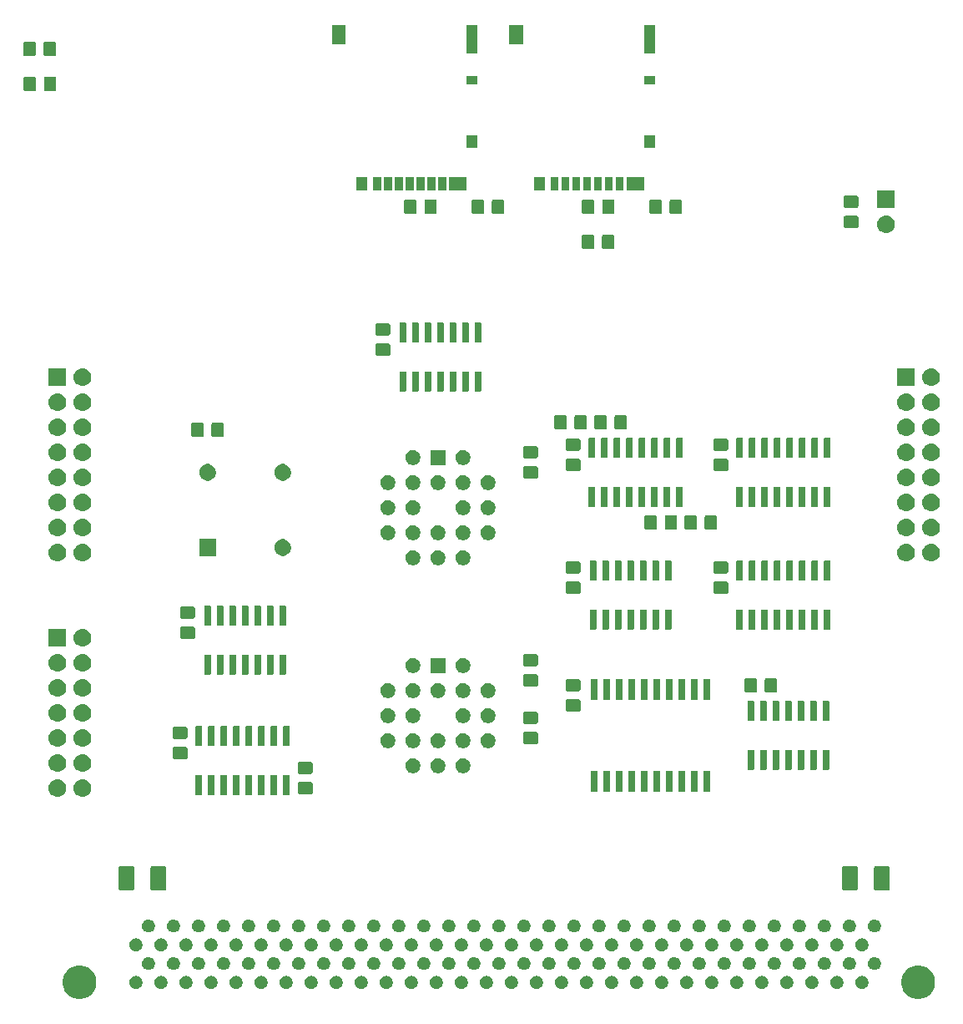
<source format=gbr>
G04 #@! TF.GenerationSoftware,KiCad,Pcbnew,(5.1.4)-1*
G04 #@! TF.CreationDate,2020-04-13T08:45:51-06:00*
G04 #@! TF.ProjectId,MiniSys MicroSD,4d696e69-5379-4732-904d-6963726f5344,rev?*
G04 #@! TF.SameCoordinates,Original*
G04 #@! TF.FileFunction,Soldermask,Top*
G04 #@! TF.FilePolarity,Negative*
%FSLAX46Y46*%
G04 Gerber Fmt 4.6, Leading zero omitted, Abs format (unit mm)*
G04 Created by KiCad (PCBNEW (5.1.4)-1) date 2020-04-13 08:45:51*
%MOMM*%
%LPD*%
G04 APERTURE LIST*
%ADD10C,0.100000*%
G04 APERTURE END LIST*
D10*
G36*
X113493706Y-115832300D02*
G01*
X113804605Y-115961079D01*
X113804607Y-115961080D01*
X114084410Y-116148038D01*
X114322362Y-116385990D01*
X114509320Y-116665793D01*
X114509321Y-116665795D01*
X114638100Y-116976694D01*
X114703750Y-117306741D01*
X114703750Y-117643259D01*
X114638100Y-117973306D01*
X114570875Y-118135600D01*
X114509320Y-118284207D01*
X114322362Y-118564010D01*
X114084410Y-118801962D01*
X113804607Y-118988920D01*
X113804606Y-118988921D01*
X113804605Y-118988921D01*
X113493706Y-119117700D01*
X113163659Y-119183350D01*
X112827141Y-119183350D01*
X112497094Y-119117700D01*
X112186195Y-118988921D01*
X112186194Y-118988921D01*
X112186193Y-118988920D01*
X111906390Y-118801962D01*
X111668438Y-118564010D01*
X111481480Y-118284207D01*
X111419925Y-118135600D01*
X111352700Y-117973306D01*
X111287050Y-117643259D01*
X111287050Y-117306741D01*
X111352700Y-116976694D01*
X111481479Y-116665795D01*
X111481480Y-116665793D01*
X111668438Y-116385990D01*
X111906390Y-116148038D01*
X112186193Y-115961080D01*
X112186195Y-115961079D01*
X112497094Y-115832300D01*
X112827141Y-115766650D01*
X113163659Y-115766650D01*
X113493706Y-115832300D01*
X113493706Y-115832300D01*
G37*
G36*
X28403706Y-115832300D02*
G01*
X28714605Y-115961079D01*
X28714607Y-115961080D01*
X28994410Y-116148038D01*
X29232362Y-116385990D01*
X29419320Y-116665793D01*
X29419321Y-116665795D01*
X29548100Y-116976694D01*
X29613750Y-117306741D01*
X29613750Y-117643259D01*
X29548100Y-117973306D01*
X29480875Y-118135600D01*
X29419320Y-118284207D01*
X29232362Y-118564010D01*
X28994410Y-118801962D01*
X28714607Y-118988920D01*
X28714606Y-118988921D01*
X28714605Y-118988921D01*
X28403706Y-119117700D01*
X28073659Y-119183350D01*
X27737141Y-119183350D01*
X27407094Y-119117700D01*
X27096195Y-118988921D01*
X27096194Y-118988921D01*
X27096193Y-118988920D01*
X26816390Y-118801962D01*
X26578438Y-118564010D01*
X26391480Y-118284207D01*
X26329925Y-118135600D01*
X26262700Y-117973306D01*
X26197050Y-117643259D01*
X26197050Y-117306741D01*
X26262700Y-116976694D01*
X26391479Y-116665795D01*
X26391480Y-116665793D01*
X26578438Y-116385990D01*
X26816390Y-116148038D01*
X27096193Y-115961080D01*
X27096195Y-115961079D01*
X27407094Y-115832300D01*
X27737141Y-115766650D01*
X28073659Y-115766650D01*
X28403706Y-115832300D01*
X28403706Y-115832300D01*
G37*
G36*
X41433089Y-116839786D02*
G01*
X41553314Y-116889585D01*
X41661503Y-116961875D01*
X41661505Y-116961877D01*
X41661508Y-116961879D01*
X41753521Y-117053892D01*
X41753523Y-117053895D01*
X41753525Y-117053897D01*
X41825815Y-117162086D01*
X41875614Y-117282311D01*
X41901000Y-117409935D01*
X41901000Y-117540065D01*
X41875614Y-117667689D01*
X41825815Y-117787914D01*
X41753525Y-117896103D01*
X41753523Y-117896105D01*
X41753521Y-117896108D01*
X41661508Y-117988121D01*
X41661505Y-117988123D01*
X41661503Y-117988125D01*
X41553314Y-118060415D01*
X41433089Y-118110214D01*
X41305465Y-118135600D01*
X41175335Y-118135600D01*
X41047711Y-118110214D01*
X40927486Y-118060415D01*
X40819297Y-117988125D01*
X40819295Y-117988123D01*
X40819292Y-117988121D01*
X40727279Y-117896108D01*
X40727277Y-117896105D01*
X40727275Y-117896103D01*
X40654985Y-117787914D01*
X40605186Y-117667689D01*
X40579800Y-117540065D01*
X40579800Y-117409935D01*
X40605186Y-117282311D01*
X40654985Y-117162086D01*
X40727275Y-117053897D01*
X40727277Y-117053895D01*
X40727279Y-117053892D01*
X40819292Y-116961879D01*
X40819295Y-116961877D01*
X40819297Y-116961875D01*
X40927486Y-116889585D01*
X41047711Y-116839786D01*
X41175335Y-116814400D01*
X41305465Y-116814400D01*
X41433089Y-116839786D01*
X41433089Y-116839786D01*
G37*
G36*
X107473089Y-116839786D02*
G01*
X107593314Y-116889585D01*
X107701503Y-116961875D01*
X107701505Y-116961877D01*
X107701508Y-116961879D01*
X107793521Y-117053892D01*
X107793523Y-117053895D01*
X107793525Y-117053897D01*
X107865815Y-117162086D01*
X107915614Y-117282311D01*
X107941000Y-117409935D01*
X107941000Y-117540065D01*
X107915614Y-117667689D01*
X107865815Y-117787914D01*
X107793525Y-117896103D01*
X107793523Y-117896105D01*
X107793521Y-117896108D01*
X107701508Y-117988121D01*
X107701505Y-117988123D01*
X107701503Y-117988125D01*
X107593314Y-118060415D01*
X107473089Y-118110214D01*
X107345465Y-118135600D01*
X107215335Y-118135600D01*
X107087711Y-118110214D01*
X106967486Y-118060415D01*
X106859297Y-117988125D01*
X106859295Y-117988123D01*
X106859292Y-117988121D01*
X106767279Y-117896108D01*
X106767277Y-117896105D01*
X106767275Y-117896103D01*
X106694985Y-117787914D01*
X106645186Y-117667689D01*
X106619800Y-117540065D01*
X106619800Y-117409935D01*
X106645186Y-117282311D01*
X106694985Y-117162086D01*
X106767275Y-117053897D01*
X106767277Y-117053895D01*
X106767279Y-117053892D01*
X106859292Y-116961879D01*
X106859295Y-116961877D01*
X106859297Y-116961875D01*
X106967486Y-116889585D01*
X107087711Y-116839786D01*
X107215335Y-116814400D01*
X107345465Y-116814400D01*
X107473089Y-116839786D01*
X107473089Y-116839786D01*
G37*
G36*
X46513089Y-116839786D02*
G01*
X46633314Y-116889585D01*
X46741503Y-116961875D01*
X46741505Y-116961877D01*
X46741508Y-116961879D01*
X46833521Y-117053892D01*
X46833523Y-117053895D01*
X46833525Y-117053897D01*
X46905815Y-117162086D01*
X46955614Y-117282311D01*
X46981000Y-117409935D01*
X46981000Y-117540065D01*
X46955614Y-117667689D01*
X46905815Y-117787914D01*
X46833525Y-117896103D01*
X46833523Y-117896105D01*
X46833521Y-117896108D01*
X46741508Y-117988121D01*
X46741505Y-117988123D01*
X46741503Y-117988125D01*
X46633314Y-118060415D01*
X46513089Y-118110214D01*
X46385465Y-118135600D01*
X46255335Y-118135600D01*
X46127711Y-118110214D01*
X46007486Y-118060415D01*
X45899297Y-117988125D01*
X45899295Y-117988123D01*
X45899292Y-117988121D01*
X45807279Y-117896108D01*
X45807277Y-117896105D01*
X45807275Y-117896103D01*
X45734985Y-117787914D01*
X45685186Y-117667689D01*
X45659800Y-117540065D01*
X45659800Y-117409935D01*
X45685186Y-117282311D01*
X45734985Y-117162086D01*
X45807275Y-117053897D01*
X45807277Y-117053895D01*
X45807279Y-117053892D01*
X45899292Y-116961879D01*
X45899295Y-116961877D01*
X45899297Y-116961875D01*
X46007486Y-116889585D01*
X46127711Y-116839786D01*
X46255335Y-116814400D01*
X46385465Y-116814400D01*
X46513089Y-116839786D01*
X46513089Y-116839786D01*
G37*
G36*
X104933089Y-116839786D02*
G01*
X105053314Y-116889585D01*
X105161503Y-116961875D01*
X105161505Y-116961877D01*
X105161508Y-116961879D01*
X105253521Y-117053892D01*
X105253523Y-117053895D01*
X105253525Y-117053897D01*
X105325815Y-117162086D01*
X105375614Y-117282311D01*
X105401000Y-117409935D01*
X105401000Y-117540065D01*
X105375614Y-117667689D01*
X105325815Y-117787914D01*
X105253525Y-117896103D01*
X105253523Y-117896105D01*
X105253521Y-117896108D01*
X105161508Y-117988121D01*
X105161505Y-117988123D01*
X105161503Y-117988125D01*
X105053314Y-118060415D01*
X104933089Y-118110214D01*
X104805465Y-118135600D01*
X104675335Y-118135600D01*
X104547711Y-118110214D01*
X104427486Y-118060415D01*
X104319297Y-117988125D01*
X104319295Y-117988123D01*
X104319292Y-117988121D01*
X104227279Y-117896108D01*
X104227277Y-117896105D01*
X104227275Y-117896103D01*
X104154985Y-117787914D01*
X104105186Y-117667689D01*
X104079800Y-117540065D01*
X104079800Y-117409935D01*
X104105186Y-117282311D01*
X104154985Y-117162086D01*
X104227275Y-117053897D01*
X104227277Y-117053895D01*
X104227279Y-117053892D01*
X104319292Y-116961879D01*
X104319295Y-116961877D01*
X104319297Y-116961875D01*
X104427486Y-116889585D01*
X104547711Y-116839786D01*
X104675335Y-116814400D01*
X104805465Y-116814400D01*
X104933089Y-116839786D01*
X104933089Y-116839786D01*
G37*
G36*
X102393089Y-116839786D02*
G01*
X102513314Y-116889585D01*
X102621503Y-116961875D01*
X102621505Y-116961877D01*
X102621508Y-116961879D01*
X102713521Y-117053892D01*
X102713523Y-117053895D01*
X102713525Y-117053897D01*
X102785815Y-117162086D01*
X102835614Y-117282311D01*
X102861000Y-117409935D01*
X102861000Y-117540065D01*
X102835614Y-117667689D01*
X102785815Y-117787914D01*
X102713525Y-117896103D01*
X102713523Y-117896105D01*
X102713521Y-117896108D01*
X102621508Y-117988121D01*
X102621505Y-117988123D01*
X102621503Y-117988125D01*
X102513314Y-118060415D01*
X102393089Y-118110214D01*
X102265465Y-118135600D01*
X102135335Y-118135600D01*
X102007711Y-118110214D01*
X101887486Y-118060415D01*
X101779297Y-117988125D01*
X101779295Y-117988123D01*
X101779292Y-117988121D01*
X101687279Y-117896108D01*
X101687277Y-117896105D01*
X101687275Y-117896103D01*
X101614985Y-117787914D01*
X101565186Y-117667689D01*
X101539800Y-117540065D01*
X101539800Y-117409935D01*
X101565186Y-117282311D01*
X101614985Y-117162086D01*
X101687275Y-117053897D01*
X101687277Y-117053895D01*
X101687279Y-117053892D01*
X101779292Y-116961879D01*
X101779295Y-116961877D01*
X101779297Y-116961875D01*
X101887486Y-116889585D01*
X102007711Y-116839786D01*
X102135335Y-116814400D01*
X102265465Y-116814400D01*
X102393089Y-116839786D01*
X102393089Y-116839786D01*
G37*
G36*
X99853089Y-116839786D02*
G01*
X99973314Y-116889585D01*
X100081503Y-116961875D01*
X100081505Y-116961877D01*
X100081508Y-116961879D01*
X100173521Y-117053892D01*
X100173523Y-117053895D01*
X100173525Y-117053897D01*
X100245815Y-117162086D01*
X100295614Y-117282311D01*
X100321000Y-117409935D01*
X100321000Y-117540065D01*
X100295614Y-117667689D01*
X100245815Y-117787914D01*
X100173525Y-117896103D01*
X100173523Y-117896105D01*
X100173521Y-117896108D01*
X100081508Y-117988121D01*
X100081505Y-117988123D01*
X100081503Y-117988125D01*
X99973314Y-118060415D01*
X99853089Y-118110214D01*
X99725465Y-118135600D01*
X99595335Y-118135600D01*
X99467711Y-118110214D01*
X99347486Y-118060415D01*
X99239297Y-117988125D01*
X99239295Y-117988123D01*
X99239292Y-117988121D01*
X99147279Y-117896108D01*
X99147277Y-117896105D01*
X99147275Y-117896103D01*
X99074985Y-117787914D01*
X99025186Y-117667689D01*
X98999800Y-117540065D01*
X98999800Y-117409935D01*
X99025186Y-117282311D01*
X99074985Y-117162086D01*
X99147275Y-117053897D01*
X99147277Y-117053895D01*
X99147279Y-117053892D01*
X99239292Y-116961879D01*
X99239295Y-116961877D01*
X99239297Y-116961875D01*
X99347486Y-116889585D01*
X99467711Y-116839786D01*
X99595335Y-116814400D01*
X99725465Y-116814400D01*
X99853089Y-116839786D01*
X99853089Y-116839786D01*
G37*
G36*
X97313089Y-116839786D02*
G01*
X97433314Y-116889585D01*
X97541503Y-116961875D01*
X97541505Y-116961877D01*
X97541508Y-116961879D01*
X97633521Y-117053892D01*
X97633523Y-117053895D01*
X97633525Y-117053897D01*
X97705815Y-117162086D01*
X97755614Y-117282311D01*
X97781000Y-117409935D01*
X97781000Y-117540065D01*
X97755614Y-117667689D01*
X97705815Y-117787914D01*
X97633525Y-117896103D01*
X97633523Y-117896105D01*
X97633521Y-117896108D01*
X97541508Y-117988121D01*
X97541505Y-117988123D01*
X97541503Y-117988125D01*
X97433314Y-118060415D01*
X97313089Y-118110214D01*
X97185465Y-118135600D01*
X97055335Y-118135600D01*
X96927711Y-118110214D01*
X96807486Y-118060415D01*
X96699297Y-117988125D01*
X96699295Y-117988123D01*
X96699292Y-117988121D01*
X96607279Y-117896108D01*
X96607277Y-117896105D01*
X96607275Y-117896103D01*
X96534985Y-117787914D01*
X96485186Y-117667689D01*
X96459800Y-117540065D01*
X96459800Y-117409935D01*
X96485186Y-117282311D01*
X96534985Y-117162086D01*
X96607275Y-117053897D01*
X96607277Y-117053895D01*
X96607279Y-117053892D01*
X96699292Y-116961879D01*
X96699295Y-116961877D01*
X96699297Y-116961875D01*
X96807486Y-116889585D01*
X96927711Y-116839786D01*
X97055335Y-116814400D01*
X97185465Y-116814400D01*
X97313089Y-116839786D01*
X97313089Y-116839786D01*
G37*
G36*
X94773089Y-116839786D02*
G01*
X94893314Y-116889585D01*
X95001503Y-116961875D01*
X95001505Y-116961877D01*
X95001508Y-116961879D01*
X95093521Y-117053892D01*
X95093523Y-117053895D01*
X95093525Y-117053897D01*
X95165815Y-117162086D01*
X95215614Y-117282311D01*
X95241000Y-117409935D01*
X95241000Y-117540065D01*
X95215614Y-117667689D01*
X95165815Y-117787914D01*
X95093525Y-117896103D01*
X95093523Y-117896105D01*
X95093521Y-117896108D01*
X95001508Y-117988121D01*
X95001505Y-117988123D01*
X95001503Y-117988125D01*
X94893314Y-118060415D01*
X94773089Y-118110214D01*
X94645465Y-118135600D01*
X94515335Y-118135600D01*
X94387711Y-118110214D01*
X94267486Y-118060415D01*
X94159297Y-117988125D01*
X94159295Y-117988123D01*
X94159292Y-117988121D01*
X94067279Y-117896108D01*
X94067277Y-117896105D01*
X94067275Y-117896103D01*
X93994985Y-117787914D01*
X93945186Y-117667689D01*
X93919800Y-117540065D01*
X93919800Y-117409935D01*
X93945186Y-117282311D01*
X93994985Y-117162086D01*
X94067275Y-117053897D01*
X94067277Y-117053895D01*
X94067279Y-117053892D01*
X94159292Y-116961879D01*
X94159295Y-116961877D01*
X94159297Y-116961875D01*
X94267486Y-116889585D01*
X94387711Y-116839786D01*
X94515335Y-116814400D01*
X94645465Y-116814400D01*
X94773089Y-116839786D01*
X94773089Y-116839786D01*
G37*
G36*
X92233089Y-116839786D02*
G01*
X92353314Y-116889585D01*
X92461503Y-116961875D01*
X92461505Y-116961877D01*
X92461508Y-116961879D01*
X92553521Y-117053892D01*
X92553523Y-117053895D01*
X92553525Y-117053897D01*
X92625815Y-117162086D01*
X92675614Y-117282311D01*
X92701000Y-117409935D01*
X92701000Y-117540065D01*
X92675614Y-117667689D01*
X92625815Y-117787914D01*
X92553525Y-117896103D01*
X92553523Y-117896105D01*
X92553521Y-117896108D01*
X92461508Y-117988121D01*
X92461505Y-117988123D01*
X92461503Y-117988125D01*
X92353314Y-118060415D01*
X92233089Y-118110214D01*
X92105465Y-118135600D01*
X91975335Y-118135600D01*
X91847711Y-118110214D01*
X91727486Y-118060415D01*
X91619297Y-117988125D01*
X91619295Y-117988123D01*
X91619292Y-117988121D01*
X91527279Y-117896108D01*
X91527277Y-117896105D01*
X91527275Y-117896103D01*
X91454985Y-117787914D01*
X91405186Y-117667689D01*
X91379800Y-117540065D01*
X91379800Y-117409935D01*
X91405186Y-117282311D01*
X91454985Y-117162086D01*
X91527275Y-117053897D01*
X91527277Y-117053895D01*
X91527279Y-117053892D01*
X91619292Y-116961879D01*
X91619295Y-116961877D01*
X91619297Y-116961875D01*
X91727486Y-116889585D01*
X91847711Y-116839786D01*
X91975335Y-116814400D01*
X92105465Y-116814400D01*
X92233089Y-116839786D01*
X92233089Y-116839786D01*
G37*
G36*
X89693089Y-116839786D02*
G01*
X89813314Y-116889585D01*
X89921503Y-116961875D01*
X89921505Y-116961877D01*
X89921508Y-116961879D01*
X90013521Y-117053892D01*
X90013523Y-117053895D01*
X90013525Y-117053897D01*
X90085815Y-117162086D01*
X90135614Y-117282311D01*
X90161000Y-117409935D01*
X90161000Y-117540065D01*
X90135614Y-117667689D01*
X90085815Y-117787914D01*
X90013525Y-117896103D01*
X90013523Y-117896105D01*
X90013521Y-117896108D01*
X89921508Y-117988121D01*
X89921505Y-117988123D01*
X89921503Y-117988125D01*
X89813314Y-118060415D01*
X89693089Y-118110214D01*
X89565465Y-118135600D01*
X89435335Y-118135600D01*
X89307711Y-118110214D01*
X89187486Y-118060415D01*
X89079297Y-117988125D01*
X89079295Y-117988123D01*
X89079292Y-117988121D01*
X88987279Y-117896108D01*
X88987277Y-117896105D01*
X88987275Y-117896103D01*
X88914985Y-117787914D01*
X88865186Y-117667689D01*
X88839800Y-117540065D01*
X88839800Y-117409935D01*
X88865186Y-117282311D01*
X88914985Y-117162086D01*
X88987275Y-117053897D01*
X88987277Y-117053895D01*
X88987279Y-117053892D01*
X89079292Y-116961879D01*
X89079295Y-116961877D01*
X89079297Y-116961875D01*
X89187486Y-116889585D01*
X89307711Y-116839786D01*
X89435335Y-116814400D01*
X89565465Y-116814400D01*
X89693089Y-116839786D01*
X89693089Y-116839786D01*
G37*
G36*
X87153089Y-116839786D02*
G01*
X87273314Y-116889585D01*
X87381503Y-116961875D01*
X87381505Y-116961877D01*
X87381508Y-116961879D01*
X87473521Y-117053892D01*
X87473523Y-117053895D01*
X87473525Y-117053897D01*
X87545815Y-117162086D01*
X87595614Y-117282311D01*
X87621000Y-117409935D01*
X87621000Y-117540065D01*
X87595614Y-117667689D01*
X87545815Y-117787914D01*
X87473525Y-117896103D01*
X87473523Y-117896105D01*
X87473521Y-117896108D01*
X87381508Y-117988121D01*
X87381505Y-117988123D01*
X87381503Y-117988125D01*
X87273314Y-118060415D01*
X87153089Y-118110214D01*
X87025465Y-118135600D01*
X86895335Y-118135600D01*
X86767711Y-118110214D01*
X86647486Y-118060415D01*
X86539297Y-117988125D01*
X86539295Y-117988123D01*
X86539292Y-117988121D01*
X86447279Y-117896108D01*
X86447277Y-117896105D01*
X86447275Y-117896103D01*
X86374985Y-117787914D01*
X86325186Y-117667689D01*
X86299800Y-117540065D01*
X86299800Y-117409935D01*
X86325186Y-117282311D01*
X86374985Y-117162086D01*
X86447275Y-117053897D01*
X86447277Y-117053895D01*
X86447279Y-117053892D01*
X86539292Y-116961879D01*
X86539295Y-116961877D01*
X86539297Y-116961875D01*
X86647486Y-116889585D01*
X86767711Y-116839786D01*
X86895335Y-116814400D01*
X87025465Y-116814400D01*
X87153089Y-116839786D01*
X87153089Y-116839786D01*
G37*
G36*
X84613089Y-116839786D02*
G01*
X84733314Y-116889585D01*
X84841503Y-116961875D01*
X84841505Y-116961877D01*
X84841508Y-116961879D01*
X84933521Y-117053892D01*
X84933523Y-117053895D01*
X84933525Y-117053897D01*
X85005815Y-117162086D01*
X85055614Y-117282311D01*
X85081000Y-117409935D01*
X85081000Y-117540065D01*
X85055614Y-117667689D01*
X85005815Y-117787914D01*
X84933525Y-117896103D01*
X84933523Y-117896105D01*
X84933521Y-117896108D01*
X84841508Y-117988121D01*
X84841505Y-117988123D01*
X84841503Y-117988125D01*
X84733314Y-118060415D01*
X84613089Y-118110214D01*
X84485465Y-118135600D01*
X84355335Y-118135600D01*
X84227711Y-118110214D01*
X84107486Y-118060415D01*
X83999297Y-117988125D01*
X83999295Y-117988123D01*
X83999292Y-117988121D01*
X83907279Y-117896108D01*
X83907277Y-117896105D01*
X83907275Y-117896103D01*
X83834985Y-117787914D01*
X83785186Y-117667689D01*
X83759800Y-117540065D01*
X83759800Y-117409935D01*
X83785186Y-117282311D01*
X83834985Y-117162086D01*
X83907275Y-117053897D01*
X83907277Y-117053895D01*
X83907279Y-117053892D01*
X83999292Y-116961879D01*
X83999295Y-116961877D01*
X83999297Y-116961875D01*
X84107486Y-116889585D01*
X84227711Y-116839786D01*
X84355335Y-116814400D01*
X84485465Y-116814400D01*
X84613089Y-116839786D01*
X84613089Y-116839786D01*
G37*
G36*
X82073089Y-116839786D02*
G01*
X82193314Y-116889585D01*
X82301503Y-116961875D01*
X82301505Y-116961877D01*
X82301508Y-116961879D01*
X82393521Y-117053892D01*
X82393523Y-117053895D01*
X82393525Y-117053897D01*
X82465815Y-117162086D01*
X82515614Y-117282311D01*
X82541000Y-117409935D01*
X82541000Y-117540065D01*
X82515614Y-117667689D01*
X82465815Y-117787914D01*
X82393525Y-117896103D01*
X82393523Y-117896105D01*
X82393521Y-117896108D01*
X82301508Y-117988121D01*
X82301505Y-117988123D01*
X82301503Y-117988125D01*
X82193314Y-118060415D01*
X82073089Y-118110214D01*
X81945465Y-118135600D01*
X81815335Y-118135600D01*
X81687711Y-118110214D01*
X81567486Y-118060415D01*
X81459297Y-117988125D01*
X81459295Y-117988123D01*
X81459292Y-117988121D01*
X81367279Y-117896108D01*
X81367277Y-117896105D01*
X81367275Y-117896103D01*
X81294985Y-117787914D01*
X81245186Y-117667689D01*
X81219800Y-117540065D01*
X81219800Y-117409935D01*
X81245186Y-117282311D01*
X81294985Y-117162086D01*
X81367275Y-117053897D01*
X81367277Y-117053895D01*
X81367279Y-117053892D01*
X81459292Y-116961879D01*
X81459295Y-116961877D01*
X81459297Y-116961875D01*
X81567486Y-116889585D01*
X81687711Y-116839786D01*
X81815335Y-116814400D01*
X81945465Y-116814400D01*
X82073089Y-116839786D01*
X82073089Y-116839786D01*
G37*
G36*
X79533089Y-116839786D02*
G01*
X79653314Y-116889585D01*
X79761503Y-116961875D01*
X79761505Y-116961877D01*
X79761508Y-116961879D01*
X79853521Y-117053892D01*
X79853523Y-117053895D01*
X79853525Y-117053897D01*
X79925815Y-117162086D01*
X79975614Y-117282311D01*
X80001000Y-117409935D01*
X80001000Y-117540065D01*
X79975614Y-117667689D01*
X79925815Y-117787914D01*
X79853525Y-117896103D01*
X79853523Y-117896105D01*
X79853521Y-117896108D01*
X79761508Y-117988121D01*
X79761505Y-117988123D01*
X79761503Y-117988125D01*
X79653314Y-118060415D01*
X79533089Y-118110214D01*
X79405465Y-118135600D01*
X79275335Y-118135600D01*
X79147711Y-118110214D01*
X79027486Y-118060415D01*
X78919297Y-117988125D01*
X78919295Y-117988123D01*
X78919292Y-117988121D01*
X78827279Y-117896108D01*
X78827277Y-117896105D01*
X78827275Y-117896103D01*
X78754985Y-117787914D01*
X78705186Y-117667689D01*
X78679800Y-117540065D01*
X78679800Y-117409935D01*
X78705186Y-117282311D01*
X78754985Y-117162086D01*
X78827275Y-117053897D01*
X78827277Y-117053895D01*
X78827279Y-117053892D01*
X78919292Y-116961879D01*
X78919295Y-116961877D01*
X78919297Y-116961875D01*
X79027486Y-116889585D01*
X79147711Y-116839786D01*
X79275335Y-116814400D01*
X79405465Y-116814400D01*
X79533089Y-116839786D01*
X79533089Y-116839786D01*
G37*
G36*
X76993089Y-116839786D02*
G01*
X77113314Y-116889585D01*
X77221503Y-116961875D01*
X77221505Y-116961877D01*
X77221508Y-116961879D01*
X77313521Y-117053892D01*
X77313523Y-117053895D01*
X77313525Y-117053897D01*
X77385815Y-117162086D01*
X77435614Y-117282311D01*
X77461000Y-117409935D01*
X77461000Y-117540065D01*
X77435614Y-117667689D01*
X77385815Y-117787914D01*
X77313525Y-117896103D01*
X77313523Y-117896105D01*
X77313521Y-117896108D01*
X77221508Y-117988121D01*
X77221505Y-117988123D01*
X77221503Y-117988125D01*
X77113314Y-118060415D01*
X76993089Y-118110214D01*
X76865465Y-118135600D01*
X76735335Y-118135600D01*
X76607711Y-118110214D01*
X76487486Y-118060415D01*
X76379297Y-117988125D01*
X76379295Y-117988123D01*
X76379292Y-117988121D01*
X76287279Y-117896108D01*
X76287277Y-117896105D01*
X76287275Y-117896103D01*
X76214985Y-117787914D01*
X76165186Y-117667689D01*
X76139800Y-117540065D01*
X76139800Y-117409935D01*
X76165186Y-117282311D01*
X76214985Y-117162086D01*
X76287275Y-117053897D01*
X76287277Y-117053895D01*
X76287279Y-117053892D01*
X76379292Y-116961879D01*
X76379295Y-116961877D01*
X76379297Y-116961875D01*
X76487486Y-116889585D01*
X76607711Y-116839786D01*
X76735335Y-116814400D01*
X76865465Y-116814400D01*
X76993089Y-116839786D01*
X76993089Y-116839786D01*
G37*
G36*
X74453089Y-116839786D02*
G01*
X74573314Y-116889585D01*
X74681503Y-116961875D01*
X74681505Y-116961877D01*
X74681508Y-116961879D01*
X74773521Y-117053892D01*
X74773523Y-117053895D01*
X74773525Y-117053897D01*
X74845815Y-117162086D01*
X74895614Y-117282311D01*
X74921000Y-117409935D01*
X74921000Y-117540065D01*
X74895614Y-117667689D01*
X74845815Y-117787914D01*
X74773525Y-117896103D01*
X74773523Y-117896105D01*
X74773521Y-117896108D01*
X74681508Y-117988121D01*
X74681505Y-117988123D01*
X74681503Y-117988125D01*
X74573314Y-118060415D01*
X74453089Y-118110214D01*
X74325465Y-118135600D01*
X74195335Y-118135600D01*
X74067711Y-118110214D01*
X73947486Y-118060415D01*
X73839297Y-117988125D01*
X73839295Y-117988123D01*
X73839292Y-117988121D01*
X73747279Y-117896108D01*
X73747277Y-117896105D01*
X73747275Y-117896103D01*
X73674985Y-117787914D01*
X73625186Y-117667689D01*
X73599800Y-117540065D01*
X73599800Y-117409935D01*
X73625186Y-117282311D01*
X73674985Y-117162086D01*
X73747275Y-117053897D01*
X73747277Y-117053895D01*
X73747279Y-117053892D01*
X73839292Y-116961879D01*
X73839295Y-116961877D01*
X73839297Y-116961875D01*
X73947486Y-116889585D01*
X74067711Y-116839786D01*
X74195335Y-116814400D01*
X74325465Y-116814400D01*
X74453089Y-116839786D01*
X74453089Y-116839786D01*
G37*
G36*
X69373089Y-116839786D02*
G01*
X69493314Y-116889585D01*
X69601503Y-116961875D01*
X69601505Y-116961877D01*
X69601508Y-116961879D01*
X69693521Y-117053892D01*
X69693523Y-117053895D01*
X69693525Y-117053897D01*
X69765815Y-117162086D01*
X69815614Y-117282311D01*
X69841000Y-117409935D01*
X69841000Y-117540065D01*
X69815614Y-117667689D01*
X69765815Y-117787914D01*
X69693525Y-117896103D01*
X69693523Y-117896105D01*
X69693521Y-117896108D01*
X69601508Y-117988121D01*
X69601505Y-117988123D01*
X69601503Y-117988125D01*
X69493314Y-118060415D01*
X69373089Y-118110214D01*
X69245465Y-118135600D01*
X69115335Y-118135600D01*
X68987711Y-118110214D01*
X68867486Y-118060415D01*
X68759297Y-117988125D01*
X68759295Y-117988123D01*
X68759292Y-117988121D01*
X68667279Y-117896108D01*
X68667277Y-117896105D01*
X68667275Y-117896103D01*
X68594985Y-117787914D01*
X68545186Y-117667689D01*
X68519800Y-117540065D01*
X68519800Y-117409935D01*
X68545186Y-117282311D01*
X68594985Y-117162086D01*
X68667275Y-117053897D01*
X68667277Y-117053895D01*
X68667279Y-117053892D01*
X68759292Y-116961879D01*
X68759295Y-116961877D01*
X68759297Y-116961875D01*
X68867486Y-116889585D01*
X68987711Y-116839786D01*
X69115335Y-116814400D01*
X69245465Y-116814400D01*
X69373089Y-116839786D01*
X69373089Y-116839786D01*
G37*
G36*
X71913089Y-116839786D02*
G01*
X72033314Y-116889585D01*
X72141503Y-116961875D01*
X72141505Y-116961877D01*
X72141508Y-116961879D01*
X72233521Y-117053892D01*
X72233523Y-117053895D01*
X72233525Y-117053897D01*
X72305815Y-117162086D01*
X72355614Y-117282311D01*
X72381000Y-117409935D01*
X72381000Y-117540065D01*
X72355614Y-117667689D01*
X72305815Y-117787914D01*
X72233525Y-117896103D01*
X72233523Y-117896105D01*
X72233521Y-117896108D01*
X72141508Y-117988121D01*
X72141505Y-117988123D01*
X72141503Y-117988125D01*
X72033314Y-118060415D01*
X71913089Y-118110214D01*
X71785465Y-118135600D01*
X71655335Y-118135600D01*
X71527711Y-118110214D01*
X71407486Y-118060415D01*
X71299297Y-117988125D01*
X71299295Y-117988123D01*
X71299292Y-117988121D01*
X71207279Y-117896108D01*
X71207277Y-117896105D01*
X71207275Y-117896103D01*
X71134985Y-117787914D01*
X71085186Y-117667689D01*
X71059800Y-117540065D01*
X71059800Y-117409935D01*
X71085186Y-117282311D01*
X71134985Y-117162086D01*
X71207275Y-117053897D01*
X71207277Y-117053895D01*
X71207279Y-117053892D01*
X71299292Y-116961879D01*
X71299295Y-116961877D01*
X71299297Y-116961875D01*
X71407486Y-116889585D01*
X71527711Y-116839786D01*
X71655335Y-116814400D01*
X71785465Y-116814400D01*
X71913089Y-116839786D01*
X71913089Y-116839786D01*
G37*
G36*
X38893089Y-116839786D02*
G01*
X39013314Y-116889585D01*
X39121503Y-116961875D01*
X39121505Y-116961877D01*
X39121508Y-116961879D01*
X39213521Y-117053892D01*
X39213523Y-117053895D01*
X39213525Y-117053897D01*
X39285815Y-117162086D01*
X39335614Y-117282311D01*
X39361000Y-117409935D01*
X39361000Y-117540065D01*
X39335614Y-117667689D01*
X39285815Y-117787914D01*
X39213525Y-117896103D01*
X39213523Y-117896105D01*
X39213521Y-117896108D01*
X39121508Y-117988121D01*
X39121505Y-117988123D01*
X39121503Y-117988125D01*
X39013314Y-118060415D01*
X38893089Y-118110214D01*
X38765465Y-118135600D01*
X38635335Y-118135600D01*
X38507711Y-118110214D01*
X38387486Y-118060415D01*
X38279297Y-117988125D01*
X38279295Y-117988123D01*
X38279292Y-117988121D01*
X38187279Y-117896108D01*
X38187277Y-117896105D01*
X38187275Y-117896103D01*
X38114985Y-117787914D01*
X38065186Y-117667689D01*
X38039800Y-117540065D01*
X38039800Y-117409935D01*
X38065186Y-117282311D01*
X38114985Y-117162086D01*
X38187275Y-117053897D01*
X38187277Y-117053895D01*
X38187279Y-117053892D01*
X38279292Y-116961879D01*
X38279295Y-116961877D01*
X38279297Y-116961875D01*
X38387486Y-116889585D01*
X38507711Y-116839786D01*
X38635335Y-116814400D01*
X38765465Y-116814400D01*
X38893089Y-116839786D01*
X38893089Y-116839786D01*
G37*
G36*
X36353089Y-116839786D02*
G01*
X36473314Y-116889585D01*
X36581503Y-116961875D01*
X36581505Y-116961877D01*
X36581508Y-116961879D01*
X36673521Y-117053892D01*
X36673523Y-117053895D01*
X36673525Y-117053897D01*
X36745815Y-117162086D01*
X36795614Y-117282311D01*
X36821000Y-117409935D01*
X36821000Y-117540065D01*
X36795614Y-117667689D01*
X36745815Y-117787914D01*
X36673525Y-117896103D01*
X36673523Y-117896105D01*
X36673521Y-117896108D01*
X36581508Y-117988121D01*
X36581505Y-117988123D01*
X36581503Y-117988125D01*
X36473314Y-118060415D01*
X36353089Y-118110214D01*
X36225465Y-118135600D01*
X36095335Y-118135600D01*
X35967711Y-118110214D01*
X35847486Y-118060415D01*
X35739297Y-117988125D01*
X35739295Y-117988123D01*
X35739292Y-117988121D01*
X35647279Y-117896108D01*
X35647277Y-117896105D01*
X35647275Y-117896103D01*
X35574985Y-117787914D01*
X35525186Y-117667689D01*
X35499800Y-117540065D01*
X35499800Y-117409935D01*
X35525186Y-117282311D01*
X35574985Y-117162086D01*
X35647275Y-117053897D01*
X35647277Y-117053895D01*
X35647279Y-117053892D01*
X35739292Y-116961879D01*
X35739295Y-116961877D01*
X35739297Y-116961875D01*
X35847486Y-116889585D01*
X35967711Y-116839786D01*
X36095335Y-116814400D01*
X36225465Y-116814400D01*
X36353089Y-116839786D01*
X36353089Y-116839786D01*
G37*
G36*
X33813089Y-116839786D02*
G01*
X33933314Y-116889585D01*
X34041503Y-116961875D01*
X34041505Y-116961877D01*
X34041508Y-116961879D01*
X34133521Y-117053892D01*
X34133523Y-117053895D01*
X34133525Y-117053897D01*
X34205815Y-117162086D01*
X34255614Y-117282311D01*
X34281000Y-117409935D01*
X34281000Y-117540065D01*
X34255614Y-117667689D01*
X34205815Y-117787914D01*
X34133525Y-117896103D01*
X34133523Y-117896105D01*
X34133521Y-117896108D01*
X34041508Y-117988121D01*
X34041505Y-117988123D01*
X34041503Y-117988125D01*
X33933314Y-118060415D01*
X33813089Y-118110214D01*
X33685465Y-118135600D01*
X33555335Y-118135600D01*
X33427711Y-118110214D01*
X33307486Y-118060415D01*
X33199297Y-117988125D01*
X33199295Y-117988123D01*
X33199292Y-117988121D01*
X33107279Y-117896108D01*
X33107277Y-117896105D01*
X33107275Y-117896103D01*
X33034985Y-117787914D01*
X32985186Y-117667689D01*
X32959800Y-117540065D01*
X32959800Y-117409935D01*
X32985186Y-117282311D01*
X33034985Y-117162086D01*
X33107275Y-117053897D01*
X33107277Y-117053895D01*
X33107279Y-117053892D01*
X33199292Y-116961879D01*
X33199295Y-116961877D01*
X33199297Y-116961875D01*
X33307486Y-116889585D01*
X33427711Y-116839786D01*
X33555335Y-116814400D01*
X33685465Y-116814400D01*
X33813089Y-116839786D01*
X33813089Y-116839786D01*
G37*
G36*
X43973089Y-116839786D02*
G01*
X44093314Y-116889585D01*
X44201503Y-116961875D01*
X44201505Y-116961877D01*
X44201508Y-116961879D01*
X44293521Y-117053892D01*
X44293523Y-117053895D01*
X44293525Y-117053897D01*
X44365815Y-117162086D01*
X44415614Y-117282311D01*
X44441000Y-117409935D01*
X44441000Y-117540065D01*
X44415614Y-117667689D01*
X44365815Y-117787914D01*
X44293525Y-117896103D01*
X44293523Y-117896105D01*
X44293521Y-117896108D01*
X44201508Y-117988121D01*
X44201505Y-117988123D01*
X44201503Y-117988125D01*
X44093314Y-118060415D01*
X43973089Y-118110214D01*
X43845465Y-118135600D01*
X43715335Y-118135600D01*
X43587711Y-118110214D01*
X43467486Y-118060415D01*
X43359297Y-117988125D01*
X43359295Y-117988123D01*
X43359292Y-117988121D01*
X43267279Y-117896108D01*
X43267277Y-117896105D01*
X43267275Y-117896103D01*
X43194985Y-117787914D01*
X43145186Y-117667689D01*
X43119800Y-117540065D01*
X43119800Y-117409935D01*
X43145186Y-117282311D01*
X43194985Y-117162086D01*
X43267275Y-117053897D01*
X43267277Y-117053895D01*
X43267279Y-117053892D01*
X43359292Y-116961879D01*
X43359295Y-116961877D01*
X43359297Y-116961875D01*
X43467486Y-116889585D01*
X43587711Y-116839786D01*
X43715335Y-116814400D01*
X43845465Y-116814400D01*
X43973089Y-116839786D01*
X43973089Y-116839786D01*
G37*
G36*
X49053089Y-116839786D02*
G01*
X49173314Y-116889585D01*
X49281503Y-116961875D01*
X49281505Y-116961877D01*
X49281508Y-116961879D01*
X49373521Y-117053892D01*
X49373523Y-117053895D01*
X49373525Y-117053897D01*
X49445815Y-117162086D01*
X49495614Y-117282311D01*
X49521000Y-117409935D01*
X49521000Y-117540065D01*
X49495614Y-117667689D01*
X49445815Y-117787914D01*
X49373525Y-117896103D01*
X49373523Y-117896105D01*
X49373521Y-117896108D01*
X49281508Y-117988121D01*
X49281505Y-117988123D01*
X49281503Y-117988125D01*
X49173314Y-118060415D01*
X49053089Y-118110214D01*
X48925465Y-118135600D01*
X48795335Y-118135600D01*
X48667711Y-118110214D01*
X48547486Y-118060415D01*
X48439297Y-117988125D01*
X48439295Y-117988123D01*
X48439292Y-117988121D01*
X48347279Y-117896108D01*
X48347277Y-117896105D01*
X48347275Y-117896103D01*
X48274985Y-117787914D01*
X48225186Y-117667689D01*
X48199800Y-117540065D01*
X48199800Y-117409935D01*
X48225186Y-117282311D01*
X48274985Y-117162086D01*
X48347275Y-117053897D01*
X48347277Y-117053895D01*
X48347279Y-117053892D01*
X48439292Y-116961879D01*
X48439295Y-116961877D01*
X48439297Y-116961875D01*
X48547486Y-116889585D01*
X48667711Y-116839786D01*
X48795335Y-116814400D01*
X48925465Y-116814400D01*
X49053089Y-116839786D01*
X49053089Y-116839786D01*
G37*
G36*
X51593089Y-116839786D02*
G01*
X51713314Y-116889585D01*
X51821503Y-116961875D01*
X51821505Y-116961877D01*
X51821508Y-116961879D01*
X51913521Y-117053892D01*
X51913523Y-117053895D01*
X51913525Y-117053897D01*
X51985815Y-117162086D01*
X52035614Y-117282311D01*
X52061000Y-117409935D01*
X52061000Y-117540065D01*
X52035614Y-117667689D01*
X51985815Y-117787914D01*
X51913525Y-117896103D01*
X51913523Y-117896105D01*
X51913521Y-117896108D01*
X51821508Y-117988121D01*
X51821505Y-117988123D01*
X51821503Y-117988125D01*
X51713314Y-118060415D01*
X51593089Y-118110214D01*
X51465465Y-118135600D01*
X51335335Y-118135600D01*
X51207711Y-118110214D01*
X51087486Y-118060415D01*
X50979297Y-117988125D01*
X50979295Y-117988123D01*
X50979292Y-117988121D01*
X50887279Y-117896108D01*
X50887277Y-117896105D01*
X50887275Y-117896103D01*
X50814985Y-117787914D01*
X50765186Y-117667689D01*
X50739800Y-117540065D01*
X50739800Y-117409935D01*
X50765186Y-117282311D01*
X50814985Y-117162086D01*
X50887275Y-117053897D01*
X50887277Y-117053895D01*
X50887279Y-117053892D01*
X50979292Y-116961879D01*
X50979295Y-116961877D01*
X50979297Y-116961875D01*
X51087486Y-116889585D01*
X51207711Y-116839786D01*
X51335335Y-116814400D01*
X51465465Y-116814400D01*
X51593089Y-116839786D01*
X51593089Y-116839786D01*
G37*
G36*
X54133089Y-116839786D02*
G01*
X54253314Y-116889585D01*
X54361503Y-116961875D01*
X54361505Y-116961877D01*
X54361508Y-116961879D01*
X54453521Y-117053892D01*
X54453523Y-117053895D01*
X54453525Y-117053897D01*
X54525815Y-117162086D01*
X54575614Y-117282311D01*
X54601000Y-117409935D01*
X54601000Y-117540065D01*
X54575614Y-117667689D01*
X54525815Y-117787914D01*
X54453525Y-117896103D01*
X54453523Y-117896105D01*
X54453521Y-117896108D01*
X54361508Y-117988121D01*
X54361505Y-117988123D01*
X54361503Y-117988125D01*
X54253314Y-118060415D01*
X54133089Y-118110214D01*
X54005465Y-118135600D01*
X53875335Y-118135600D01*
X53747711Y-118110214D01*
X53627486Y-118060415D01*
X53519297Y-117988125D01*
X53519295Y-117988123D01*
X53519292Y-117988121D01*
X53427279Y-117896108D01*
X53427277Y-117896105D01*
X53427275Y-117896103D01*
X53354985Y-117787914D01*
X53305186Y-117667689D01*
X53279800Y-117540065D01*
X53279800Y-117409935D01*
X53305186Y-117282311D01*
X53354985Y-117162086D01*
X53427275Y-117053897D01*
X53427277Y-117053895D01*
X53427279Y-117053892D01*
X53519292Y-116961879D01*
X53519295Y-116961877D01*
X53519297Y-116961875D01*
X53627486Y-116889585D01*
X53747711Y-116839786D01*
X53875335Y-116814400D01*
X54005465Y-116814400D01*
X54133089Y-116839786D01*
X54133089Y-116839786D01*
G37*
G36*
X56673089Y-116839786D02*
G01*
X56793314Y-116889585D01*
X56901503Y-116961875D01*
X56901505Y-116961877D01*
X56901508Y-116961879D01*
X56993521Y-117053892D01*
X56993523Y-117053895D01*
X56993525Y-117053897D01*
X57065815Y-117162086D01*
X57115614Y-117282311D01*
X57141000Y-117409935D01*
X57141000Y-117540065D01*
X57115614Y-117667689D01*
X57065815Y-117787914D01*
X56993525Y-117896103D01*
X56993523Y-117896105D01*
X56993521Y-117896108D01*
X56901508Y-117988121D01*
X56901505Y-117988123D01*
X56901503Y-117988125D01*
X56793314Y-118060415D01*
X56673089Y-118110214D01*
X56545465Y-118135600D01*
X56415335Y-118135600D01*
X56287711Y-118110214D01*
X56167486Y-118060415D01*
X56059297Y-117988125D01*
X56059295Y-117988123D01*
X56059292Y-117988121D01*
X55967279Y-117896108D01*
X55967277Y-117896105D01*
X55967275Y-117896103D01*
X55894985Y-117787914D01*
X55845186Y-117667689D01*
X55819800Y-117540065D01*
X55819800Y-117409935D01*
X55845186Y-117282311D01*
X55894985Y-117162086D01*
X55967275Y-117053897D01*
X55967277Y-117053895D01*
X55967279Y-117053892D01*
X56059292Y-116961879D01*
X56059295Y-116961877D01*
X56059297Y-116961875D01*
X56167486Y-116889585D01*
X56287711Y-116839786D01*
X56415335Y-116814400D01*
X56545465Y-116814400D01*
X56673089Y-116839786D01*
X56673089Y-116839786D01*
G37*
G36*
X59213089Y-116839786D02*
G01*
X59333314Y-116889585D01*
X59441503Y-116961875D01*
X59441505Y-116961877D01*
X59441508Y-116961879D01*
X59533521Y-117053892D01*
X59533523Y-117053895D01*
X59533525Y-117053897D01*
X59605815Y-117162086D01*
X59655614Y-117282311D01*
X59681000Y-117409935D01*
X59681000Y-117540065D01*
X59655614Y-117667689D01*
X59605815Y-117787914D01*
X59533525Y-117896103D01*
X59533523Y-117896105D01*
X59533521Y-117896108D01*
X59441508Y-117988121D01*
X59441505Y-117988123D01*
X59441503Y-117988125D01*
X59333314Y-118060415D01*
X59213089Y-118110214D01*
X59085465Y-118135600D01*
X58955335Y-118135600D01*
X58827711Y-118110214D01*
X58707486Y-118060415D01*
X58599297Y-117988125D01*
X58599295Y-117988123D01*
X58599292Y-117988121D01*
X58507279Y-117896108D01*
X58507277Y-117896105D01*
X58507275Y-117896103D01*
X58434985Y-117787914D01*
X58385186Y-117667689D01*
X58359800Y-117540065D01*
X58359800Y-117409935D01*
X58385186Y-117282311D01*
X58434985Y-117162086D01*
X58507275Y-117053897D01*
X58507277Y-117053895D01*
X58507279Y-117053892D01*
X58599292Y-116961879D01*
X58599295Y-116961877D01*
X58599297Y-116961875D01*
X58707486Y-116889585D01*
X58827711Y-116839786D01*
X58955335Y-116814400D01*
X59085465Y-116814400D01*
X59213089Y-116839786D01*
X59213089Y-116839786D01*
G37*
G36*
X61753089Y-116839786D02*
G01*
X61873314Y-116889585D01*
X61981503Y-116961875D01*
X61981505Y-116961877D01*
X61981508Y-116961879D01*
X62073521Y-117053892D01*
X62073523Y-117053895D01*
X62073525Y-117053897D01*
X62145815Y-117162086D01*
X62195614Y-117282311D01*
X62221000Y-117409935D01*
X62221000Y-117540065D01*
X62195614Y-117667689D01*
X62145815Y-117787914D01*
X62073525Y-117896103D01*
X62073523Y-117896105D01*
X62073521Y-117896108D01*
X61981508Y-117988121D01*
X61981505Y-117988123D01*
X61981503Y-117988125D01*
X61873314Y-118060415D01*
X61753089Y-118110214D01*
X61625465Y-118135600D01*
X61495335Y-118135600D01*
X61367711Y-118110214D01*
X61247486Y-118060415D01*
X61139297Y-117988125D01*
X61139295Y-117988123D01*
X61139292Y-117988121D01*
X61047279Y-117896108D01*
X61047277Y-117896105D01*
X61047275Y-117896103D01*
X60974985Y-117787914D01*
X60925186Y-117667689D01*
X60899800Y-117540065D01*
X60899800Y-117409935D01*
X60925186Y-117282311D01*
X60974985Y-117162086D01*
X61047275Y-117053897D01*
X61047277Y-117053895D01*
X61047279Y-117053892D01*
X61139292Y-116961879D01*
X61139295Y-116961877D01*
X61139297Y-116961875D01*
X61247486Y-116889585D01*
X61367711Y-116839786D01*
X61495335Y-116814400D01*
X61625465Y-116814400D01*
X61753089Y-116839786D01*
X61753089Y-116839786D01*
G37*
G36*
X64293089Y-116839786D02*
G01*
X64413314Y-116889585D01*
X64521503Y-116961875D01*
X64521505Y-116961877D01*
X64521508Y-116961879D01*
X64613521Y-117053892D01*
X64613523Y-117053895D01*
X64613525Y-117053897D01*
X64685815Y-117162086D01*
X64735614Y-117282311D01*
X64761000Y-117409935D01*
X64761000Y-117540065D01*
X64735614Y-117667689D01*
X64685815Y-117787914D01*
X64613525Y-117896103D01*
X64613523Y-117896105D01*
X64613521Y-117896108D01*
X64521508Y-117988121D01*
X64521505Y-117988123D01*
X64521503Y-117988125D01*
X64413314Y-118060415D01*
X64293089Y-118110214D01*
X64165465Y-118135600D01*
X64035335Y-118135600D01*
X63907711Y-118110214D01*
X63787486Y-118060415D01*
X63679297Y-117988125D01*
X63679295Y-117988123D01*
X63679292Y-117988121D01*
X63587279Y-117896108D01*
X63587277Y-117896105D01*
X63587275Y-117896103D01*
X63514985Y-117787914D01*
X63465186Y-117667689D01*
X63439800Y-117540065D01*
X63439800Y-117409935D01*
X63465186Y-117282311D01*
X63514985Y-117162086D01*
X63587275Y-117053897D01*
X63587277Y-117053895D01*
X63587279Y-117053892D01*
X63679292Y-116961879D01*
X63679295Y-116961877D01*
X63679297Y-116961875D01*
X63787486Y-116889585D01*
X63907711Y-116839786D01*
X64035335Y-116814400D01*
X64165465Y-116814400D01*
X64293089Y-116839786D01*
X64293089Y-116839786D01*
G37*
G36*
X66833089Y-116839786D02*
G01*
X66953314Y-116889585D01*
X67061503Y-116961875D01*
X67061505Y-116961877D01*
X67061508Y-116961879D01*
X67153521Y-117053892D01*
X67153523Y-117053895D01*
X67153525Y-117053897D01*
X67225815Y-117162086D01*
X67275614Y-117282311D01*
X67301000Y-117409935D01*
X67301000Y-117540065D01*
X67275614Y-117667689D01*
X67225815Y-117787914D01*
X67153525Y-117896103D01*
X67153523Y-117896105D01*
X67153521Y-117896108D01*
X67061508Y-117988121D01*
X67061505Y-117988123D01*
X67061503Y-117988125D01*
X66953314Y-118060415D01*
X66833089Y-118110214D01*
X66705465Y-118135600D01*
X66575335Y-118135600D01*
X66447711Y-118110214D01*
X66327486Y-118060415D01*
X66219297Y-117988125D01*
X66219295Y-117988123D01*
X66219292Y-117988121D01*
X66127279Y-117896108D01*
X66127277Y-117896105D01*
X66127275Y-117896103D01*
X66054985Y-117787914D01*
X66005186Y-117667689D01*
X65979800Y-117540065D01*
X65979800Y-117409935D01*
X66005186Y-117282311D01*
X66054985Y-117162086D01*
X66127275Y-117053897D01*
X66127277Y-117053895D01*
X66127279Y-117053892D01*
X66219292Y-116961879D01*
X66219295Y-116961877D01*
X66219297Y-116961875D01*
X66327486Y-116889585D01*
X66447711Y-116839786D01*
X66575335Y-116814400D01*
X66705465Y-116814400D01*
X66833089Y-116839786D01*
X66833089Y-116839786D01*
G37*
G36*
X83343089Y-114934786D02*
G01*
X83463314Y-114984585D01*
X83571503Y-115056875D01*
X83571505Y-115056877D01*
X83571508Y-115056879D01*
X83663521Y-115148892D01*
X83663523Y-115148895D01*
X83663525Y-115148897D01*
X83735815Y-115257086D01*
X83785614Y-115377311D01*
X83811000Y-115504935D01*
X83811000Y-115635065D01*
X83785614Y-115762689D01*
X83735815Y-115882914D01*
X83663525Y-115991103D01*
X83663523Y-115991105D01*
X83663521Y-115991108D01*
X83571508Y-116083121D01*
X83571505Y-116083123D01*
X83571503Y-116083125D01*
X83463314Y-116155415D01*
X83343089Y-116205214D01*
X83215465Y-116230600D01*
X83085335Y-116230600D01*
X82957711Y-116205214D01*
X82837486Y-116155415D01*
X82729297Y-116083125D01*
X82729295Y-116083123D01*
X82729292Y-116083121D01*
X82637279Y-115991108D01*
X82637277Y-115991105D01*
X82637275Y-115991103D01*
X82564985Y-115882914D01*
X82515186Y-115762689D01*
X82489800Y-115635065D01*
X82489800Y-115504935D01*
X82515186Y-115377311D01*
X82564985Y-115257086D01*
X82637275Y-115148897D01*
X82637277Y-115148895D01*
X82637279Y-115148892D01*
X82729292Y-115056879D01*
X82729295Y-115056877D01*
X82729297Y-115056875D01*
X82837486Y-114984585D01*
X82957711Y-114934786D01*
X83085335Y-114909400D01*
X83215465Y-114909400D01*
X83343089Y-114934786D01*
X83343089Y-114934786D01*
G37*
G36*
X80803089Y-114934786D02*
G01*
X80923314Y-114984585D01*
X81031503Y-115056875D01*
X81031505Y-115056877D01*
X81031508Y-115056879D01*
X81123521Y-115148892D01*
X81123523Y-115148895D01*
X81123525Y-115148897D01*
X81195815Y-115257086D01*
X81245614Y-115377311D01*
X81271000Y-115504935D01*
X81271000Y-115635065D01*
X81245614Y-115762689D01*
X81195815Y-115882914D01*
X81123525Y-115991103D01*
X81123523Y-115991105D01*
X81123521Y-115991108D01*
X81031508Y-116083121D01*
X81031505Y-116083123D01*
X81031503Y-116083125D01*
X80923314Y-116155415D01*
X80803089Y-116205214D01*
X80675465Y-116230600D01*
X80545335Y-116230600D01*
X80417711Y-116205214D01*
X80297486Y-116155415D01*
X80189297Y-116083125D01*
X80189295Y-116083123D01*
X80189292Y-116083121D01*
X80097279Y-115991108D01*
X80097277Y-115991105D01*
X80097275Y-115991103D01*
X80024985Y-115882914D01*
X79975186Y-115762689D01*
X79949800Y-115635065D01*
X79949800Y-115504935D01*
X79975186Y-115377311D01*
X80024985Y-115257086D01*
X80097275Y-115148897D01*
X80097277Y-115148895D01*
X80097279Y-115148892D01*
X80189292Y-115056879D01*
X80189295Y-115056877D01*
X80189297Y-115056875D01*
X80297486Y-114984585D01*
X80417711Y-114934786D01*
X80545335Y-114909400D01*
X80675465Y-114909400D01*
X80803089Y-114934786D01*
X80803089Y-114934786D01*
G37*
G36*
X78263089Y-114934786D02*
G01*
X78383314Y-114984585D01*
X78491503Y-115056875D01*
X78491505Y-115056877D01*
X78491508Y-115056879D01*
X78583521Y-115148892D01*
X78583523Y-115148895D01*
X78583525Y-115148897D01*
X78655815Y-115257086D01*
X78705614Y-115377311D01*
X78731000Y-115504935D01*
X78731000Y-115635065D01*
X78705614Y-115762689D01*
X78655815Y-115882914D01*
X78583525Y-115991103D01*
X78583523Y-115991105D01*
X78583521Y-115991108D01*
X78491508Y-116083121D01*
X78491505Y-116083123D01*
X78491503Y-116083125D01*
X78383314Y-116155415D01*
X78263089Y-116205214D01*
X78135465Y-116230600D01*
X78005335Y-116230600D01*
X77877711Y-116205214D01*
X77757486Y-116155415D01*
X77649297Y-116083125D01*
X77649295Y-116083123D01*
X77649292Y-116083121D01*
X77557279Y-115991108D01*
X77557277Y-115991105D01*
X77557275Y-115991103D01*
X77484985Y-115882914D01*
X77435186Y-115762689D01*
X77409800Y-115635065D01*
X77409800Y-115504935D01*
X77435186Y-115377311D01*
X77484985Y-115257086D01*
X77557275Y-115148897D01*
X77557277Y-115148895D01*
X77557279Y-115148892D01*
X77649292Y-115056879D01*
X77649295Y-115056877D01*
X77649297Y-115056875D01*
X77757486Y-114984585D01*
X77877711Y-114934786D01*
X78005335Y-114909400D01*
X78135465Y-114909400D01*
X78263089Y-114934786D01*
X78263089Y-114934786D01*
G37*
G36*
X50323089Y-114934786D02*
G01*
X50443314Y-114984585D01*
X50551503Y-115056875D01*
X50551505Y-115056877D01*
X50551508Y-115056879D01*
X50643521Y-115148892D01*
X50643523Y-115148895D01*
X50643525Y-115148897D01*
X50715815Y-115257086D01*
X50765614Y-115377311D01*
X50791000Y-115504935D01*
X50791000Y-115635065D01*
X50765614Y-115762689D01*
X50715815Y-115882914D01*
X50643525Y-115991103D01*
X50643523Y-115991105D01*
X50643521Y-115991108D01*
X50551508Y-116083121D01*
X50551505Y-116083123D01*
X50551503Y-116083125D01*
X50443314Y-116155415D01*
X50323089Y-116205214D01*
X50195465Y-116230600D01*
X50065335Y-116230600D01*
X49937711Y-116205214D01*
X49817486Y-116155415D01*
X49709297Y-116083125D01*
X49709295Y-116083123D01*
X49709292Y-116083121D01*
X49617279Y-115991108D01*
X49617277Y-115991105D01*
X49617275Y-115991103D01*
X49544985Y-115882914D01*
X49495186Y-115762689D01*
X49469800Y-115635065D01*
X49469800Y-115504935D01*
X49495186Y-115377311D01*
X49544985Y-115257086D01*
X49617275Y-115148897D01*
X49617277Y-115148895D01*
X49617279Y-115148892D01*
X49709292Y-115056879D01*
X49709295Y-115056877D01*
X49709297Y-115056875D01*
X49817486Y-114984585D01*
X49937711Y-114934786D01*
X50065335Y-114909400D01*
X50195465Y-114909400D01*
X50323089Y-114934786D01*
X50323089Y-114934786D01*
G37*
G36*
X75723089Y-114934786D02*
G01*
X75843314Y-114984585D01*
X75951503Y-115056875D01*
X75951505Y-115056877D01*
X75951508Y-115056879D01*
X76043521Y-115148892D01*
X76043523Y-115148895D01*
X76043525Y-115148897D01*
X76115815Y-115257086D01*
X76165614Y-115377311D01*
X76191000Y-115504935D01*
X76191000Y-115635065D01*
X76165614Y-115762689D01*
X76115815Y-115882914D01*
X76043525Y-115991103D01*
X76043523Y-115991105D01*
X76043521Y-115991108D01*
X75951508Y-116083121D01*
X75951505Y-116083123D01*
X75951503Y-116083125D01*
X75843314Y-116155415D01*
X75723089Y-116205214D01*
X75595465Y-116230600D01*
X75465335Y-116230600D01*
X75337711Y-116205214D01*
X75217486Y-116155415D01*
X75109297Y-116083125D01*
X75109295Y-116083123D01*
X75109292Y-116083121D01*
X75017279Y-115991108D01*
X75017277Y-115991105D01*
X75017275Y-115991103D01*
X74944985Y-115882914D01*
X74895186Y-115762689D01*
X74869800Y-115635065D01*
X74869800Y-115504935D01*
X74895186Y-115377311D01*
X74944985Y-115257086D01*
X75017275Y-115148897D01*
X75017277Y-115148895D01*
X75017279Y-115148892D01*
X75109292Y-115056879D01*
X75109295Y-115056877D01*
X75109297Y-115056875D01*
X75217486Y-114984585D01*
X75337711Y-114934786D01*
X75465335Y-114909400D01*
X75595465Y-114909400D01*
X75723089Y-114934786D01*
X75723089Y-114934786D01*
G37*
G36*
X73183089Y-114934786D02*
G01*
X73303314Y-114984585D01*
X73411503Y-115056875D01*
X73411505Y-115056877D01*
X73411508Y-115056879D01*
X73503521Y-115148892D01*
X73503523Y-115148895D01*
X73503525Y-115148897D01*
X73575815Y-115257086D01*
X73625614Y-115377311D01*
X73651000Y-115504935D01*
X73651000Y-115635065D01*
X73625614Y-115762689D01*
X73575815Y-115882914D01*
X73503525Y-115991103D01*
X73503523Y-115991105D01*
X73503521Y-115991108D01*
X73411508Y-116083121D01*
X73411505Y-116083123D01*
X73411503Y-116083125D01*
X73303314Y-116155415D01*
X73183089Y-116205214D01*
X73055465Y-116230600D01*
X72925335Y-116230600D01*
X72797711Y-116205214D01*
X72677486Y-116155415D01*
X72569297Y-116083125D01*
X72569295Y-116083123D01*
X72569292Y-116083121D01*
X72477279Y-115991108D01*
X72477277Y-115991105D01*
X72477275Y-115991103D01*
X72404985Y-115882914D01*
X72355186Y-115762689D01*
X72329800Y-115635065D01*
X72329800Y-115504935D01*
X72355186Y-115377311D01*
X72404985Y-115257086D01*
X72477275Y-115148897D01*
X72477277Y-115148895D01*
X72477279Y-115148892D01*
X72569292Y-115056879D01*
X72569295Y-115056877D01*
X72569297Y-115056875D01*
X72677486Y-114984585D01*
X72797711Y-114934786D01*
X72925335Y-114909400D01*
X73055465Y-114909400D01*
X73183089Y-114934786D01*
X73183089Y-114934786D01*
G37*
G36*
X52863089Y-114934786D02*
G01*
X52983314Y-114984585D01*
X53091503Y-115056875D01*
X53091505Y-115056877D01*
X53091508Y-115056879D01*
X53183521Y-115148892D01*
X53183523Y-115148895D01*
X53183525Y-115148897D01*
X53255815Y-115257086D01*
X53305614Y-115377311D01*
X53331000Y-115504935D01*
X53331000Y-115635065D01*
X53305614Y-115762689D01*
X53255815Y-115882914D01*
X53183525Y-115991103D01*
X53183523Y-115991105D01*
X53183521Y-115991108D01*
X53091508Y-116083121D01*
X53091505Y-116083123D01*
X53091503Y-116083125D01*
X52983314Y-116155415D01*
X52863089Y-116205214D01*
X52735465Y-116230600D01*
X52605335Y-116230600D01*
X52477711Y-116205214D01*
X52357486Y-116155415D01*
X52249297Y-116083125D01*
X52249295Y-116083123D01*
X52249292Y-116083121D01*
X52157279Y-115991108D01*
X52157277Y-115991105D01*
X52157275Y-115991103D01*
X52084985Y-115882914D01*
X52035186Y-115762689D01*
X52009800Y-115635065D01*
X52009800Y-115504935D01*
X52035186Y-115377311D01*
X52084985Y-115257086D01*
X52157275Y-115148897D01*
X52157277Y-115148895D01*
X52157279Y-115148892D01*
X52249292Y-115056879D01*
X52249295Y-115056877D01*
X52249297Y-115056875D01*
X52357486Y-114984585D01*
X52477711Y-114934786D01*
X52605335Y-114909400D01*
X52735465Y-114909400D01*
X52863089Y-114934786D01*
X52863089Y-114934786D01*
G37*
G36*
X68103089Y-114934786D02*
G01*
X68223314Y-114984585D01*
X68331503Y-115056875D01*
X68331505Y-115056877D01*
X68331508Y-115056879D01*
X68423521Y-115148892D01*
X68423523Y-115148895D01*
X68423525Y-115148897D01*
X68495815Y-115257086D01*
X68545614Y-115377311D01*
X68571000Y-115504935D01*
X68571000Y-115635065D01*
X68545614Y-115762689D01*
X68495815Y-115882914D01*
X68423525Y-115991103D01*
X68423523Y-115991105D01*
X68423521Y-115991108D01*
X68331508Y-116083121D01*
X68331505Y-116083123D01*
X68331503Y-116083125D01*
X68223314Y-116155415D01*
X68103089Y-116205214D01*
X67975465Y-116230600D01*
X67845335Y-116230600D01*
X67717711Y-116205214D01*
X67597486Y-116155415D01*
X67489297Y-116083125D01*
X67489295Y-116083123D01*
X67489292Y-116083121D01*
X67397279Y-115991108D01*
X67397277Y-115991105D01*
X67397275Y-115991103D01*
X67324985Y-115882914D01*
X67275186Y-115762689D01*
X67249800Y-115635065D01*
X67249800Y-115504935D01*
X67275186Y-115377311D01*
X67324985Y-115257086D01*
X67397275Y-115148897D01*
X67397277Y-115148895D01*
X67397279Y-115148892D01*
X67489292Y-115056879D01*
X67489295Y-115056877D01*
X67489297Y-115056875D01*
X67597486Y-114984585D01*
X67717711Y-114934786D01*
X67845335Y-114909400D01*
X67975465Y-114909400D01*
X68103089Y-114934786D01*
X68103089Y-114934786D01*
G37*
G36*
X55403089Y-114934786D02*
G01*
X55523314Y-114984585D01*
X55631503Y-115056875D01*
X55631505Y-115056877D01*
X55631508Y-115056879D01*
X55723521Y-115148892D01*
X55723523Y-115148895D01*
X55723525Y-115148897D01*
X55795815Y-115257086D01*
X55845614Y-115377311D01*
X55871000Y-115504935D01*
X55871000Y-115635065D01*
X55845614Y-115762689D01*
X55795815Y-115882914D01*
X55723525Y-115991103D01*
X55723523Y-115991105D01*
X55723521Y-115991108D01*
X55631508Y-116083121D01*
X55631505Y-116083123D01*
X55631503Y-116083125D01*
X55523314Y-116155415D01*
X55403089Y-116205214D01*
X55275465Y-116230600D01*
X55145335Y-116230600D01*
X55017711Y-116205214D01*
X54897486Y-116155415D01*
X54789297Y-116083125D01*
X54789295Y-116083123D01*
X54789292Y-116083121D01*
X54697279Y-115991108D01*
X54697277Y-115991105D01*
X54697275Y-115991103D01*
X54624985Y-115882914D01*
X54575186Y-115762689D01*
X54549800Y-115635065D01*
X54549800Y-115504935D01*
X54575186Y-115377311D01*
X54624985Y-115257086D01*
X54697275Y-115148897D01*
X54697277Y-115148895D01*
X54697279Y-115148892D01*
X54789292Y-115056879D01*
X54789295Y-115056877D01*
X54789297Y-115056875D01*
X54897486Y-114984585D01*
X55017711Y-114934786D01*
X55145335Y-114909400D01*
X55275465Y-114909400D01*
X55403089Y-114934786D01*
X55403089Y-114934786D01*
G37*
G36*
X65563089Y-114934786D02*
G01*
X65683314Y-114984585D01*
X65791503Y-115056875D01*
X65791505Y-115056877D01*
X65791508Y-115056879D01*
X65883521Y-115148892D01*
X65883523Y-115148895D01*
X65883525Y-115148897D01*
X65955815Y-115257086D01*
X66005614Y-115377311D01*
X66031000Y-115504935D01*
X66031000Y-115635065D01*
X66005614Y-115762689D01*
X65955815Y-115882914D01*
X65883525Y-115991103D01*
X65883523Y-115991105D01*
X65883521Y-115991108D01*
X65791508Y-116083121D01*
X65791505Y-116083123D01*
X65791503Y-116083125D01*
X65683314Y-116155415D01*
X65563089Y-116205214D01*
X65435465Y-116230600D01*
X65305335Y-116230600D01*
X65177711Y-116205214D01*
X65057486Y-116155415D01*
X64949297Y-116083125D01*
X64949295Y-116083123D01*
X64949292Y-116083121D01*
X64857279Y-115991108D01*
X64857277Y-115991105D01*
X64857275Y-115991103D01*
X64784985Y-115882914D01*
X64735186Y-115762689D01*
X64709800Y-115635065D01*
X64709800Y-115504935D01*
X64735186Y-115377311D01*
X64784985Y-115257086D01*
X64857275Y-115148897D01*
X64857277Y-115148895D01*
X64857279Y-115148892D01*
X64949292Y-115056879D01*
X64949295Y-115056877D01*
X64949297Y-115056875D01*
X65057486Y-114984585D01*
X65177711Y-114934786D01*
X65305335Y-114909400D01*
X65435465Y-114909400D01*
X65563089Y-114934786D01*
X65563089Y-114934786D01*
G37*
G36*
X63023089Y-114934786D02*
G01*
X63143314Y-114984585D01*
X63251503Y-115056875D01*
X63251505Y-115056877D01*
X63251508Y-115056879D01*
X63343521Y-115148892D01*
X63343523Y-115148895D01*
X63343525Y-115148897D01*
X63415815Y-115257086D01*
X63465614Y-115377311D01*
X63491000Y-115504935D01*
X63491000Y-115635065D01*
X63465614Y-115762689D01*
X63415815Y-115882914D01*
X63343525Y-115991103D01*
X63343523Y-115991105D01*
X63343521Y-115991108D01*
X63251508Y-116083121D01*
X63251505Y-116083123D01*
X63251503Y-116083125D01*
X63143314Y-116155415D01*
X63023089Y-116205214D01*
X62895465Y-116230600D01*
X62765335Y-116230600D01*
X62637711Y-116205214D01*
X62517486Y-116155415D01*
X62409297Y-116083125D01*
X62409295Y-116083123D01*
X62409292Y-116083121D01*
X62317279Y-115991108D01*
X62317277Y-115991105D01*
X62317275Y-115991103D01*
X62244985Y-115882914D01*
X62195186Y-115762689D01*
X62169800Y-115635065D01*
X62169800Y-115504935D01*
X62195186Y-115377311D01*
X62244985Y-115257086D01*
X62317275Y-115148897D01*
X62317277Y-115148895D01*
X62317279Y-115148892D01*
X62409292Y-115056879D01*
X62409295Y-115056877D01*
X62409297Y-115056875D01*
X62517486Y-114984585D01*
X62637711Y-114934786D01*
X62765335Y-114909400D01*
X62895465Y-114909400D01*
X63023089Y-114934786D01*
X63023089Y-114934786D01*
G37*
G36*
X57943089Y-114934786D02*
G01*
X58063314Y-114984585D01*
X58171503Y-115056875D01*
X58171505Y-115056877D01*
X58171508Y-115056879D01*
X58263521Y-115148892D01*
X58263523Y-115148895D01*
X58263525Y-115148897D01*
X58335815Y-115257086D01*
X58385614Y-115377311D01*
X58411000Y-115504935D01*
X58411000Y-115635065D01*
X58385614Y-115762689D01*
X58335815Y-115882914D01*
X58263525Y-115991103D01*
X58263523Y-115991105D01*
X58263521Y-115991108D01*
X58171508Y-116083121D01*
X58171505Y-116083123D01*
X58171503Y-116083125D01*
X58063314Y-116155415D01*
X57943089Y-116205214D01*
X57815465Y-116230600D01*
X57685335Y-116230600D01*
X57557711Y-116205214D01*
X57437486Y-116155415D01*
X57329297Y-116083125D01*
X57329295Y-116083123D01*
X57329292Y-116083121D01*
X57237279Y-115991108D01*
X57237277Y-115991105D01*
X57237275Y-115991103D01*
X57164985Y-115882914D01*
X57115186Y-115762689D01*
X57089800Y-115635065D01*
X57089800Y-115504935D01*
X57115186Y-115377311D01*
X57164985Y-115257086D01*
X57237275Y-115148897D01*
X57237277Y-115148895D01*
X57237279Y-115148892D01*
X57329292Y-115056879D01*
X57329295Y-115056877D01*
X57329297Y-115056875D01*
X57437486Y-114984585D01*
X57557711Y-114934786D01*
X57685335Y-114909400D01*
X57815465Y-114909400D01*
X57943089Y-114934786D01*
X57943089Y-114934786D01*
G37*
G36*
X60483089Y-114934786D02*
G01*
X60603314Y-114984585D01*
X60711503Y-115056875D01*
X60711505Y-115056877D01*
X60711508Y-115056879D01*
X60803521Y-115148892D01*
X60803523Y-115148895D01*
X60803525Y-115148897D01*
X60875815Y-115257086D01*
X60925614Y-115377311D01*
X60951000Y-115504935D01*
X60951000Y-115635065D01*
X60925614Y-115762689D01*
X60875815Y-115882914D01*
X60803525Y-115991103D01*
X60803523Y-115991105D01*
X60803521Y-115991108D01*
X60711508Y-116083121D01*
X60711505Y-116083123D01*
X60711503Y-116083125D01*
X60603314Y-116155415D01*
X60483089Y-116205214D01*
X60355465Y-116230600D01*
X60225335Y-116230600D01*
X60097711Y-116205214D01*
X59977486Y-116155415D01*
X59869297Y-116083125D01*
X59869295Y-116083123D01*
X59869292Y-116083121D01*
X59777279Y-115991108D01*
X59777277Y-115991105D01*
X59777275Y-115991103D01*
X59704985Y-115882914D01*
X59655186Y-115762689D01*
X59629800Y-115635065D01*
X59629800Y-115504935D01*
X59655186Y-115377311D01*
X59704985Y-115257086D01*
X59777275Y-115148897D01*
X59777277Y-115148895D01*
X59777279Y-115148892D01*
X59869292Y-115056879D01*
X59869295Y-115056877D01*
X59869297Y-115056875D01*
X59977486Y-114984585D01*
X60097711Y-114934786D01*
X60225335Y-114909400D01*
X60355465Y-114909400D01*
X60483089Y-114934786D01*
X60483089Y-114934786D01*
G37*
G36*
X108743089Y-114934786D02*
G01*
X108863314Y-114984585D01*
X108971503Y-115056875D01*
X108971505Y-115056877D01*
X108971508Y-115056879D01*
X109063521Y-115148892D01*
X109063523Y-115148895D01*
X109063525Y-115148897D01*
X109135815Y-115257086D01*
X109185614Y-115377311D01*
X109211000Y-115504935D01*
X109211000Y-115635065D01*
X109185614Y-115762689D01*
X109135815Y-115882914D01*
X109063525Y-115991103D01*
X109063523Y-115991105D01*
X109063521Y-115991108D01*
X108971508Y-116083121D01*
X108971505Y-116083123D01*
X108971503Y-116083125D01*
X108863314Y-116155415D01*
X108743089Y-116205214D01*
X108615465Y-116230600D01*
X108485335Y-116230600D01*
X108357711Y-116205214D01*
X108237486Y-116155415D01*
X108129297Y-116083125D01*
X108129295Y-116083123D01*
X108129292Y-116083121D01*
X108037279Y-115991108D01*
X108037277Y-115991105D01*
X108037275Y-115991103D01*
X107964985Y-115882914D01*
X107915186Y-115762689D01*
X107889800Y-115635065D01*
X107889800Y-115504935D01*
X107915186Y-115377311D01*
X107964985Y-115257086D01*
X108037275Y-115148897D01*
X108037277Y-115148895D01*
X108037279Y-115148892D01*
X108129292Y-115056879D01*
X108129295Y-115056877D01*
X108129297Y-115056875D01*
X108237486Y-114984585D01*
X108357711Y-114934786D01*
X108485335Y-114909400D01*
X108615465Y-114909400D01*
X108743089Y-114934786D01*
X108743089Y-114934786D01*
G37*
G36*
X70643089Y-114934786D02*
G01*
X70763314Y-114984585D01*
X70871503Y-115056875D01*
X70871505Y-115056877D01*
X70871508Y-115056879D01*
X70963521Y-115148892D01*
X70963523Y-115148895D01*
X70963525Y-115148897D01*
X71035815Y-115257086D01*
X71085614Y-115377311D01*
X71111000Y-115504935D01*
X71111000Y-115635065D01*
X71085614Y-115762689D01*
X71035815Y-115882914D01*
X70963525Y-115991103D01*
X70963523Y-115991105D01*
X70963521Y-115991108D01*
X70871508Y-116083121D01*
X70871505Y-116083123D01*
X70871503Y-116083125D01*
X70763314Y-116155415D01*
X70643089Y-116205214D01*
X70515465Y-116230600D01*
X70385335Y-116230600D01*
X70257711Y-116205214D01*
X70137486Y-116155415D01*
X70029297Y-116083125D01*
X70029295Y-116083123D01*
X70029292Y-116083121D01*
X69937279Y-115991108D01*
X69937277Y-115991105D01*
X69937275Y-115991103D01*
X69864985Y-115882914D01*
X69815186Y-115762689D01*
X69789800Y-115635065D01*
X69789800Y-115504935D01*
X69815186Y-115377311D01*
X69864985Y-115257086D01*
X69937275Y-115148897D01*
X69937277Y-115148895D01*
X69937279Y-115148892D01*
X70029292Y-115056879D01*
X70029295Y-115056877D01*
X70029297Y-115056875D01*
X70137486Y-114984585D01*
X70257711Y-114934786D01*
X70385335Y-114909400D01*
X70515465Y-114909400D01*
X70643089Y-114934786D01*
X70643089Y-114934786D01*
G37*
G36*
X88423089Y-114934786D02*
G01*
X88543314Y-114984585D01*
X88651503Y-115056875D01*
X88651505Y-115056877D01*
X88651508Y-115056879D01*
X88743521Y-115148892D01*
X88743523Y-115148895D01*
X88743525Y-115148897D01*
X88815815Y-115257086D01*
X88865614Y-115377311D01*
X88891000Y-115504935D01*
X88891000Y-115635065D01*
X88865614Y-115762689D01*
X88815815Y-115882914D01*
X88743525Y-115991103D01*
X88743523Y-115991105D01*
X88743521Y-115991108D01*
X88651508Y-116083121D01*
X88651505Y-116083123D01*
X88651503Y-116083125D01*
X88543314Y-116155415D01*
X88423089Y-116205214D01*
X88295465Y-116230600D01*
X88165335Y-116230600D01*
X88037711Y-116205214D01*
X87917486Y-116155415D01*
X87809297Y-116083125D01*
X87809295Y-116083123D01*
X87809292Y-116083121D01*
X87717279Y-115991108D01*
X87717277Y-115991105D01*
X87717275Y-115991103D01*
X87644985Y-115882914D01*
X87595186Y-115762689D01*
X87569800Y-115635065D01*
X87569800Y-115504935D01*
X87595186Y-115377311D01*
X87644985Y-115257086D01*
X87717275Y-115148897D01*
X87717277Y-115148895D01*
X87717279Y-115148892D01*
X87809292Y-115056879D01*
X87809295Y-115056877D01*
X87809297Y-115056875D01*
X87917486Y-114984585D01*
X88037711Y-114934786D01*
X88165335Y-114909400D01*
X88295465Y-114909400D01*
X88423089Y-114934786D01*
X88423089Y-114934786D01*
G37*
G36*
X85883089Y-114934786D02*
G01*
X86003314Y-114984585D01*
X86111503Y-115056875D01*
X86111505Y-115056877D01*
X86111508Y-115056879D01*
X86203521Y-115148892D01*
X86203523Y-115148895D01*
X86203525Y-115148897D01*
X86275815Y-115257086D01*
X86325614Y-115377311D01*
X86351000Y-115504935D01*
X86351000Y-115635065D01*
X86325614Y-115762689D01*
X86275815Y-115882914D01*
X86203525Y-115991103D01*
X86203523Y-115991105D01*
X86203521Y-115991108D01*
X86111508Y-116083121D01*
X86111505Y-116083123D01*
X86111503Y-116083125D01*
X86003314Y-116155415D01*
X85883089Y-116205214D01*
X85755465Y-116230600D01*
X85625335Y-116230600D01*
X85497711Y-116205214D01*
X85377486Y-116155415D01*
X85269297Y-116083125D01*
X85269295Y-116083123D01*
X85269292Y-116083121D01*
X85177279Y-115991108D01*
X85177277Y-115991105D01*
X85177275Y-115991103D01*
X85104985Y-115882914D01*
X85055186Y-115762689D01*
X85029800Y-115635065D01*
X85029800Y-115504935D01*
X85055186Y-115377311D01*
X85104985Y-115257086D01*
X85177275Y-115148897D01*
X85177277Y-115148895D01*
X85177279Y-115148892D01*
X85269292Y-115056879D01*
X85269295Y-115056877D01*
X85269297Y-115056875D01*
X85377486Y-114984585D01*
X85497711Y-114934786D01*
X85625335Y-114909400D01*
X85755465Y-114909400D01*
X85883089Y-114934786D01*
X85883089Y-114934786D01*
G37*
G36*
X40163089Y-114934786D02*
G01*
X40283314Y-114984585D01*
X40391503Y-115056875D01*
X40391505Y-115056877D01*
X40391508Y-115056879D01*
X40483521Y-115148892D01*
X40483523Y-115148895D01*
X40483525Y-115148897D01*
X40555815Y-115257086D01*
X40605614Y-115377311D01*
X40631000Y-115504935D01*
X40631000Y-115635065D01*
X40605614Y-115762689D01*
X40555815Y-115882914D01*
X40483525Y-115991103D01*
X40483523Y-115991105D01*
X40483521Y-115991108D01*
X40391508Y-116083121D01*
X40391505Y-116083123D01*
X40391503Y-116083125D01*
X40283314Y-116155415D01*
X40163089Y-116205214D01*
X40035465Y-116230600D01*
X39905335Y-116230600D01*
X39777711Y-116205214D01*
X39657486Y-116155415D01*
X39549297Y-116083125D01*
X39549295Y-116083123D01*
X39549292Y-116083121D01*
X39457279Y-115991108D01*
X39457277Y-115991105D01*
X39457275Y-115991103D01*
X39384985Y-115882914D01*
X39335186Y-115762689D01*
X39309800Y-115635065D01*
X39309800Y-115504935D01*
X39335186Y-115377311D01*
X39384985Y-115257086D01*
X39457275Y-115148897D01*
X39457277Y-115148895D01*
X39457279Y-115148892D01*
X39549292Y-115056879D01*
X39549295Y-115056877D01*
X39549297Y-115056875D01*
X39657486Y-114984585D01*
X39777711Y-114934786D01*
X39905335Y-114909400D01*
X40035465Y-114909400D01*
X40163089Y-114934786D01*
X40163089Y-114934786D01*
G37*
G36*
X98583089Y-114934786D02*
G01*
X98703314Y-114984585D01*
X98811503Y-115056875D01*
X98811505Y-115056877D01*
X98811508Y-115056879D01*
X98903521Y-115148892D01*
X98903523Y-115148895D01*
X98903525Y-115148897D01*
X98975815Y-115257086D01*
X99025614Y-115377311D01*
X99051000Y-115504935D01*
X99051000Y-115635065D01*
X99025614Y-115762689D01*
X98975815Y-115882914D01*
X98903525Y-115991103D01*
X98903523Y-115991105D01*
X98903521Y-115991108D01*
X98811508Y-116083121D01*
X98811505Y-116083123D01*
X98811503Y-116083125D01*
X98703314Y-116155415D01*
X98583089Y-116205214D01*
X98455465Y-116230600D01*
X98325335Y-116230600D01*
X98197711Y-116205214D01*
X98077486Y-116155415D01*
X97969297Y-116083125D01*
X97969295Y-116083123D01*
X97969292Y-116083121D01*
X97877279Y-115991108D01*
X97877277Y-115991105D01*
X97877275Y-115991103D01*
X97804985Y-115882914D01*
X97755186Y-115762689D01*
X97729800Y-115635065D01*
X97729800Y-115504935D01*
X97755186Y-115377311D01*
X97804985Y-115257086D01*
X97877275Y-115148897D01*
X97877277Y-115148895D01*
X97877279Y-115148892D01*
X97969292Y-115056879D01*
X97969295Y-115056877D01*
X97969297Y-115056875D01*
X98077486Y-114984585D01*
X98197711Y-114934786D01*
X98325335Y-114909400D01*
X98455465Y-114909400D01*
X98583089Y-114934786D01*
X98583089Y-114934786D01*
G37*
G36*
X103663089Y-114934786D02*
G01*
X103783314Y-114984585D01*
X103891503Y-115056875D01*
X103891505Y-115056877D01*
X103891508Y-115056879D01*
X103983521Y-115148892D01*
X103983523Y-115148895D01*
X103983525Y-115148897D01*
X104055815Y-115257086D01*
X104105614Y-115377311D01*
X104131000Y-115504935D01*
X104131000Y-115635065D01*
X104105614Y-115762689D01*
X104055815Y-115882914D01*
X103983525Y-115991103D01*
X103983523Y-115991105D01*
X103983521Y-115991108D01*
X103891508Y-116083121D01*
X103891505Y-116083123D01*
X103891503Y-116083125D01*
X103783314Y-116155415D01*
X103663089Y-116205214D01*
X103535465Y-116230600D01*
X103405335Y-116230600D01*
X103277711Y-116205214D01*
X103157486Y-116155415D01*
X103049297Y-116083125D01*
X103049295Y-116083123D01*
X103049292Y-116083121D01*
X102957279Y-115991108D01*
X102957277Y-115991105D01*
X102957275Y-115991103D01*
X102884985Y-115882914D01*
X102835186Y-115762689D01*
X102809800Y-115635065D01*
X102809800Y-115504935D01*
X102835186Y-115377311D01*
X102884985Y-115257086D01*
X102957275Y-115148897D01*
X102957277Y-115148895D01*
X102957279Y-115148892D01*
X103049292Y-115056879D01*
X103049295Y-115056877D01*
X103049297Y-115056875D01*
X103157486Y-114984585D01*
X103277711Y-114934786D01*
X103405335Y-114909400D01*
X103535465Y-114909400D01*
X103663089Y-114934786D01*
X103663089Y-114934786D01*
G37*
G36*
X96043089Y-114934786D02*
G01*
X96163314Y-114984585D01*
X96271503Y-115056875D01*
X96271505Y-115056877D01*
X96271508Y-115056879D01*
X96363521Y-115148892D01*
X96363523Y-115148895D01*
X96363525Y-115148897D01*
X96435815Y-115257086D01*
X96485614Y-115377311D01*
X96511000Y-115504935D01*
X96511000Y-115635065D01*
X96485614Y-115762689D01*
X96435815Y-115882914D01*
X96363525Y-115991103D01*
X96363523Y-115991105D01*
X96363521Y-115991108D01*
X96271508Y-116083121D01*
X96271505Y-116083123D01*
X96271503Y-116083125D01*
X96163314Y-116155415D01*
X96043089Y-116205214D01*
X95915465Y-116230600D01*
X95785335Y-116230600D01*
X95657711Y-116205214D01*
X95537486Y-116155415D01*
X95429297Y-116083125D01*
X95429295Y-116083123D01*
X95429292Y-116083121D01*
X95337279Y-115991108D01*
X95337277Y-115991105D01*
X95337275Y-115991103D01*
X95264985Y-115882914D01*
X95215186Y-115762689D01*
X95189800Y-115635065D01*
X95189800Y-115504935D01*
X95215186Y-115377311D01*
X95264985Y-115257086D01*
X95337275Y-115148897D01*
X95337277Y-115148895D01*
X95337279Y-115148892D01*
X95429292Y-115056879D01*
X95429295Y-115056877D01*
X95429297Y-115056875D01*
X95537486Y-114984585D01*
X95657711Y-114934786D01*
X95785335Y-114909400D01*
X95915465Y-114909400D01*
X96043089Y-114934786D01*
X96043089Y-114934786D01*
G37*
G36*
X37623089Y-114934786D02*
G01*
X37743314Y-114984585D01*
X37851503Y-115056875D01*
X37851505Y-115056877D01*
X37851508Y-115056879D01*
X37943521Y-115148892D01*
X37943523Y-115148895D01*
X37943525Y-115148897D01*
X38015815Y-115257086D01*
X38065614Y-115377311D01*
X38091000Y-115504935D01*
X38091000Y-115635065D01*
X38065614Y-115762689D01*
X38015815Y-115882914D01*
X37943525Y-115991103D01*
X37943523Y-115991105D01*
X37943521Y-115991108D01*
X37851508Y-116083121D01*
X37851505Y-116083123D01*
X37851503Y-116083125D01*
X37743314Y-116155415D01*
X37623089Y-116205214D01*
X37495465Y-116230600D01*
X37365335Y-116230600D01*
X37237711Y-116205214D01*
X37117486Y-116155415D01*
X37009297Y-116083125D01*
X37009295Y-116083123D01*
X37009292Y-116083121D01*
X36917279Y-115991108D01*
X36917277Y-115991105D01*
X36917275Y-115991103D01*
X36844985Y-115882914D01*
X36795186Y-115762689D01*
X36769800Y-115635065D01*
X36769800Y-115504935D01*
X36795186Y-115377311D01*
X36844985Y-115257086D01*
X36917275Y-115148897D01*
X36917277Y-115148895D01*
X36917279Y-115148892D01*
X37009292Y-115056879D01*
X37009295Y-115056877D01*
X37009297Y-115056875D01*
X37117486Y-114984585D01*
X37237711Y-114934786D01*
X37365335Y-114909400D01*
X37495465Y-114909400D01*
X37623089Y-114934786D01*
X37623089Y-114934786D01*
G37*
G36*
X42703089Y-114934786D02*
G01*
X42823314Y-114984585D01*
X42931503Y-115056875D01*
X42931505Y-115056877D01*
X42931508Y-115056879D01*
X43023521Y-115148892D01*
X43023523Y-115148895D01*
X43023525Y-115148897D01*
X43095815Y-115257086D01*
X43145614Y-115377311D01*
X43171000Y-115504935D01*
X43171000Y-115635065D01*
X43145614Y-115762689D01*
X43095815Y-115882914D01*
X43023525Y-115991103D01*
X43023523Y-115991105D01*
X43023521Y-115991108D01*
X42931508Y-116083121D01*
X42931505Y-116083123D01*
X42931503Y-116083125D01*
X42823314Y-116155415D01*
X42703089Y-116205214D01*
X42575465Y-116230600D01*
X42445335Y-116230600D01*
X42317711Y-116205214D01*
X42197486Y-116155415D01*
X42089297Y-116083125D01*
X42089295Y-116083123D01*
X42089292Y-116083121D01*
X41997279Y-115991108D01*
X41997277Y-115991105D01*
X41997275Y-115991103D01*
X41924985Y-115882914D01*
X41875186Y-115762689D01*
X41849800Y-115635065D01*
X41849800Y-115504935D01*
X41875186Y-115377311D01*
X41924985Y-115257086D01*
X41997275Y-115148897D01*
X41997277Y-115148895D01*
X41997279Y-115148892D01*
X42089292Y-115056879D01*
X42089295Y-115056877D01*
X42089297Y-115056875D01*
X42197486Y-114984585D01*
X42317711Y-114934786D01*
X42445335Y-114909400D01*
X42575465Y-114909400D01*
X42703089Y-114934786D01*
X42703089Y-114934786D01*
G37*
G36*
X101123089Y-114934786D02*
G01*
X101243314Y-114984585D01*
X101351503Y-115056875D01*
X101351505Y-115056877D01*
X101351508Y-115056879D01*
X101443521Y-115148892D01*
X101443523Y-115148895D01*
X101443525Y-115148897D01*
X101515815Y-115257086D01*
X101565614Y-115377311D01*
X101591000Y-115504935D01*
X101591000Y-115635065D01*
X101565614Y-115762689D01*
X101515815Y-115882914D01*
X101443525Y-115991103D01*
X101443523Y-115991105D01*
X101443521Y-115991108D01*
X101351508Y-116083121D01*
X101351505Y-116083123D01*
X101351503Y-116083125D01*
X101243314Y-116155415D01*
X101123089Y-116205214D01*
X100995465Y-116230600D01*
X100865335Y-116230600D01*
X100737711Y-116205214D01*
X100617486Y-116155415D01*
X100509297Y-116083125D01*
X100509295Y-116083123D01*
X100509292Y-116083121D01*
X100417279Y-115991108D01*
X100417277Y-115991105D01*
X100417275Y-115991103D01*
X100344985Y-115882914D01*
X100295186Y-115762689D01*
X100269800Y-115635065D01*
X100269800Y-115504935D01*
X100295186Y-115377311D01*
X100344985Y-115257086D01*
X100417275Y-115148897D01*
X100417277Y-115148895D01*
X100417279Y-115148892D01*
X100509292Y-115056879D01*
X100509295Y-115056877D01*
X100509297Y-115056875D01*
X100617486Y-114984585D01*
X100737711Y-114934786D01*
X100865335Y-114909400D01*
X100995465Y-114909400D01*
X101123089Y-114934786D01*
X101123089Y-114934786D01*
G37*
G36*
X45243089Y-114934786D02*
G01*
X45363314Y-114984585D01*
X45471503Y-115056875D01*
X45471505Y-115056877D01*
X45471508Y-115056879D01*
X45563521Y-115148892D01*
X45563523Y-115148895D01*
X45563525Y-115148897D01*
X45635815Y-115257086D01*
X45685614Y-115377311D01*
X45711000Y-115504935D01*
X45711000Y-115635065D01*
X45685614Y-115762689D01*
X45635815Y-115882914D01*
X45563525Y-115991103D01*
X45563523Y-115991105D01*
X45563521Y-115991108D01*
X45471508Y-116083121D01*
X45471505Y-116083123D01*
X45471503Y-116083125D01*
X45363314Y-116155415D01*
X45243089Y-116205214D01*
X45115465Y-116230600D01*
X44985335Y-116230600D01*
X44857711Y-116205214D01*
X44737486Y-116155415D01*
X44629297Y-116083125D01*
X44629295Y-116083123D01*
X44629292Y-116083121D01*
X44537279Y-115991108D01*
X44537277Y-115991105D01*
X44537275Y-115991103D01*
X44464985Y-115882914D01*
X44415186Y-115762689D01*
X44389800Y-115635065D01*
X44389800Y-115504935D01*
X44415186Y-115377311D01*
X44464985Y-115257086D01*
X44537275Y-115148897D01*
X44537277Y-115148895D01*
X44537279Y-115148892D01*
X44629292Y-115056879D01*
X44629295Y-115056877D01*
X44629297Y-115056875D01*
X44737486Y-114984585D01*
X44857711Y-114934786D01*
X44985335Y-114909400D01*
X45115465Y-114909400D01*
X45243089Y-114934786D01*
X45243089Y-114934786D01*
G37*
G36*
X106203089Y-114934786D02*
G01*
X106323314Y-114984585D01*
X106431503Y-115056875D01*
X106431505Y-115056877D01*
X106431508Y-115056879D01*
X106523521Y-115148892D01*
X106523523Y-115148895D01*
X106523525Y-115148897D01*
X106595815Y-115257086D01*
X106645614Y-115377311D01*
X106671000Y-115504935D01*
X106671000Y-115635065D01*
X106645614Y-115762689D01*
X106595815Y-115882914D01*
X106523525Y-115991103D01*
X106523523Y-115991105D01*
X106523521Y-115991108D01*
X106431508Y-116083121D01*
X106431505Y-116083123D01*
X106431503Y-116083125D01*
X106323314Y-116155415D01*
X106203089Y-116205214D01*
X106075465Y-116230600D01*
X105945335Y-116230600D01*
X105817711Y-116205214D01*
X105697486Y-116155415D01*
X105589297Y-116083125D01*
X105589295Y-116083123D01*
X105589292Y-116083121D01*
X105497279Y-115991108D01*
X105497277Y-115991105D01*
X105497275Y-115991103D01*
X105424985Y-115882914D01*
X105375186Y-115762689D01*
X105349800Y-115635065D01*
X105349800Y-115504935D01*
X105375186Y-115377311D01*
X105424985Y-115257086D01*
X105497275Y-115148897D01*
X105497277Y-115148895D01*
X105497279Y-115148892D01*
X105589292Y-115056879D01*
X105589295Y-115056877D01*
X105589297Y-115056875D01*
X105697486Y-114984585D01*
X105817711Y-114934786D01*
X105945335Y-114909400D01*
X106075465Y-114909400D01*
X106203089Y-114934786D01*
X106203089Y-114934786D01*
G37*
G36*
X90963089Y-114934786D02*
G01*
X91083314Y-114984585D01*
X91191503Y-115056875D01*
X91191505Y-115056877D01*
X91191508Y-115056879D01*
X91283521Y-115148892D01*
X91283523Y-115148895D01*
X91283525Y-115148897D01*
X91355815Y-115257086D01*
X91405614Y-115377311D01*
X91431000Y-115504935D01*
X91431000Y-115635065D01*
X91405614Y-115762689D01*
X91355815Y-115882914D01*
X91283525Y-115991103D01*
X91283523Y-115991105D01*
X91283521Y-115991108D01*
X91191508Y-116083121D01*
X91191505Y-116083123D01*
X91191503Y-116083125D01*
X91083314Y-116155415D01*
X90963089Y-116205214D01*
X90835465Y-116230600D01*
X90705335Y-116230600D01*
X90577711Y-116205214D01*
X90457486Y-116155415D01*
X90349297Y-116083125D01*
X90349295Y-116083123D01*
X90349292Y-116083121D01*
X90257279Y-115991108D01*
X90257277Y-115991105D01*
X90257275Y-115991103D01*
X90184985Y-115882914D01*
X90135186Y-115762689D01*
X90109800Y-115635065D01*
X90109800Y-115504935D01*
X90135186Y-115377311D01*
X90184985Y-115257086D01*
X90257275Y-115148897D01*
X90257277Y-115148895D01*
X90257279Y-115148892D01*
X90349292Y-115056879D01*
X90349295Y-115056877D01*
X90349297Y-115056875D01*
X90457486Y-114984585D01*
X90577711Y-114934786D01*
X90705335Y-114909400D01*
X90835465Y-114909400D01*
X90963089Y-114934786D01*
X90963089Y-114934786D01*
G37*
G36*
X47783089Y-114934786D02*
G01*
X47903314Y-114984585D01*
X48011503Y-115056875D01*
X48011505Y-115056877D01*
X48011508Y-115056879D01*
X48103521Y-115148892D01*
X48103523Y-115148895D01*
X48103525Y-115148897D01*
X48175815Y-115257086D01*
X48225614Y-115377311D01*
X48251000Y-115504935D01*
X48251000Y-115635065D01*
X48225614Y-115762689D01*
X48175815Y-115882914D01*
X48103525Y-115991103D01*
X48103523Y-115991105D01*
X48103521Y-115991108D01*
X48011508Y-116083121D01*
X48011505Y-116083123D01*
X48011503Y-116083125D01*
X47903314Y-116155415D01*
X47783089Y-116205214D01*
X47655465Y-116230600D01*
X47525335Y-116230600D01*
X47397711Y-116205214D01*
X47277486Y-116155415D01*
X47169297Y-116083125D01*
X47169295Y-116083123D01*
X47169292Y-116083121D01*
X47077279Y-115991108D01*
X47077277Y-115991105D01*
X47077275Y-115991103D01*
X47004985Y-115882914D01*
X46955186Y-115762689D01*
X46929800Y-115635065D01*
X46929800Y-115504935D01*
X46955186Y-115377311D01*
X47004985Y-115257086D01*
X47077275Y-115148897D01*
X47077277Y-115148895D01*
X47077279Y-115148892D01*
X47169292Y-115056879D01*
X47169295Y-115056877D01*
X47169297Y-115056875D01*
X47277486Y-114984585D01*
X47397711Y-114934786D01*
X47525335Y-114909400D01*
X47655465Y-114909400D01*
X47783089Y-114934786D01*
X47783089Y-114934786D01*
G37*
G36*
X35083089Y-114934786D02*
G01*
X35203314Y-114984585D01*
X35311503Y-115056875D01*
X35311505Y-115056877D01*
X35311508Y-115056879D01*
X35403521Y-115148892D01*
X35403523Y-115148895D01*
X35403525Y-115148897D01*
X35475815Y-115257086D01*
X35525614Y-115377311D01*
X35551000Y-115504935D01*
X35551000Y-115635065D01*
X35525614Y-115762689D01*
X35475815Y-115882914D01*
X35403525Y-115991103D01*
X35403523Y-115991105D01*
X35403521Y-115991108D01*
X35311508Y-116083121D01*
X35311505Y-116083123D01*
X35311503Y-116083125D01*
X35203314Y-116155415D01*
X35083089Y-116205214D01*
X34955465Y-116230600D01*
X34825335Y-116230600D01*
X34697711Y-116205214D01*
X34577486Y-116155415D01*
X34469297Y-116083125D01*
X34469295Y-116083123D01*
X34469292Y-116083121D01*
X34377279Y-115991108D01*
X34377277Y-115991105D01*
X34377275Y-115991103D01*
X34304985Y-115882914D01*
X34255186Y-115762689D01*
X34229800Y-115635065D01*
X34229800Y-115504935D01*
X34255186Y-115377311D01*
X34304985Y-115257086D01*
X34377275Y-115148897D01*
X34377277Y-115148895D01*
X34377279Y-115148892D01*
X34469292Y-115056879D01*
X34469295Y-115056877D01*
X34469297Y-115056875D01*
X34577486Y-114984585D01*
X34697711Y-114934786D01*
X34825335Y-114909400D01*
X34955465Y-114909400D01*
X35083089Y-114934786D01*
X35083089Y-114934786D01*
G37*
G36*
X93503089Y-114934786D02*
G01*
X93623314Y-114984585D01*
X93731503Y-115056875D01*
X93731505Y-115056877D01*
X93731508Y-115056879D01*
X93823521Y-115148892D01*
X93823523Y-115148895D01*
X93823525Y-115148897D01*
X93895815Y-115257086D01*
X93945614Y-115377311D01*
X93971000Y-115504935D01*
X93971000Y-115635065D01*
X93945614Y-115762689D01*
X93895815Y-115882914D01*
X93823525Y-115991103D01*
X93823523Y-115991105D01*
X93823521Y-115991108D01*
X93731508Y-116083121D01*
X93731505Y-116083123D01*
X93731503Y-116083125D01*
X93623314Y-116155415D01*
X93503089Y-116205214D01*
X93375465Y-116230600D01*
X93245335Y-116230600D01*
X93117711Y-116205214D01*
X92997486Y-116155415D01*
X92889297Y-116083125D01*
X92889295Y-116083123D01*
X92889292Y-116083121D01*
X92797279Y-115991108D01*
X92797277Y-115991105D01*
X92797275Y-115991103D01*
X92724985Y-115882914D01*
X92675186Y-115762689D01*
X92649800Y-115635065D01*
X92649800Y-115504935D01*
X92675186Y-115377311D01*
X92724985Y-115257086D01*
X92797275Y-115148897D01*
X92797277Y-115148895D01*
X92797279Y-115148892D01*
X92889292Y-115056879D01*
X92889295Y-115056877D01*
X92889297Y-115056875D01*
X92997486Y-114984585D01*
X93117711Y-114934786D01*
X93245335Y-114909400D01*
X93375465Y-114909400D01*
X93503089Y-114934786D01*
X93503089Y-114934786D01*
G37*
G36*
X79533089Y-113029786D02*
G01*
X79653314Y-113079585D01*
X79761503Y-113151875D01*
X79761505Y-113151877D01*
X79761508Y-113151879D01*
X79853521Y-113243892D01*
X79853523Y-113243895D01*
X79853525Y-113243897D01*
X79925815Y-113352086D01*
X79975614Y-113472311D01*
X80001000Y-113599935D01*
X80001000Y-113730065D01*
X79975614Y-113857689D01*
X79925815Y-113977914D01*
X79853525Y-114086103D01*
X79853523Y-114086105D01*
X79853521Y-114086108D01*
X79761508Y-114178121D01*
X79761505Y-114178123D01*
X79761503Y-114178125D01*
X79653314Y-114250415D01*
X79533089Y-114300214D01*
X79405465Y-114325600D01*
X79275335Y-114325600D01*
X79147711Y-114300214D01*
X79027486Y-114250415D01*
X78919297Y-114178125D01*
X78919295Y-114178123D01*
X78919292Y-114178121D01*
X78827279Y-114086108D01*
X78827277Y-114086105D01*
X78827275Y-114086103D01*
X78754985Y-113977914D01*
X78705186Y-113857689D01*
X78679800Y-113730065D01*
X78679800Y-113599935D01*
X78705186Y-113472311D01*
X78754985Y-113352086D01*
X78827275Y-113243897D01*
X78827277Y-113243895D01*
X78827279Y-113243892D01*
X78919292Y-113151879D01*
X78919295Y-113151877D01*
X78919297Y-113151875D01*
X79027486Y-113079585D01*
X79147711Y-113029786D01*
X79275335Y-113004400D01*
X79405465Y-113004400D01*
X79533089Y-113029786D01*
X79533089Y-113029786D01*
G37*
G36*
X41433089Y-113029786D02*
G01*
X41553314Y-113079585D01*
X41661503Y-113151875D01*
X41661505Y-113151877D01*
X41661508Y-113151879D01*
X41753521Y-113243892D01*
X41753523Y-113243895D01*
X41753525Y-113243897D01*
X41825815Y-113352086D01*
X41875614Y-113472311D01*
X41901000Y-113599935D01*
X41901000Y-113730065D01*
X41875614Y-113857689D01*
X41825815Y-113977914D01*
X41753525Y-114086103D01*
X41753523Y-114086105D01*
X41753521Y-114086108D01*
X41661508Y-114178121D01*
X41661505Y-114178123D01*
X41661503Y-114178125D01*
X41553314Y-114250415D01*
X41433089Y-114300214D01*
X41305465Y-114325600D01*
X41175335Y-114325600D01*
X41047711Y-114300214D01*
X40927486Y-114250415D01*
X40819297Y-114178125D01*
X40819295Y-114178123D01*
X40819292Y-114178121D01*
X40727279Y-114086108D01*
X40727277Y-114086105D01*
X40727275Y-114086103D01*
X40654985Y-113977914D01*
X40605186Y-113857689D01*
X40579800Y-113730065D01*
X40579800Y-113599935D01*
X40605186Y-113472311D01*
X40654985Y-113352086D01*
X40727275Y-113243897D01*
X40727277Y-113243895D01*
X40727279Y-113243892D01*
X40819292Y-113151879D01*
X40819295Y-113151877D01*
X40819297Y-113151875D01*
X40927486Y-113079585D01*
X41047711Y-113029786D01*
X41175335Y-113004400D01*
X41305465Y-113004400D01*
X41433089Y-113029786D01*
X41433089Y-113029786D01*
G37*
G36*
X74453089Y-113029786D02*
G01*
X74573314Y-113079585D01*
X74681503Y-113151875D01*
X74681505Y-113151877D01*
X74681508Y-113151879D01*
X74773521Y-113243892D01*
X74773523Y-113243895D01*
X74773525Y-113243897D01*
X74845815Y-113352086D01*
X74895614Y-113472311D01*
X74921000Y-113599935D01*
X74921000Y-113730065D01*
X74895614Y-113857689D01*
X74845815Y-113977914D01*
X74773525Y-114086103D01*
X74773523Y-114086105D01*
X74773521Y-114086108D01*
X74681508Y-114178121D01*
X74681505Y-114178123D01*
X74681503Y-114178125D01*
X74573314Y-114250415D01*
X74453089Y-114300214D01*
X74325465Y-114325600D01*
X74195335Y-114325600D01*
X74067711Y-114300214D01*
X73947486Y-114250415D01*
X73839297Y-114178125D01*
X73839295Y-114178123D01*
X73839292Y-114178121D01*
X73747279Y-114086108D01*
X73747277Y-114086105D01*
X73747275Y-114086103D01*
X73674985Y-113977914D01*
X73625186Y-113857689D01*
X73599800Y-113730065D01*
X73599800Y-113599935D01*
X73625186Y-113472311D01*
X73674985Y-113352086D01*
X73747275Y-113243897D01*
X73747277Y-113243895D01*
X73747279Y-113243892D01*
X73839292Y-113151879D01*
X73839295Y-113151877D01*
X73839297Y-113151875D01*
X73947486Y-113079585D01*
X74067711Y-113029786D01*
X74195335Y-113004400D01*
X74325465Y-113004400D01*
X74453089Y-113029786D01*
X74453089Y-113029786D01*
G37*
G36*
X71913089Y-113029786D02*
G01*
X72033314Y-113079585D01*
X72141503Y-113151875D01*
X72141505Y-113151877D01*
X72141508Y-113151879D01*
X72233521Y-113243892D01*
X72233523Y-113243895D01*
X72233525Y-113243897D01*
X72305815Y-113352086D01*
X72355614Y-113472311D01*
X72381000Y-113599935D01*
X72381000Y-113730065D01*
X72355614Y-113857689D01*
X72305815Y-113977914D01*
X72233525Y-114086103D01*
X72233523Y-114086105D01*
X72233521Y-114086108D01*
X72141508Y-114178121D01*
X72141505Y-114178123D01*
X72141503Y-114178125D01*
X72033314Y-114250415D01*
X71913089Y-114300214D01*
X71785465Y-114325600D01*
X71655335Y-114325600D01*
X71527711Y-114300214D01*
X71407486Y-114250415D01*
X71299297Y-114178125D01*
X71299295Y-114178123D01*
X71299292Y-114178121D01*
X71207279Y-114086108D01*
X71207277Y-114086105D01*
X71207275Y-114086103D01*
X71134985Y-113977914D01*
X71085186Y-113857689D01*
X71059800Y-113730065D01*
X71059800Y-113599935D01*
X71085186Y-113472311D01*
X71134985Y-113352086D01*
X71207275Y-113243897D01*
X71207277Y-113243895D01*
X71207279Y-113243892D01*
X71299292Y-113151879D01*
X71299295Y-113151877D01*
X71299297Y-113151875D01*
X71407486Y-113079585D01*
X71527711Y-113029786D01*
X71655335Y-113004400D01*
X71785465Y-113004400D01*
X71913089Y-113029786D01*
X71913089Y-113029786D01*
G37*
G36*
X69373089Y-113029786D02*
G01*
X69493314Y-113079585D01*
X69601503Y-113151875D01*
X69601505Y-113151877D01*
X69601508Y-113151879D01*
X69693521Y-113243892D01*
X69693523Y-113243895D01*
X69693525Y-113243897D01*
X69765815Y-113352086D01*
X69815614Y-113472311D01*
X69841000Y-113599935D01*
X69841000Y-113730065D01*
X69815614Y-113857689D01*
X69765815Y-113977914D01*
X69693525Y-114086103D01*
X69693523Y-114086105D01*
X69693521Y-114086108D01*
X69601508Y-114178121D01*
X69601505Y-114178123D01*
X69601503Y-114178125D01*
X69493314Y-114250415D01*
X69373089Y-114300214D01*
X69245465Y-114325600D01*
X69115335Y-114325600D01*
X68987711Y-114300214D01*
X68867486Y-114250415D01*
X68759297Y-114178125D01*
X68759295Y-114178123D01*
X68759292Y-114178121D01*
X68667279Y-114086108D01*
X68667277Y-114086105D01*
X68667275Y-114086103D01*
X68594985Y-113977914D01*
X68545186Y-113857689D01*
X68519800Y-113730065D01*
X68519800Y-113599935D01*
X68545186Y-113472311D01*
X68594985Y-113352086D01*
X68667275Y-113243897D01*
X68667277Y-113243895D01*
X68667279Y-113243892D01*
X68759292Y-113151879D01*
X68759295Y-113151877D01*
X68759297Y-113151875D01*
X68867486Y-113079585D01*
X68987711Y-113029786D01*
X69115335Y-113004400D01*
X69245465Y-113004400D01*
X69373089Y-113029786D01*
X69373089Y-113029786D01*
G37*
G36*
X66833089Y-113029786D02*
G01*
X66953314Y-113079585D01*
X67061503Y-113151875D01*
X67061505Y-113151877D01*
X67061508Y-113151879D01*
X67153521Y-113243892D01*
X67153523Y-113243895D01*
X67153525Y-113243897D01*
X67225815Y-113352086D01*
X67275614Y-113472311D01*
X67301000Y-113599935D01*
X67301000Y-113730065D01*
X67275614Y-113857689D01*
X67225815Y-113977914D01*
X67153525Y-114086103D01*
X67153523Y-114086105D01*
X67153521Y-114086108D01*
X67061508Y-114178121D01*
X67061505Y-114178123D01*
X67061503Y-114178125D01*
X66953314Y-114250415D01*
X66833089Y-114300214D01*
X66705465Y-114325600D01*
X66575335Y-114325600D01*
X66447711Y-114300214D01*
X66327486Y-114250415D01*
X66219297Y-114178125D01*
X66219295Y-114178123D01*
X66219292Y-114178121D01*
X66127279Y-114086108D01*
X66127277Y-114086105D01*
X66127275Y-114086103D01*
X66054985Y-113977914D01*
X66005186Y-113857689D01*
X65979800Y-113730065D01*
X65979800Y-113599935D01*
X66005186Y-113472311D01*
X66054985Y-113352086D01*
X66127275Y-113243897D01*
X66127277Y-113243895D01*
X66127279Y-113243892D01*
X66219292Y-113151879D01*
X66219295Y-113151877D01*
X66219297Y-113151875D01*
X66327486Y-113079585D01*
X66447711Y-113029786D01*
X66575335Y-113004400D01*
X66705465Y-113004400D01*
X66833089Y-113029786D01*
X66833089Y-113029786D01*
G37*
G36*
X64293089Y-113029786D02*
G01*
X64413314Y-113079585D01*
X64521503Y-113151875D01*
X64521505Y-113151877D01*
X64521508Y-113151879D01*
X64613521Y-113243892D01*
X64613523Y-113243895D01*
X64613525Y-113243897D01*
X64685815Y-113352086D01*
X64735614Y-113472311D01*
X64761000Y-113599935D01*
X64761000Y-113730065D01*
X64735614Y-113857689D01*
X64685815Y-113977914D01*
X64613525Y-114086103D01*
X64613523Y-114086105D01*
X64613521Y-114086108D01*
X64521508Y-114178121D01*
X64521505Y-114178123D01*
X64521503Y-114178125D01*
X64413314Y-114250415D01*
X64293089Y-114300214D01*
X64165465Y-114325600D01*
X64035335Y-114325600D01*
X63907711Y-114300214D01*
X63787486Y-114250415D01*
X63679297Y-114178125D01*
X63679295Y-114178123D01*
X63679292Y-114178121D01*
X63587279Y-114086108D01*
X63587277Y-114086105D01*
X63587275Y-114086103D01*
X63514985Y-113977914D01*
X63465186Y-113857689D01*
X63439800Y-113730065D01*
X63439800Y-113599935D01*
X63465186Y-113472311D01*
X63514985Y-113352086D01*
X63587275Y-113243897D01*
X63587277Y-113243895D01*
X63587279Y-113243892D01*
X63679292Y-113151879D01*
X63679295Y-113151877D01*
X63679297Y-113151875D01*
X63787486Y-113079585D01*
X63907711Y-113029786D01*
X64035335Y-113004400D01*
X64165465Y-113004400D01*
X64293089Y-113029786D01*
X64293089Y-113029786D01*
G37*
G36*
X61753089Y-113029786D02*
G01*
X61873314Y-113079585D01*
X61981503Y-113151875D01*
X61981505Y-113151877D01*
X61981508Y-113151879D01*
X62073521Y-113243892D01*
X62073523Y-113243895D01*
X62073525Y-113243897D01*
X62145815Y-113352086D01*
X62195614Y-113472311D01*
X62221000Y-113599935D01*
X62221000Y-113730065D01*
X62195614Y-113857689D01*
X62145815Y-113977914D01*
X62073525Y-114086103D01*
X62073523Y-114086105D01*
X62073521Y-114086108D01*
X61981508Y-114178121D01*
X61981505Y-114178123D01*
X61981503Y-114178125D01*
X61873314Y-114250415D01*
X61753089Y-114300214D01*
X61625465Y-114325600D01*
X61495335Y-114325600D01*
X61367711Y-114300214D01*
X61247486Y-114250415D01*
X61139297Y-114178125D01*
X61139295Y-114178123D01*
X61139292Y-114178121D01*
X61047279Y-114086108D01*
X61047277Y-114086105D01*
X61047275Y-114086103D01*
X60974985Y-113977914D01*
X60925186Y-113857689D01*
X60899800Y-113730065D01*
X60899800Y-113599935D01*
X60925186Y-113472311D01*
X60974985Y-113352086D01*
X61047275Y-113243897D01*
X61047277Y-113243895D01*
X61047279Y-113243892D01*
X61139292Y-113151879D01*
X61139295Y-113151877D01*
X61139297Y-113151875D01*
X61247486Y-113079585D01*
X61367711Y-113029786D01*
X61495335Y-113004400D01*
X61625465Y-113004400D01*
X61753089Y-113029786D01*
X61753089Y-113029786D01*
G37*
G36*
X59213089Y-113029786D02*
G01*
X59333314Y-113079585D01*
X59441503Y-113151875D01*
X59441505Y-113151877D01*
X59441508Y-113151879D01*
X59533521Y-113243892D01*
X59533523Y-113243895D01*
X59533525Y-113243897D01*
X59605815Y-113352086D01*
X59655614Y-113472311D01*
X59681000Y-113599935D01*
X59681000Y-113730065D01*
X59655614Y-113857689D01*
X59605815Y-113977914D01*
X59533525Y-114086103D01*
X59533523Y-114086105D01*
X59533521Y-114086108D01*
X59441508Y-114178121D01*
X59441505Y-114178123D01*
X59441503Y-114178125D01*
X59333314Y-114250415D01*
X59213089Y-114300214D01*
X59085465Y-114325600D01*
X58955335Y-114325600D01*
X58827711Y-114300214D01*
X58707486Y-114250415D01*
X58599297Y-114178125D01*
X58599295Y-114178123D01*
X58599292Y-114178121D01*
X58507279Y-114086108D01*
X58507277Y-114086105D01*
X58507275Y-114086103D01*
X58434985Y-113977914D01*
X58385186Y-113857689D01*
X58359800Y-113730065D01*
X58359800Y-113599935D01*
X58385186Y-113472311D01*
X58434985Y-113352086D01*
X58507275Y-113243897D01*
X58507277Y-113243895D01*
X58507279Y-113243892D01*
X58599292Y-113151879D01*
X58599295Y-113151877D01*
X58599297Y-113151875D01*
X58707486Y-113079585D01*
X58827711Y-113029786D01*
X58955335Y-113004400D01*
X59085465Y-113004400D01*
X59213089Y-113029786D01*
X59213089Y-113029786D01*
G37*
G36*
X56673089Y-113029786D02*
G01*
X56793314Y-113079585D01*
X56901503Y-113151875D01*
X56901505Y-113151877D01*
X56901508Y-113151879D01*
X56993521Y-113243892D01*
X56993523Y-113243895D01*
X56993525Y-113243897D01*
X57065815Y-113352086D01*
X57115614Y-113472311D01*
X57141000Y-113599935D01*
X57141000Y-113730065D01*
X57115614Y-113857689D01*
X57065815Y-113977914D01*
X56993525Y-114086103D01*
X56993523Y-114086105D01*
X56993521Y-114086108D01*
X56901508Y-114178121D01*
X56901505Y-114178123D01*
X56901503Y-114178125D01*
X56793314Y-114250415D01*
X56673089Y-114300214D01*
X56545465Y-114325600D01*
X56415335Y-114325600D01*
X56287711Y-114300214D01*
X56167486Y-114250415D01*
X56059297Y-114178125D01*
X56059295Y-114178123D01*
X56059292Y-114178121D01*
X55967279Y-114086108D01*
X55967277Y-114086105D01*
X55967275Y-114086103D01*
X55894985Y-113977914D01*
X55845186Y-113857689D01*
X55819800Y-113730065D01*
X55819800Y-113599935D01*
X55845186Y-113472311D01*
X55894985Y-113352086D01*
X55967275Y-113243897D01*
X55967277Y-113243895D01*
X55967279Y-113243892D01*
X56059292Y-113151879D01*
X56059295Y-113151877D01*
X56059297Y-113151875D01*
X56167486Y-113079585D01*
X56287711Y-113029786D01*
X56415335Y-113004400D01*
X56545465Y-113004400D01*
X56673089Y-113029786D01*
X56673089Y-113029786D01*
G37*
G36*
X54133089Y-113029786D02*
G01*
X54253314Y-113079585D01*
X54361503Y-113151875D01*
X54361505Y-113151877D01*
X54361508Y-113151879D01*
X54453521Y-113243892D01*
X54453523Y-113243895D01*
X54453525Y-113243897D01*
X54525815Y-113352086D01*
X54575614Y-113472311D01*
X54601000Y-113599935D01*
X54601000Y-113730065D01*
X54575614Y-113857689D01*
X54525815Y-113977914D01*
X54453525Y-114086103D01*
X54453523Y-114086105D01*
X54453521Y-114086108D01*
X54361508Y-114178121D01*
X54361505Y-114178123D01*
X54361503Y-114178125D01*
X54253314Y-114250415D01*
X54133089Y-114300214D01*
X54005465Y-114325600D01*
X53875335Y-114325600D01*
X53747711Y-114300214D01*
X53627486Y-114250415D01*
X53519297Y-114178125D01*
X53519295Y-114178123D01*
X53519292Y-114178121D01*
X53427279Y-114086108D01*
X53427277Y-114086105D01*
X53427275Y-114086103D01*
X53354985Y-113977914D01*
X53305186Y-113857689D01*
X53279800Y-113730065D01*
X53279800Y-113599935D01*
X53305186Y-113472311D01*
X53354985Y-113352086D01*
X53427275Y-113243897D01*
X53427277Y-113243895D01*
X53427279Y-113243892D01*
X53519292Y-113151879D01*
X53519295Y-113151877D01*
X53519297Y-113151875D01*
X53627486Y-113079585D01*
X53747711Y-113029786D01*
X53875335Y-113004400D01*
X54005465Y-113004400D01*
X54133089Y-113029786D01*
X54133089Y-113029786D01*
G37*
G36*
X51593089Y-113029786D02*
G01*
X51713314Y-113079585D01*
X51821503Y-113151875D01*
X51821505Y-113151877D01*
X51821508Y-113151879D01*
X51913521Y-113243892D01*
X51913523Y-113243895D01*
X51913525Y-113243897D01*
X51985815Y-113352086D01*
X52035614Y-113472311D01*
X52061000Y-113599935D01*
X52061000Y-113730065D01*
X52035614Y-113857689D01*
X51985815Y-113977914D01*
X51913525Y-114086103D01*
X51913523Y-114086105D01*
X51913521Y-114086108D01*
X51821508Y-114178121D01*
X51821505Y-114178123D01*
X51821503Y-114178125D01*
X51713314Y-114250415D01*
X51593089Y-114300214D01*
X51465465Y-114325600D01*
X51335335Y-114325600D01*
X51207711Y-114300214D01*
X51087486Y-114250415D01*
X50979297Y-114178125D01*
X50979295Y-114178123D01*
X50979292Y-114178121D01*
X50887279Y-114086108D01*
X50887277Y-114086105D01*
X50887275Y-114086103D01*
X50814985Y-113977914D01*
X50765186Y-113857689D01*
X50739800Y-113730065D01*
X50739800Y-113599935D01*
X50765186Y-113472311D01*
X50814985Y-113352086D01*
X50887275Y-113243897D01*
X50887277Y-113243895D01*
X50887279Y-113243892D01*
X50979292Y-113151879D01*
X50979295Y-113151877D01*
X50979297Y-113151875D01*
X51087486Y-113079585D01*
X51207711Y-113029786D01*
X51335335Y-113004400D01*
X51465465Y-113004400D01*
X51593089Y-113029786D01*
X51593089Y-113029786D01*
G37*
G36*
X49053089Y-113029786D02*
G01*
X49173314Y-113079585D01*
X49281503Y-113151875D01*
X49281505Y-113151877D01*
X49281508Y-113151879D01*
X49373521Y-113243892D01*
X49373523Y-113243895D01*
X49373525Y-113243897D01*
X49445815Y-113352086D01*
X49495614Y-113472311D01*
X49521000Y-113599935D01*
X49521000Y-113730065D01*
X49495614Y-113857689D01*
X49445815Y-113977914D01*
X49373525Y-114086103D01*
X49373523Y-114086105D01*
X49373521Y-114086108D01*
X49281508Y-114178121D01*
X49281505Y-114178123D01*
X49281503Y-114178125D01*
X49173314Y-114250415D01*
X49053089Y-114300214D01*
X48925465Y-114325600D01*
X48795335Y-114325600D01*
X48667711Y-114300214D01*
X48547486Y-114250415D01*
X48439297Y-114178125D01*
X48439295Y-114178123D01*
X48439292Y-114178121D01*
X48347279Y-114086108D01*
X48347277Y-114086105D01*
X48347275Y-114086103D01*
X48274985Y-113977914D01*
X48225186Y-113857689D01*
X48199800Y-113730065D01*
X48199800Y-113599935D01*
X48225186Y-113472311D01*
X48274985Y-113352086D01*
X48347275Y-113243897D01*
X48347277Y-113243895D01*
X48347279Y-113243892D01*
X48439292Y-113151879D01*
X48439295Y-113151877D01*
X48439297Y-113151875D01*
X48547486Y-113079585D01*
X48667711Y-113029786D01*
X48795335Y-113004400D01*
X48925465Y-113004400D01*
X49053089Y-113029786D01*
X49053089Y-113029786D01*
G37*
G36*
X46513089Y-113029786D02*
G01*
X46633314Y-113079585D01*
X46741503Y-113151875D01*
X46741505Y-113151877D01*
X46741508Y-113151879D01*
X46833521Y-113243892D01*
X46833523Y-113243895D01*
X46833525Y-113243897D01*
X46905815Y-113352086D01*
X46955614Y-113472311D01*
X46981000Y-113599935D01*
X46981000Y-113730065D01*
X46955614Y-113857689D01*
X46905815Y-113977914D01*
X46833525Y-114086103D01*
X46833523Y-114086105D01*
X46833521Y-114086108D01*
X46741508Y-114178121D01*
X46741505Y-114178123D01*
X46741503Y-114178125D01*
X46633314Y-114250415D01*
X46513089Y-114300214D01*
X46385465Y-114325600D01*
X46255335Y-114325600D01*
X46127711Y-114300214D01*
X46007486Y-114250415D01*
X45899297Y-114178125D01*
X45899295Y-114178123D01*
X45899292Y-114178121D01*
X45807279Y-114086108D01*
X45807277Y-114086105D01*
X45807275Y-114086103D01*
X45734985Y-113977914D01*
X45685186Y-113857689D01*
X45659800Y-113730065D01*
X45659800Y-113599935D01*
X45685186Y-113472311D01*
X45734985Y-113352086D01*
X45807275Y-113243897D01*
X45807277Y-113243895D01*
X45807279Y-113243892D01*
X45899292Y-113151879D01*
X45899295Y-113151877D01*
X45899297Y-113151875D01*
X46007486Y-113079585D01*
X46127711Y-113029786D01*
X46255335Y-113004400D01*
X46385465Y-113004400D01*
X46513089Y-113029786D01*
X46513089Y-113029786D01*
G37*
G36*
X43973089Y-113029786D02*
G01*
X44093314Y-113079585D01*
X44201503Y-113151875D01*
X44201505Y-113151877D01*
X44201508Y-113151879D01*
X44293521Y-113243892D01*
X44293523Y-113243895D01*
X44293525Y-113243897D01*
X44365815Y-113352086D01*
X44415614Y-113472311D01*
X44441000Y-113599935D01*
X44441000Y-113730065D01*
X44415614Y-113857689D01*
X44365815Y-113977914D01*
X44293525Y-114086103D01*
X44293523Y-114086105D01*
X44293521Y-114086108D01*
X44201508Y-114178121D01*
X44201505Y-114178123D01*
X44201503Y-114178125D01*
X44093314Y-114250415D01*
X43973089Y-114300214D01*
X43845465Y-114325600D01*
X43715335Y-114325600D01*
X43587711Y-114300214D01*
X43467486Y-114250415D01*
X43359297Y-114178125D01*
X43359295Y-114178123D01*
X43359292Y-114178121D01*
X43267279Y-114086108D01*
X43267277Y-114086105D01*
X43267275Y-114086103D01*
X43194985Y-113977914D01*
X43145186Y-113857689D01*
X43119800Y-113730065D01*
X43119800Y-113599935D01*
X43145186Y-113472311D01*
X43194985Y-113352086D01*
X43267275Y-113243897D01*
X43267277Y-113243895D01*
X43267279Y-113243892D01*
X43359292Y-113151879D01*
X43359295Y-113151877D01*
X43359297Y-113151875D01*
X43467486Y-113079585D01*
X43587711Y-113029786D01*
X43715335Y-113004400D01*
X43845465Y-113004400D01*
X43973089Y-113029786D01*
X43973089Y-113029786D01*
G37*
G36*
X84613089Y-113029786D02*
G01*
X84733314Y-113079585D01*
X84841503Y-113151875D01*
X84841505Y-113151877D01*
X84841508Y-113151879D01*
X84933521Y-113243892D01*
X84933523Y-113243895D01*
X84933525Y-113243897D01*
X85005815Y-113352086D01*
X85055614Y-113472311D01*
X85081000Y-113599935D01*
X85081000Y-113730065D01*
X85055614Y-113857689D01*
X85005815Y-113977914D01*
X84933525Y-114086103D01*
X84933523Y-114086105D01*
X84933521Y-114086108D01*
X84841508Y-114178121D01*
X84841505Y-114178123D01*
X84841503Y-114178125D01*
X84733314Y-114250415D01*
X84613089Y-114300214D01*
X84485465Y-114325600D01*
X84355335Y-114325600D01*
X84227711Y-114300214D01*
X84107486Y-114250415D01*
X83999297Y-114178125D01*
X83999295Y-114178123D01*
X83999292Y-114178121D01*
X83907279Y-114086108D01*
X83907277Y-114086105D01*
X83907275Y-114086103D01*
X83834985Y-113977914D01*
X83785186Y-113857689D01*
X83759800Y-113730065D01*
X83759800Y-113599935D01*
X83785186Y-113472311D01*
X83834985Y-113352086D01*
X83907275Y-113243897D01*
X83907277Y-113243895D01*
X83907279Y-113243892D01*
X83999292Y-113151879D01*
X83999295Y-113151877D01*
X83999297Y-113151875D01*
X84107486Y-113079585D01*
X84227711Y-113029786D01*
X84355335Y-113004400D01*
X84485465Y-113004400D01*
X84613089Y-113029786D01*
X84613089Y-113029786D01*
G37*
G36*
X82073089Y-113029786D02*
G01*
X82193314Y-113079585D01*
X82301503Y-113151875D01*
X82301505Y-113151877D01*
X82301508Y-113151879D01*
X82393521Y-113243892D01*
X82393523Y-113243895D01*
X82393525Y-113243897D01*
X82465815Y-113352086D01*
X82515614Y-113472311D01*
X82541000Y-113599935D01*
X82541000Y-113730065D01*
X82515614Y-113857689D01*
X82465815Y-113977914D01*
X82393525Y-114086103D01*
X82393523Y-114086105D01*
X82393521Y-114086108D01*
X82301508Y-114178121D01*
X82301505Y-114178123D01*
X82301503Y-114178125D01*
X82193314Y-114250415D01*
X82073089Y-114300214D01*
X81945465Y-114325600D01*
X81815335Y-114325600D01*
X81687711Y-114300214D01*
X81567486Y-114250415D01*
X81459297Y-114178125D01*
X81459295Y-114178123D01*
X81459292Y-114178121D01*
X81367279Y-114086108D01*
X81367277Y-114086105D01*
X81367275Y-114086103D01*
X81294985Y-113977914D01*
X81245186Y-113857689D01*
X81219800Y-113730065D01*
X81219800Y-113599935D01*
X81245186Y-113472311D01*
X81294985Y-113352086D01*
X81367275Y-113243897D01*
X81367277Y-113243895D01*
X81367279Y-113243892D01*
X81459292Y-113151879D01*
X81459295Y-113151877D01*
X81459297Y-113151875D01*
X81567486Y-113079585D01*
X81687711Y-113029786D01*
X81815335Y-113004400D01*
X81945465Y-113004400D01*
X82073089Y-113029786D01*
X82073089Y-113029786D01*
G37*
G36*
X38893089Y-113029786D02*
G01*
X39013314Y-113079585D01*
X39121503Y-113151875D01*
X39121505Y-113151877D01*
X39121508Y-113151879D01*
X39213521Y-113243892D01*
X39213523Y-113243895D01*
X39213525Y-113243897D01*
X39285815Y-113352086D01*
X39335614Y-113472311D01*
X39361000Y-113599935D01*
X39361000Y-113730065D01*
X39335614Y-113857689D01*
X39285815Y-113977914D01*
X39213525Y-114086103D01*
X39213523Y-114086105D01*
X39213521Y-114086108D01*
X39121508Y-114178121D01*
X39121505Y-114178123D01*
X39121503Y-114178125D01*
X39013314Y-114250415D01*
X38893089Y-114300214D01*
X38765465Y-114325600D01*
X38635335Y-114325600D01*
X38507711Y-114300214D01*
X38387486Y-114250415D01*
X38279297Y-114178125D01*
X38279295Y-114178123D01*
X38279292Y-114178121D01*
X38187279Y-114086108D01*
X38187277Y-114086105D01*
X38187275Y-114086103D01*
X38114985Y-113977914D01*
X38065186Y-113857689D01*
X38039800Y-113730065D01*
X38039800Y-113599935D01*
X38065186Y-113472311D01*
X38114985Y-113352086D01*
X38187275Y-113243897D01*
X38187277Y-113243895D01*
X38187279Y-113243892D01*
X38279292Y-113151879D01*
X38279295Y-113151877D01*
X38279297Y-113151875D01*
X38387486Y-113079585D01*
X38507711Y-113029786D01*
X38635335Y-113004400D01*
X38765465Y-113004400D01*
X38893089Y-113029786D01*
X38893089Y-113029786D01*
G37*
G36*
X76993089Y-113029786D02*
G01*
X77113314Y-113079585D01*
X77221503Y-113151875D01*
X77221505Y-113151877D01*
X77221508Y-113151879D01*
X77313521Y-113243892D01*
X77313523Y-113243895D01*
X77313525Y-113243897D01*
X77385815Y-113352086D01*
X77435614Y-113472311D01*
X77461000Y-113599935D01*
X77461000Y-113730065D01*
X77435614Y-113857689D01*
X77385815Y-113977914D01*
X77313525Y-114086103D01*
X77313523Y-114086105D01*
X77313521Y-114086108D01*
X77221508Y-114178121D01*
X77221505Y-114178123D01*
X77221503Y-114178125D01*
X77113314Y-114250415D01*
X76993089Y-114300214D01*
X76865465Y-114325600D01*
X76735335Y-114325600D01*
X76607711Y-114300214D01*
X76487486Y-114250415D01*
X76379297Y-114178125D01*
X76379295Y-114178123D01*
X76379292Y-114178121D01*
X76287279Y-114086108D01*
X76287277Y-114086105D01*
X76287275Y-114086103D01*
X76214985Y-113977914D01*
X76165186Y-113857689D01*
X76139800Y-113730065D01*
X76139800Y-113599935D01*
X76165186Y-113472311D01*
X76214985Y-113352086D01*
X76287275Y-113243897D01*
X76287277Y-113243895D01*
X76287279Y-113243892D01*
X76379292Y-113151879D01*
X76379295Y-113151877D01*
X76379297Y-113151875D01*
X76487486Y-113079585D01*
X76607711Y-113029786D01*
X76735335Y-113004400D01*
X76865465Y-113004400D01*
X76993089Y-113029786D01*
X76993089Y-113029786D01*
G37*
G36*
X33813089Y-113029786D02*
G01*
X33933314Y-113079585D01*
X34041503Y-113151875D01*
X34041505Y-113151877D01*
X34041508Y-113151879D01*
X34133521Y-113243892D01*
X34133523Y-113243895D01*
X34133525Y-113243897D01*
X34205815Y-113352086D01*
X34255614Y-113472311D01*
X34281000Y-113599935D01*
X34281000Y-113730065D01*
X34255614Y-113857689D01*
X34205815Y-113977914D01*
X34133525Y-114086103D01*
X34133523Y-114086105D01*
X34133521Y-114086108D01*
X34041508Y-114178121D01*
X34041505Y-114178123D01*
X34041503Y-114178125D01*
X33933314Y-114250415D01*
X33813089Y-114300214D01*
X33685465Y-114325600D01*
X33555335Y-114325600D01*
X33427711Y-114300214D01*
X33307486Y-114250415D01*
X33199297Y-114178125D01*
X33199295Y-114178123D01*
X33199292Y-114178121D01*
X33107279Y-114086108D01*
X33107277Y-114086105D01*
X33107275Y-114086103D01*
X33034985Y-113977914D01*
X32985186Y-113857689D01*
X32959800Y-113730065D01*
X32959800Y-113599935D01*
X32985186Y-113472311D01*
X33034985Y-113352086D01*
X33107275Y-113243897D01*
X33107277Y-113243895D01*
X33107279Y-113243892D01*
X33199292Y-113151879D01*
X33199295Y-113151877D01*
X33199297Y-113151875D01*
X33307486Y-113079585D01*
X33427711Y-113029786D01*
X33555335Y-113004400D01*
X33685465Y-113004400D01*
X33813089Y-113029786D01*
X33813089Y-113029786D01*
G37*
G36*
X36353089Y-113029786D02*
G01*
X36473314Y-113079585D01*
X36581503Y-113151875D01*
X36581505Y-113151877D01*
X36581508Y-113151879D01*
X36673521Y-113243892D01*
X36673523Y-113243895D01*
X36673525Y-113243897D01*
X36745815Y-113352086D01*
X36795614Y-113472311D01*
X36821000Y-113599935D01*
X36821000Y-113730065D01*
X36795614Y-113857689D01*
X36745815Y-113977914D01*
X36673525Y-114086103D01*
X36673523Y-114086105D01*
X36673521Y-114086108D01*
X36581508Y-114178121D01*
X36581505Y-114178123D01*
X36581503Y-114178125D01*
X36473314Y-114250415D01*
X36353089Y-114300214D01*
X36225465Y-114325600D01*
X36095335Y-114325600D01*
X35967711Y-114300214D01*
X35847486Y-114250415D01*
X35739297Y-114178125D01*
X35739295Y-114178123D01*
X35739292Y-114178121D01*
X35647279Y-114086108D01*
X35647277Y-114086105D01*
X35647275Y-114086103D01*
X35574985Y-113977914D01*
X35525186Y-113857689D01*
X35499800Y-113730065D01*
X35499800Y-113599935D01*
X35525186Y-113472311D01*
X35574985Y-113352086D01*
X35647275Y-113243897D01*
X35647277Y-113243895D01*
X35647279Y-113243892D01*
X35739292Y-113151879D01*
X35739295Y-113151877D01*
X35739297Y-113151875D01*
X35847486Y-113079585D01*
X35967711Y-113029786D01*
X36095335Y-113004400D01*
X36225465Y-113004400D01*
X36353089Y-113029786D01*
X36353089Y-113029786D01*
G37*
G36*
X107473089Y-113029786D02*
G01*
X107593314Y-113079585D01*
X107701503Y-113151875D01*
X107701505Y-113151877D01*
X107701508Y-113151879D01*
X107793521Y-113243892D01*
X107793523Y-113243895D01*
X107793525Y-113243897D01*
X107865815Y-113352086D01*
X107915614Y-113472311D01*
X107941000Y-113599935D01*
X107941000Y-113730065D01*
X107915614Y-113857689D01*
X107865815Y-113977914D01*
X107793525Y-114086103D01*
X107793523Y-114086105D01*
X107793521Y-114086108D01*
X107701508Y-114178121D01*
X107701505Y-114178123D01*
X107701503Y-114178125D01*
X107593314Y-114250415D01*
X107473089Y-114300214D01*
X107345465Y-114325600D01*
X107215335Y-114325600D01*
X107087711Y-114300214D01*
X106967486Y-114250415D01*
X106859297Y-114178125D01*
X106859295Y-114178123D01*
X106859292Y-114178121D01*
X106767279Y-114086108D01*
X106767277Y-114086105D01*
X106767275Y-114086103D01*
X106694985Y-113977914D01*
X106645186Y-113857689D01*
X106619800Y-113730065D01*
X106619800Y-113599935D01*
X106645186Y-113472311D01*
X106694985Y-113352086D01*
X106767275Y-113243897D01*
X106767277Y-113243895D01*
X106767279Y-113243892D01*
X106859292Y-113151879D01*
X106859295Y-113151877D01*
X106859297Y-113151875D01*
X106967486Y-113079585D01*
X107087711Y-113029786D01*
X107215335Y-113004400D01*
X107345465Y-113004400D01*
X107473089Y-113029786D01*
X107473089Y-113029786D01*
G37*
G36*
X104933089Y-113029786D02*
G01*
X105053314Y-113079585D01*
X105161503Y-113151875D01*
X105161505Y-113151877D01*
X105161508Y-113151879D01*
X105253521Y-113243892D01*
X105253523Y-113243895D01*
X105253525Y-113243897D01*
X105325815Y-113352086D01*
X105375614Y-113472311D01*
X105401000Y-113599935D01*
X105401000Y-113730065D01*
X105375614Y-113857689D01*
X105325815Y-113977914D01*
X105253525Y-114086103D01*
X105253523Y-114086105D01*
X105253521Y-114086108D01*
X105161508Y-114178121D01*
X105161505Y-114178123D01*
X105161503Y-114178125D01*
X105053314Y-114250415D01*
X104933089Y-114300214D01*
X104805465Y-114325600D01*
X104675335Y-114325600D01*
X104547711Y-114300214D01*
X104427486Y-114250415D01*
X104319297Y-114178125D01*
X104319295Y-114178123D01*
X104319292Y-114178121D01*
X104227279Y-114086108D01*
X104227277Y-114086105D01*
X104227275Y-114086103D01*
X104154985Y-113977914D01*
X104105186Y-113857689D01*
X104079800Y-113730065D01*
X104079800Y-113599935D01*
X104105186Y-113472311D01*
X104154985Y-113352086D01*
X104227275Y-113243897D01*
X104227277Y-113243895D01*
X104227279Y-113243892D01*
X104319292Y-113151879D01*
X104319295Y-113151877D01*
X104319297Y-113151875D01*
X104427486Y-113079585D01*
X104547711Y-113029786D01*
X104675335Y-113004400D01*
X104805465Y-113004400D01*
X104933089Y-113029786D01*
X104933089Y-113029786D01*
G37*
G36*
X102393089Y-113029786D02*
G01*
X102513314Y-113079585D01*
X102621503Y-113151875D01*
X102621505Y-113151877D01*
X102621508Y-113151879D01*
X102713521Y-113243892D01*
X102713523Y-113243895D01*
X102713525Y-113243897D01*
X102785815Y-113352086D01*
X102835614Y-113472311D01*
X102861000Y-113599935D01*
X102861000Y-113730065D01*
X102835614Y-113857689D01*
X102785815Y-113977914D01*
X102713525Y-114086103D01*
X102713523Y-114086105D01*
X102713521Y-114086108D01*
X102621508Y-114178121D01*
X102621505Y-114178123D01*
X102621503Y-114178125D01*
X102513314Y-114250415D01*
X102393089Y-114300214D01*
X102265465Y-114325600D01*
X102135335Y-114325600D01*
X102007711Y-114300214D01*
X101887486Y-114250415D01*
X101779297Y-114178125D01*
X101779295Y-114178123D01*
X101779292Y-114178121D01*
X101687279Y-114086108D01*
X101687277Y-114086105D01*
X101687275Y-114086103D01*
X101614985Y-113977914D01*
X101565186Y-113857689D01*
X101539800Y-113730065D01*
X101539800Y-113599935D01*
X101565186Y-113472311D01*
X101614985Y-113352086D01*
X101687275Y-113243897D01*
X101687277Y-113243895D01*
X101687279Y-113243892D01*
X101779292Y-113151879D01*
X101779295Y-113151877D01*
X101779297Y-113151875D01*
X101887486Y-113079585D01*
X102007711Y-113029786D01*
X102135335Y-113004400D01*
X102265465Y-113004400D01*
X102393089Y-113029786D01*
X102393089Y-113029786D01*
G37*
G36*
X99853089Y-113029786D02*
G01*
X99973314Y-113079585D01*
X100081503Y-113151875D01*
X100081505Y-113151877D01*
X100081508Y-113151879D01*
X100173521Y-113243892D01*
X100173523Y-113243895D01*
X100173525Y-113243897D01*
X100245815Y-113352086D01*
X100295614Y-113472311D01*
X100321000Y-113599935D01*
X100321000Y-113730065D01*
X100295614Y-113857689D01*
X100245815Y-113977914D01*
X100173525Y-114086103D01*
X100173523Y-114086105D01*
X100173521Y-114086108D01*
X100081508Y-114178121D01*
X100081505Y-114178123D01*
X100081503Y-114178125D01*
X99973314Y-114250415D01*
X99853089Y-114300214D01*
X99725465Y-114325600D01*
X99595335Y-114325600D01*
X99467711Y-114300214D01*
X99347486Y-114250415D01*
X99239297Y-114178125D01*
X99239295Y-114178123D01*
X99239292Y-114178121D01*
X99147279Y-114086108D01*
X99147277Y-114086105D01*
X99147275Y-114086103D01*
X99074985Y-113977914D01*
X99025186Y-113857689D01*
X98999800Y-113730065D01*
X98999800Y-113599935D01*
X99025186Y-113472311D01*
X99074985Y-113352086D01*
X99147275Y-113243897D01*
X99147277Y-113243895D01*
X99147279Y-113243892D01*
X99239292Y-113151879D01*
X99239295Y-113151877D01*
X99239297Y-113151875D01*
X99347486Y-113079585D01*
X99467711Y-113029786D01*
X99595335Y-113004400D01*
X99725465Y-113004400D01*
X99853089Y-113029786D01*
X99853089Y-113029786D01*
G37*
G36*
X97313089Y-113029786D02*
G01*
X97433314Y-113079585D01*
X97541503Y-113151875D01*
X97541505Y-113151877D01*
X97541508Y-113151879D01*
X97633521Y-113243892D01*
X97633523Y-113243895D01*
X97633525Y-113243897D01*
X97705815Y-113352086D01*
X97755614Y-113472311D01*
X97781000Y-113599935D01*
X97781000Y-113730065D01*
X97755614Y-113857689D01*
X97705815Y-113977914D01*
X97633525Y-114086103D01*
X97633523Y-114086105D01*
X97633521Y-114086108D01*
X97541508Y-114178121D01*
X97541505Y-114178123D01*
X97541503Y-114178125D01*
X97433314Y-114250415D01*
X97313089Y-114300214D01*
X97185465Y-114325600D01*
X97055335Y-114325600D01*
X96927711Y-114300214D01*
X96807486Y-114250415D01*
X96699297Y-114178125D01*
X96699295Y-114178123D01*
X96699292Y-114178121D01*
X96607279Y-114086108D01*
X96607277Y-114086105D01*
X96607275Y-114086103D01*
X96534985Y-113977914D01*
X96485186Y-113857689D01*
X96459800Y-113730065D01*
X96459800Y-113599935D01*
X96485186Y-113472311D01*
X96534985Y-113352086D01*
X96607275Y-113243897D01*
X96607277Y-113243895D01*
X96607279Y-113243892D01*
X96699292Y-113151879D01*
X96699295Y-113151877D01*
X96699297Y-113151875D01*
X96807486Y-113079585D01*
X96927711Y-113029786D01*
X97055335Y-113004400D01*
X97185465Y-113004400D01*
X97313089Y-113029786D01*
X97313089Y-113029786D01*
G37*
G36*
X94773089Y-113029786D02*
G01*
X94893314Y-113079585D01*
X95001503Y-113151875D01*
X95001505Y-113151877D01*
X95001508Y-113151879D01*
X95093521Y-113243892D01*
X95093523Y-113243895D01*
X95093525Y-113243897D01*
X95165815Y-113352086D01*
X95215614Y-113472311D01*
X95241000Y-113599935D01*
X95241000Y-113730065D01*
X95215614Y-113857689D01*
X95165815Y-113977914D01*
X95093525Y-114086103D01*
X95093523Y-114086105D01*
X95093521Y-114086108D01*
X95001508Y-114178121D01*
X95001505Y-114178123D01*
X95001503Y-114178125D01*
X94893314Y-114250415D01*
X94773089Y-114300214D01*
X94645465Y-114325600D01*
X94515335Y-114325600D01*
X94387711Y-114300214D01*
X94267486Y-114250415D01*
X94159297Y-114178125D01*
X94159295Y-114178123D01*
X94159292Y-114178121D01*
X94067279Y-114086108D01*
X94067277Y-114086105D01*
X94067275Y-114086103D01*
X93994985Y-113977914D01*
X93945186Y-113857689D01*
X93919800Y-113730065D01*
X93919800Y-113599935D01*
X93945186Y-113472311D01*
X93994985Y-113352086D01*
X94067275Y-113243897D01*
X94067277Y-113243895D01*
X94067279Y-113243892D01*
X94159292Y-113151879D01*
X94159295Y-113151877D01*
X94159297Y-113151875D01*
X94267486Y-113079585D01*
X94387711Y-113029786D01*
X94515335Y-113004400D01*
X94645465Y-113004400D01*
X94773089Y-113029786D01*
X94773089Y-113029786D01*
G37*
G36*
X92233089Y-113029786D02*
G01*
X92353314Y-113079585D01*
X92461503Y-113151875D01*
X92461505Y-113151877D01*
X92461508Y-113151879D01*
X92553521Y-113243892D01*
X92553523Y-113243895D01*
X92553525Y-113243897D01*
X92625815Y-113352086D01*
X92675614Y-113472311D01*
X92701000Y-113599935D01*
X92701000Y-113730065D01*
X92675614Y-113857689D01*
X92625815Y-113977914D01*
X92553525Y-114086103D01*
X92553523Y-114086105D01*
X92553521Y-114086108D01*
X92461508Y-114178121D01*
X92461505Y-114178123D01*
X92461503Y-114178125D01*
X92353314Y-114250415D01*
X92233089Y-114300214D01*
X92105465Y-114325600D01*
X91975335Y-114325600D01*
X91847711Y-114300214D01*
X91727486Y-114250415D01*
X91619297Y-114178125D01*
X91619295Y-114178123D01*
X91619292Y-114178121D01*
X91527279Y-114086108D01*
X91527277Y-114086105D01*
X91527275Y-114086103D01*
X91454985Y-113977914D01*
X91405186Y-113857689D01*
X91379800Y-113730065D01*
X91379800Y-113599935D01*
X91405186Y-113472311D01*
X91454985Y-113352086D01*
X91527275Y-113243897D01*
X91527277Y-113243895D01*
X91527279Y-113243892D01*
X91619292Y-113151879D01*
X91619295Y-113151877D01*
X91619297Y-113151875D01*
X91727486Y-113079585D01*
X91847711Y-113029786D01*
X91975335Y-113004400D01*
X92105465Y-113004400D01*
X92233089Y-113029786D01*
X92233089Y-113029786D01*
G37*
G36*
X89693089Y-113029786D02*
G01*
X89813314Y-113079585D01*
X89921503Y-113151875D01*
X89921505Y-113151877D01*
X89921508Y-113151879D01*
X90013521Y-113243892D01*
X90013523Y-113243895D01*
X90013525Y-113243897D01*
X90085815Y-113352086D01*
X90135614Y-113472311D01*
X90161000Y-113599935D01*
X90161000Y-113730065D01*
X90135614Y-113857689D01*
X90085815Y-113977914D01*
X90013525Y-114086103D01*
X90013523Y-114086105D01*
X90013521Y-114086108D01*
X89921508Y-114178121D01*
X89921505Y-114178123D01*
X89921503Y-114178125D01*
X89813314Y-114250415D01*
X89693089Y-114300214D01*
X89565465Y-114325600D01*
X89435335Y-114325600D01*
X89307711Y-114300214D01*
X89187486Y-114250415D01*
X89079297Y-114178125D01*
X89079295Y-114178123D01*
X89079292Y-114178121D01*
X88987279Y-114086108D01*
X88987277Y-114086105D01*
X88987275Y-114086103D01*
X88914985Y-113977914D01*
X88865186Y-113857689D01*
X88839800Y-113730065D01*
X88839800Y-113599935D01*
X88865186Y-113472311D01*
X88914985Y-113352086D01*
X88987275Y-113243897D01*
X88987277Y-113243895D01*
X88987279Y-113243892D01*
X89079292Y-113151879D01*
X89079295Y-113151877D01*
X89079297Y-113151875D01*
X89187486Y-113079585D01*
X89307711Y-113029786D01*
X89435335Y-113004400D01*
X89565465Y-113004400D01*
X89693089Y-113029786D01*
X89693089Y-113029786D01*
G37*
G36*
X87153089Y-113029786D02*
G01*
X87273314Y-113079585D01*
X87381503Y-113151875D01*
X87381505Y-113151877D01*
X87381508Y-113151879D01*
X87473521Y-113243892D01*
X87473523Y-113243895D01*
X87473525Y-113243897D01*
X87545815Y-113352086D01*
X87595614Y-113472311D01*
X87621000Y-113599935D01*
X87621000Y-113730065D01*
X87595614Y-113857689D01*
X87545815Y-113977914D01*
X87473525Y-114086103D01*
X87473523Y-114086105D01*
X87473521Y-114086108D01*
X87381508Y-114178121D01*
X87381505Y-114178123D01*
X87381503Y-114178125D01*
X87273314Y-114250415D01*
X87153089Y-114300214D01*
X87025465Y-114325600D01*
X86895335Y-114325600D01*
X86767711Y-114300214D01*
X86647486Y-114250415D01*
X86539297Y-114178125D01*
X86539295Y-114178123D01*
X86539292Y-114178121D01*
X86447279Y-114086108D01*
X86447277Y-114086105D01*
X86447275Y-114086103D01*
X86374985Y-113977914D01*
X86325186Y-113857689D01*
X86299800Y-113730065D01*
X86299800Y-113599935D01*
X86325186Y-113472311D01*
X86374985Y-113352086D01*
X86447275Y-113243897D01*
X86447277Y-113243895D01*
X86447279Y-113243892D01*
X86539292Y-113151879D01*
X86539295Y-113151877D01*
X86539297Y-113151875D01*
X86647486Y-113079585D01*
X86767711Y-113029786D01*
X86895335Y-113004400D01*
X87025465Y-113004400D01*
X87153089Y-113029786D01*
X87153089Y-113029786D01*
G37*
G36*
X80803089Y-111124786D02*
G01*
X80923314Y-111174585D01*
X81031503Y-111246875D01*
X81031505Y-111246877D01*
X81031508Y-111246879D01*
X81123521Y-111338892D01*
X81123523Y-111338895D01*
X81123525Y-111338897D01*
X81195815Y-111447086D01*
X81245614Y-111567311D01*
X81271000Y-111694935D01*
X81271000Y-111825065D01*
X81245614Y-111952689D01*
X81195815Y-112072914D01*
X81123525Y-112181103D01*
X81123523Y-112181105D01*
X81123521Y-112181108D01*
X81031508Y-112273121D01*
X81031505Y-112273123D01*
X81031503Y-112273125D01*
X80923314Y-112345415D01*
X80803089Y-112395214D01*
X80675465Y-112420600D01*
X80545335Y-112420600D01*
X80417711Y-112395214D01*
X80297486Y-112345415D01*
X80189297Y-112273125D01*
X80189295Y-112273123D01*
X80189292Y-112273121D01*
X80097279Y-112181108D01*
X80097277Y-112181105D01*
X80097275Y-112181103D01*
X80024985Y-112072914D01*
X79975186Y-111952689D01*
X79949800Y-111825065D01*
X79949800Y-111694935D01*
X79975186Y-111567311D01*
X80024985Y-111447086D01*
X80097275Y-111338897D01*
X80097277Y-111338895D01*
X80097279Y-111338892D01*
X80189292Y-111246879D01*
X80189295Y-111246877D01*
X80189297Y-111246875D01*
X80297486Y-111174585D01*
X80417711Y-111124786D01*
X80545335Y-111099400D01*
X80675465Y-111099400D01*
X80803089Y-111124786D01*
X80803089Y-111124786D01*
G37*
G36*
X78263089Y-111124786D02*
G01*
X78383314Y-111174585D01*
X78491503Y-111246875D01*
X78491505Y-111246877D01*
X78491508Y-111246879D01*
X78583521Y-111338892D01*
X78583523Y-111338895D01*
X78583525Y-111338897D01*
X78655815Y-111447086D01*
X78705614Y-111567311D01*
X78731000Y-111694935D01*
X78731000Y-111825065D01*
X78705614Y-111952689D01*
X78655815Y-112072914D01*
X78583525Y-112181103D01*
X78583523Y-112181105D01*
X78583521Y-112181108D01*
X78491508Y-112273121D01*
X78491505Y-112273123D01*
X78491503Y-112273125D01*
X78383314Y-112345415D01*
X78263089Y-112395214D01*
X78135465Y-112420600D01*
X78005335Y-112420600D01*
X77877711Y-112395214D01*
X77757486Y-112345415D01*
X77649297Y-112273125D01*
X77649295Y-112273123D01*
X77649292Y-112273121D01*
X77557279Y-112181108D01*
X77557277Y-112181105D01*
X77557275Y-112181103D01*
X77484985Y-112072914D01*
X77435186Y-111952689D01*
X77409800Y-111825065D01*
X77409800Y-111694935D01*
X77435186Y-111567311D01*
X77484985Y-111447086D01*
X77557275Y-111338897D01*
X77557277Y-111338895D01*
X77557279Y-111338892D01*
X77649292Y-111246879D01*
X77649295Y-111246877D01*
X77649297Y-111246875D01*
X77757486Y-111174585D01*
X77877711Y-111124786D01*
X78005335Y-111099400D01*
X78135465Y-111099400D01*
X78263089Y-111124786D01*
X78263089Y-111124786D01*
G37*
G36*
X75723089Y-111124786D02*
G01*
X75843314Y-111174585D01*
X75951503Y-111246875D01*
X75951505Y-111246877D01*
X75951508Y-111246879D01*
X76043521Y-111338892D01*
X76043523Y-111338895D01*
X76043525Y-111338897D01*
X76115815Y-111447086D01*
X76165614Y-111567311D01*
X76191000Y-111694935D01*
X76191000Y-111825065D01*
X76165614Y-111952689D01*
X76115815Y-112072914D01*
X76043525Y-112181103D01*
X76043523Y-112181105D01*
X76043521Y-112181108D01*
X75951508Y-112273121D01*
X75951505Y-112273123D01*
X75951503Y-112273125D01*
X75843314Y-112345415D01*
X75723089Y-112395214D01*
X75595465Y-112420600D01*
X75465335Y-112420600D01*
X75337711Y-112395214D01*
X75217486Y-112345415D01*
X75109297Y-112273125D01*
X75109295Y-112273123D01*
X75109292Y-112273121D01*
X75017279Y-112181108D01*
X75017277Y-112181105D01*
X75017275Y-112181103D01*
X74944985Y-112072914D01*
X74895186Y-111952689D01*
X74869800Y-111825065D01*
X74869800Y-111694935D01*
X74895186Y-111567311D01*
X74944985Y-111447086D01*
X75017275Y-111338897D01*
X75017277Y-111338895D01*
X75017279Y-111338892D01*
X75109292Y-111246879D01*
X75109295Y-111246877D01*
X75109297Y-111246875D01*
X75217486Y-111174585D01*
X75337711Y-111124786D01*
X75465335Y-111099400D01*
X75595465Y-111099400D01*
X75723089Y-111124786D01*
X75723089Y-111124786D01*
G37*
G36*
X73183089Y-111124786D02*
G01*
X73303314Y-111174585D01*
X73411503Y-111246875D01*
X73411505Y-111246877D01*
X73411508Y-111246879D01*
X73503521Y-111338892D01*
X73503523Y-111338895D01*
X73503525Y-111338897D01*
X73575815Y-111447086D01*
X73625614Y-111567311D01*
X73651000Y-111694935D01*
X73651000Y-111825065D01*
X73625614Y-111952689D01*
X73575815Y-112072914D01*
X73503525Y-112181103D01*
X73503523Y-112181105D01*
X73503521Y-112181108D01*
X73411508Y-112273121D01*
X73411505Y-112273123D01*
X73411503Y-112273125D01*
X73303314Y-112345415D01*
X73183089Y-112395214D01*
X73055465Y-112420600D01*
X72925335Y-112420600D01*
X72797711Y-112395214D01*
X72677486Y-112345415D01*
X72569297Y-112273125D01*
X72569295Y-112273123D01*
X72569292Y-112273121D01*
X72477279Y-112181108D01*
X72477277Y-112181105D01*
X72477275Y-112181103D01*
X72404985Y-112072914D01*
X72355186Y-111952689D01*
X72329800Y-111825065D01*
X72329800Y-111694935D01*
X72355186Y-111567311D01*
X72404985Y-111447086D01*
X72477275Y-111338897D01*
X72477277Y-111338895D01*
X72477279Y-111338892D01*
X72569292Y-111246879D01*
X72569295Y-111246877D01*
X72569297Y-111246875D01*
X72677486Y-111174585D01*
X72797711Y-111124786D01*
X72925335Y-111099400D01*
X73055465Y-111099400D01*
X73183089Y-111124786D01*
X73183089Y-111124786D01*
G37*
G36*
X70643089Y-111124786D02*
G01*
X70763314Y-111174585D01*
X70871503Y-111246875D01*
X70871505Y-111246877D01*
X70871508Y-111246879D01*
X70963521Y-111338892D01*
X70963523Y-111338895D01*
X70963525Y-111338897D01*
X71035815Y-111447086D01*
X71085614Y-111567311D01*
X71111000Y-111694935D01*
X71111000Y-111825065D01*
X71085614Y-111952689D01*
X71035815Y-112072914D01*
X70963525Y-112181103D01*
X70963523Y-112181105D01*
X70963521Y-112181108D01*
X70871508Y-112273121D01*
X70871505Y-112273123D01*
X70871503Y-112273125D01*
X70763314Y-112345415D01*
X70643089Y-112395214D01*
X70515465Y-112420600D01*
X70385335Y-112420600D01*
X70257711Y-112395214D01*
X70137486Y-112345415D01*
X70029297Y-112273125D01*
X70029295Y-112273123D01*
X70029292Y-112273121D01*
X69937279Y-112181108D01*
X69937277Y-112181105D01*
X69937275Y-112181103D01*
X69864985Y-112072914D01*
X69815186Y-111952689D01*
X69789800Y-111825065D01*
X69789800Y-111694935D01*
X69815186Y-111567311D01*
X69864985Y-111447086D01*
X69937275Y-111338897D01*
X69937277Y-111338895D01*
X69937279Y-111338892D01*
X70029292Y-111246879D01*
X70029295Y-111246877D01*
X70029297Y-111246875D01*
X70137486Y-111174585D01*
X70257711Y-111124786D01*
X70385335Y-111099400D01*
X70515465Y-111099400D01*
X70643089Y-111124786D01*
X70643089Y-111124786D01*
G37*
G36*
X68103089Y-111124786D02*
G01*
X68223314Y-111174585D01*
X68331503Y-111246875D01*
X68331505Y-111246877D01*
X68331508Y-111246879D01*
X68423521Y-111338892D01*
X68423523Y-111338895D01*
X68423525Y-111338897D01*
X68495815Y-111447086D01*
X68545614Y-111567311D01*
X68571000Y-111694935D01*
X68571000Y-111825065D01*
X68545614Y-111952689D01*
X68495815Y-112072914D01*
X68423525Y-112181103D01*
X68423523Y-112181105D01*
X68423521Y-112181108D01*
X68331508Y-112273121D01*
X68331505Y-112273123D01*
X68331503Y-112273125D01*
X68223314Y-112345415D01*
X68103089Y-112395214D01*
X67975465Y-112420600D01*
X67845335Y-112420600D01*
X67717711Y-112395214D01*
X67597486Y-112345415D01*
X67489297Y-112273125D01*
X67489295Y-112273123D01*
X67489292Y-112273121D01*
X67397279Y-112181108D01*
X67397277Y-112181105D01*
X67397275Y-112181103D01*
X67324985Y-112072914D01*
X67275186Y-111952689D01*
X67249800Y-111825065D01*
X67249800Y-111694935D01*
X67275186Y-111567311D01*
X67324985Y-111447086D01*
X67397275Y-111338897D01*
X67397277Y-111338895D01*
X67397279Y-111338892D01*
X67489292Y-111246879D01*
X67489295Y-111246877D01*
X67489297Y-111246875D01*
X67597486Y-111174585D01*
X67717711Y-111124786D01*
X67845335Y-111099400D01*
X67975465Y-111099400D01*
X68103089Y-111124786D01*
X68103089Y-111124786D01*
G37*
G36*
X40163089Y-111124786D02*
G01*
X40283314Y-111174585D01*
X40391503Y-111246875D01*
X40391505Y-111246877D01*
X40391508Y-111246879D01*
X40483521Y-111338892D01*
X40483523Y-111338895D01*
X40483525Y-111338897D01*
X40555815Y-111447086D01*
X40605614Y-111567311D01*
X40631000Y-111694935D01*
X40631000Y-111825065D01*
X40605614Y-111952689D01*
X40555815Y-112072914D01*
X40483525Y-112181103D01*
X40483523Y-112181105D01*
X40483521Y-112181108D01*
X40391508Y-112273121D01*
X40391505Y-112273123D01*
X40391503Y-112273125D01*
X40283314Y-112345415D01*
X40163089Y-112395214D01*
X40035465Y-112420600D01*
X39905335Y-112420600D01*
X39777711Y-112395214D01*
X39657486Y-112345415D01*
X39549297Y-112273125D01*
X39549295Y-112273123D01*
X39549292Y-112273121D01*
X39457279Y-112181108D01*
X39457277Y-112181105D01*
X39457275Y-112181103D01*
X39384985Y-112072914D01*
X39335186Y-111952689D01*
X39309800Y-111825065D01*
X39309800Y-111694935D01*
X39335186Y-111567311D01*
X39384985Y-111447086D01*
X39457275Y-111338897D01*
X39457277Y-111338895D01*
X39457279Y-111338892D01*
X39549292Y-111246879D01*
X39549295Y-111246877D01*
X39549297Y-111246875D01*
X39657486Y-111174585D01*
X39777711Y-111124786D01*
X39905335Y-111099400D01*
X40035465Y-111099400D01*
X40163089Y-111124786D01*
X40163089Y-111124786D01*
G37*
G36*
X60483089Y-111124786D02*
G01*
X60603314Y-111174585D01*
X60711503Y-111246875D01*
X60711505Y-111246877D01*
X60711508Y-111246879D01*
X60803521Y-111338892D01*
X60803523Y-111338895D01*
X60803525Y-111338897D01*
X60875815Y-111447086D01*
X60925614Y-111567311D01*
X60951000Y-111694935D01*
X60951000Y-111825065D01*
X60925614Y-111952689D01*
X60875815Y-112072914D01*
X60803525Y-112181103D01*
X60803523Y-112181105D01*
X60803521Y-112181108D01*
X60711508Y-112273121D01*
X60711505Y-112273123D01*
X60711503Y-112273125D01*
X60603314Y-112345415D01*
X60483089Y-112395214D01*
X60355465Y-112420600D01*
X60225335Y-112420600D01*
X60097711Y-112395214D01*
X59977486Y-112345415D01*
X59869297Y-112273125D01*
X59869295Y-112273123D01*
X59869292Y-112273121D01*
X59777279Y-112181108D01*
X59777277Y-112181105D01*
X59777275Y-112181103D01*
X59704985Y-112072914D01*
X59655186Y-111952689D01*
X59629800Y-111825065D01*
X59629800Y-111694935D01*
X59655186Y-111567311D01*
X59704985Y-111447086D01*
X59777275Y-111338897D01*
X59777277Y-111338895D01*
X59777279Y-111338892D01*
X59869292Y-111246879D01*
X59869295Y-111246877D01*
X59869297Y-111246875D01*
X59977486Y-111174585D01*
X60097711Y-111124786D01*
X60225335Y-111099400D01*
X60355465Y-111099400D01*
X60483089Y-111124786D01*
X60483089Y-111124786D01*
G37*
G36*
X57943089Y-111124786D02*
G01*
X58063314Y-111174585D01*
X58171503Y-111246875D01*
X58171505Y-111246877D01*
X58171508Y-111246879D01*
X58263521Y-111338892D01*
X58263523Y-111338895D01*
X58263525Y-111338897D01*
X58335815Y-111447086D01*
X58385614Y-111567311D01*
X58411000Y-111694935D01*
X58411000Y-111825065D01*
X58385614Y-111952689D01*
X58335815Y-112072914D01*
X58263525Y-112181103D01*
X58263523Y-112181105D01*
X58263521Y-112181108D01*
X58171508Y-112273121D01*
X58171505Y-112273123D01*
X58171503Y-112273125D01*
X58063314Y-112345415D01*
X57943089Y-112395214D01*
X57815465Y-112420600D01*
X57685335Y-112420600D01*
X57557711Y-112395214D01*
X57437486Y-112345415D01*
X57329297Y-112273125D01*
X57329295Y-112273123D01*
X57329292Y-112273121D01*
X57237279Y-112181108D01*
X57237277Y-112181105D01*
X57237275Y-112181103D01*
X57164985Y-112072914D01*
X57115186Y-111952689D01*
X57089800Y-111825065D01*
X57089800Y-111694935D01*
X57115186Y-111567311D01*
X57164985Y-111447086D01*
X57237275Y-111338897D01*
X57237277Y-111338895D01*
X57237279Y-111338892D01*
X57329292Y-111246879D01*
X57329295Y-111246877D01*
X57329297Y-111246875D01*
X57437486Y-111174585D01*
X57557711Y-111124786D01*
X57685335Y-111099400D01*
X57815465Y-111099400D01*
X57943089Y-111124786D01*
X57943089Y-111124786D01*
G37*
G36*
X55403089Y-111124786D02*
G01*
X55523314Y-111174585D01*
X55631503Y-111246875D01*
X55631505Y-111246877D01*
X55631508Y-111246879D01*
X55723521Y-111338892D01*
X55723523Y-111338895D01*
X55723525Y-111338897D01*
X55795815Y-111447086D01*
X55845614Y-111567311D01*
X55871000Y-111694935D01*
X55871000Y-111825065D01*
X55845614Y-111952689D01*
X55795815Y-112072914D01*
X55723525Y-112181103D01*
X55723523Y-112181105D01*
X55723521Y-112181108D01*
X55631508Y-112273121D01*
X55631505Y-112273123D01*
X55631503Y-112273125D01*
X55523314Y-112345415D01*
X55403089Y-112395214D01*
X55275465Y-112420600D01*
X55145335Y-112420600D01*
X55017711Y-112395214D01*
X54897486Y-112345415D01*
X54789297Y-112273125D01*
X54789295Y-112273123D01*
X54789292Y-112273121D01*
X54697279Y-112181108D01*
X54697277Y-112181105D01*
X54697275Y-112181103D01*
X54624985Y-112072914D01*
X54575186Y-111952689D01*
X54549800Y-111825065D01*
X54549800Y-111694935D01*
X54575186Y-111567311D01*
X54624985Y-111447086D01*
X54697275Y-111338897D01*
X54697277Y-111338895D01*
X54697279Y-111338892D01*
X54789292Y-111246879D01*
X54789295Y-111246877D01*
X54789297Y-111246875D01*
X54897486Y-111174585D01*
X55017711Y-111124786D01*
X55145335Y-111099400D01*
X55275465Y-111099400D01*
X55403089Y-111124786D01*
X55403089Y-111124786D01*
G37*
G36*
X52863089Y-111124786D02*
G01*
X52983314Y-111174585D01*
X53091503Y-111246875D01*
X53091505Y-111246877D01*
X53091508Y-111246879D01*
X53183521Y-111338892D01*
X53183523Y-111338895D01*
X53183525Y-111338897D01*
X53255815Y-111447086D01*
X53305614Y-111567311D01*
X53331000Y-111694935D01*
X53331000Y-111825065D01*
X53305614Y-111952689D01*
X53255815Y-112072914D01*
X53183525Y-112181103D01*
X53183523Y-112181105D01*
X53183521Y-112181108D01*
X53091508Y-112273121D01*
X53091505Y-112273123D01*
X53091503Y-112273125D01*
X52983314Y-112345415D01*
X52863089Y-112395214D01*
X52735465Y-112420600D01*
X52605335Y-112420600D01*
X52477711Y-112395214D01*
X52357486Y-112345415D01*
X52249297Y-112273125D01*
X52249295Y-112273123D01*
X52249292Y-112273121D01*
X52157279Y-112181108D01*
X52157277Y-112181105D01*
X52157275Y-112181103D01*
X52084985Y-112072914D01*
X52035186Y-111952689D01*
X52009800Y-111825065D01*
X52009800Y-111694935D01*
X52035186Y-111567311D01*
X52084985Y-111447086D01*
X52157275Y-111338897D01*
X52157277Y-111338895D01*
X52157279Y-111338892D01*
X52249292Y-111246879D01*
X52249295Y-111246877D01*
X52249297Y-111246875D01*
X52357486Y-111174585D01*
X52477711Y-111124786D01*
X52605335Y-111099400D01*
X52735465Y-111099400D01*
X52863089Y-111124786D01*
X52863089Y-111124786D01*
G37*
G36*
X50323089Y-111124786D02*
G01*
X50443314Y-111174585D01*
X50551503Y-111246875D01*
X50551505Y-111246877D01*
X50551508Y-111246879D01*
X50643521Y-111338892D01*
X50643523Y-111338895D01*
X50643525Y-111338897D01*
X50715815Y-111447086D01*
X50765614Y-111567311D01*
X50791000Y-111694935D01*
X50791000Y-111825065D01*
X50765614Y-111952689D01*
X50715815Y-112072914D01*
X50643525Y-112181103D01*
X50643523Y-112181105D01*
X50643521Y-112181108D01*
X50551508Y-112273121D01*
X50551505Y-112273123D01*
X50551503Y-112273125D01*
X50443314Y-112345415D01*
X50323089Y-112395214D01*
X50195465Y-112420600D01*
X50065335Y-112420600D01*
X49937711Y-112395214D01*
X49817486Y-112345415D01*
X49709297Y-112273125D01*
X49709295Y-112273123D01*
X49709292Y-112273121D01*
X49617279Y-112181108D01*
X49617277Y-112181105D01*
X49617275Y-112181103D01*
X49544985Y-112072914D01*
X49495186Y-111952689D01*
X49469800Y-111825065D01*
X49469800Y-111694935D01*
X49495186Y-111567311D01*
X49544985Y-111447086D01*
X49617275Y-111338897D01*
X49617277Y-111338895D01*
X49617279Y-111338892D01*
X49709292Y-111246879D01*
X49709295Y-111246877D01*
X49709297Y-111246875D01*
X49817486Y-111174585D01*
X49937711Y-111124786D01*
X50065335Y-111099400D01*
X50195465Y-111099400D01*
X50323089Y-111124786D01*
X50323089Y-111124786D01*
G37*
G36*
X47783089Y-111124786D02*
G01*
X47903314Y-111174585D01*
X48011503Y-111246875D01*
X48011505Y-111246877D01*
X48011508Y-111246879D01*
X48103521Y-111338892D01*
X48103523Y-111338895D01*
X48103525Y-111338897D01*
X48175815Y-111447086D01*
X48225614Y-111567311D01*
X48251000Y-111694935D01*
X48251000Y-111825065D01*
X48225614Y-111952689D01*
X48175815Y-112072914D01*
X48103525Y-112181103D01*
X48103523Y-112181105D01*
X48103521Y-112181108D01*
X48011508Y-112273121D01*
X48011505Y-112273123D01*
X48011503Y-112273125D01*
X47903314Y-112345415D01*
X47783089Y-112395214D01*
X47655465Y-112420600D01*
X47525335Y-112420600D01*
X47397711Y-112395214D01*
X47277486Y-112345415D01*
X47169297Y-112273125D01*
X47169295Y-112273123D01*
X47169292Y-112273121D01*
X47077279Y-112181108D01*
X47077277Y-112181105D01*
X47077275Y-112181103D01*
X47004985Y-112072914D01*
X46955186Y-111952689D01*
X46929800Y-111825065D01*
X46929800Y-111694935D01*
X46955186Y-111567311D01*
X47004985Y-111447086D01*
X47077275Y-111338897D01*
X47077277Y-111338895D01*
X47077279Y-111338892D01*
X47169292Y-111246879D01*
X47169295Y-111246877D01*
X47169297Y-111246875D01*
X47277486Y-111174585D01*
X47397711Y-111124786D01*
X47525335Y-111099400D01*
X47655465Y-111099400D01*
X47783089Y-111124786D01*
X47783089Y-111124786D01*
G37*
G36*
X45243089Y-111124786D02*
G01*
X45363314Y-111174585D01*
X45471503Y-111246875D01*
X45471505Y-111246877D01*
X45471508Y-111246879D01*
X45563521Y-111338892D01*
X45563523Y-111338895D01*
X45563525Y-111338897D01*
X45635815Y-111447086D01*
X45685614Y-111567311D01*
X45711000Y-111694935D01*
X45711000Y-111825065D01*
X45685614Y-111952689D01*
X45635815Y-112072914D01*
X45563525Y-112181103D01*
X45563523Y-112181105D01*
X45563521Y-112181108D01*
X45471508Y-112273121D01*
X45471505Y-112273123D01*
X45471503Y-112273125D01*
X45363314Y-112345415D01*
X45243089Y-112395214D01*
X45115465Y-112420600D01*
X44985335Y-112420600D01*
X44857711Y-112395214D01*
X44737486Y-112345415D01*
X44629297Y-112273125D01*
X44629295Y-112273123D01*
X44629292Y-112273121D01*
X44537279Y-112181108D01*
X44537277Y-112181105D01*
X44537275Y-112181103D01*
X44464985Y-112072914D01*
X44415186Y-111952689D01*
X44389800Y-111825065D01*
X44389800Y-111694935D01*
X44415186Y-111567311D01*
X44464985Y-111447086D01*
X44537275Y-111338897D01*
X44537277Y-111338895D01*
X44537279Y-111338892D01*
X44629292Y-111246879D01*
X44629295Y-111246877D01*
X44629297Y-111246875D01*
X44737486Y-111174585D01*
X44857711Y-111124786D01*
X44985335Y-111099400D01*
X45115465Y-111099400D01*
X45243089Y-111124786D01*
X45243089Y-111124786D01*
G37*
G36*
X42703089Y-111124786D02*
G01*
X42823314Y-111174585D01*
X42931503Y-111246875D01*
X42931505Y-111246877D01*
X42931508Y-111246879D01*
X43023521Y-111338892D01*
X43023523Y-111338895D01*
X43023525Y-111338897D01*
X43095815Y-111447086D01*
X43145614Y-111567311D01*
X43171000Y-111694935D01*
X43171000Y-111825065D01*
X43145614Y-111952689D01*
X43095815Y-112072914D01*
X43023525Y-112181103D01*
X43023523Y-112181105D01*
X43023521Y-112181108D01*
X42931508Y-112273121D01*
X42931505Y-112273123D01*
X42931503Y-112273125D01*
X42823314Y-112345415D01*
X42703089Y-112395214D01*
X42575465Y-112420600D01*
X42445335Y-112420600D01*
X42317711Y-112395214D01*
X42197486Y-112345415D01*
X42089297Y-112273125D01*
X42089295Y-112273123D01*
X42089292Y-112273121D01*
X41997279Y-112181108D01*
X41997277Y-112181105D01*
X41997275Y-112181103D01*
X41924985Y-112072914D01*
X41875186Y-111952689D01*
X41849800Y-111825065D01*
X41849800Y-111694935D01*
X41875186Y-111567311D01*
X41924985Y-111447086D01*
X41997275Y-111338897D01*
X41997277Y-111338895D01*
X41997279Y-111338892D01*
X42089292Y-111246879D01*
X42089295Y-111246877D01*
X42089297Y-111246875D01*
X42197486Y-111174585D01*
X42317711Y-111124786D01*
X42445335Y-111099400D01*
X42575465Y-111099400D01*
X42703089Y-111124786D01*
X42703089Y-111124786D01*
G37*
G36*
X85883089Y-111124786D02*
G01*
X86003314Y-111174585D01*
X86111503Y-111246875D01*
X86111505Y-111246877D01*
X86111508Y-111246879D01*
X86203521Y-111338892D01*
X86203523Y-111338895D01*
X86203525Y-111338897D01*
X86275815Y-111447086D01*
X86325614Y-111567311D01*
X86351000Y-111694935D01*
X86351000Y-111825065D01*
X86325614Y-111952689D01*
X86275815Y-112072914D01*
X86203525Y-112181103D01*
X86203523Y-112181105D01*
X86203521Y-112181108D01*
X86111508Y-112273121D01*
X86111505Y-112273123D01*
X86111503Y-112273125D01*
X86003314Y-112345415D01*
X85883089Y-112395214D01*
X85755465Y-112420600D01*
X85625335Y-112420600D01*
X85497711Y-112395214D01*
X85377486Y-112345415D01*
X85269297Y-112273125D01*
X85269295Y-112273123D01*
X85269292Y-112273121D01*
X85177279Y-112181108D01*
X85177277Y-112181105D01*
X85177275Y-112181103D01*
X85104985Y-112072914D01*
X85055186Y-111952689D01*
X85029800Y-111825065D01*
X85029800Y-111694935D01*
X85055186Y-111567311D01*
X85104985Y-111447086D01*
X85177275Y-111338897D01*
X85177277Y-111338895D01*
X85177279Y-111338892D01*
X85269292Y-111246879D01*
X85269295Y-111246877D01*
X85269297Y-111246875D01*
X85377486Y-111174585D01*
X85497711Y-111124786D01*
X85625335Y-111099400D01*
X85755465Y-111099400D01*
X85883089Y-111124786D01*
X85883089Y-111124786D01*
G37*
G36*
X83343089Y-111124786D02*
G01*
X83463314Y-111174585D01*
X83571503Y-111246875D01*
X83571505Y-111246877D01*
X83571508Y-111246879D01*
X83663521Y-111338892D01*
X83663523Y-111338895D01*
X83663525Y-111338897D01*
X83735815Y-111447086D01*
X83785614Y-111567311D01*
X83811000Y-111694935D01*
X83811000Y-111825065D01*
X83785614Y-111952689D01*
X83735815Y-112072914D01*
X83663525Y-112181103D01*
X83663523Y-112181105D01*
X83663521Y-112181108D01*
X83571508Y-112273121D01*
X83571505Y-112273123D01*
X83571503Y-112273125D01*
X83463314Y-112345415D01*
X83343089Y-112395214D01*
X83215465Y-112420600D01*
X83085335Y-112420600D01*
X82957711Y-112395214D01*
X82837486Y-112345415D01*
X82729297Y-112273125D01*
X82729295Y-112273123D01*
X82729292Y-112273121D01*
X82637279Y-112181108D01*
X82637277Y-112181105D01*
X82637275Y-112181103D01*
X82564985Y-112072914D01*
X82515186Y-111952689D01*
X82489800Y-111825065D01*
X82489800Y-111694935D01*
X82515186Y-111567311D01*
X82564985Y-111447086D01*
X82637275Y-111338897D01*
X82637277Y-111338895D01*
X82637279Y-111338892D01*
X82729292Y-111246879D01*
X82729295Y-111246877D01*
X82729297Y-111246875D01*
X82837486Y-111174585D01*
X82957711Y-111124786D01*
X83085335Y-111099400D01*
X83215465Y-111099400D01*
X83343089Y-111124786D01*
X83343089Y-111124786D01*
G37*
G36*
X65563089Y-111124786D02*
G01*
X65683314Y-111174585D01*
X65791503Y-111246875D01*
X65791505Y-111246877D01*
X65791508Y-111246879D01*
X65883521Y-111338892D01*
X65883523Y-111338895D01*
X65883525Y-111338897D01*
X65955815Y-111447086D01*
X66005614Y-111567311D01*
X66031000Y-111694935D01*
X66031000Y-111825065D01*
X66005614Y-111952689D01*
X65955815Y-112072914D01*
X65883525Y-112181103D01*
X65883523Y-112181105D01*
X65883521Y-112181108D01*
X65791508Y-112273121D01*
X65791505Y-112273123D01*
X65791503Y-112273125D01*
X65683314Y-112345415D01*
X65563089Y-112395214D01*
X65435465Y-112420600D01*
X65305335Y-112420600D01*
X65177711Y-112395214D01*
X65057486Y-112345415D01*
X64949297Y-112273125D01*
X64949295Y-112273123D01*
X64949292Y-112273121D01*
X64857279Y-112181108D01*
X64857277Y-112181105D01*
X64857275Y-112181103D01*
X64784985Y-112072914D01*
X64735186Y-111952689D01*
X64709800Y-111825065D01*
X64709800Y-111694935D01*
X64735186Y-111567311D01*
X64784985Y-111447086D01*
X64857275Y-111338897D01*
X64857277Y-111338895D01*
X64857279Y-111338892D01*
X64949292Y-111246879D01*
X64949295Y-111246877D01*
X64949297Y-111246875D01*
X65057486Y-111174585D01*
X65177711Y-111124786D01*
X65305335Y-111099400D01*
X65435465Y-111099400D01*
X65563089Y-111124786D01*
X65563089Y-111124786D01*
G37*
G36*
X35083089Y-111124786D02*
G01*
X35203314Y-111174585D01*
X35311503Y-111246875D01*
X35311505Y-111246877D01*
X35311508Y-111246879D01*
X35403521Y-111338892D01*
X35403523Y-111338895D01*
X35403525Y-111338897D01*
X35475815Y-111447086D01*
X35525614Y-111567311D01*
X35551000Y-111694935D01*
X35551000Y-111825065D01*
X35525614Y-111952689D01*
X35475815Y-112072914D01*
X35403525Y-112181103D01*
X35403523Y-112181105D01*
X35403521Y-112181108D01*
X35311508Y-112273121D01*
X35311505Y-112273123D01*
X35311503Y-112273125D01*
X35203314Y-112345415D01*
X35083089Y-112395214D01*
X34955465Y-112420600D01*
X34825335Y-112420600D01*
X34697711Y-112395214D01*
X34577486Y-112345415D01*
X34469297Y-112273125D01*
X34469295Y-112273123D01*
X34469292Y-112273121D01*
X34377279Y-112181108D01*
X34377277Y-112181105D01*
X34377275Y-112181103D01*
X34304985Y-112072914D01*
X34255186Y-111952689D01*
X34229800Y-111825065D01*
X34229800Y-111694935D01*
X34255186Y-111567311D01*
X34304985Y-111447086D01*
X34377275Y-111338897D01*
X34377277Y-111338895D01*
X34377279Y-111338892D01*
X34469292Y-111246879D01*
X34469295Y-111246877D01*
X34469297Y-111246875D01*
X34577486Y-111174585D01*
X34697711Y-111124786D01*
X34825335Y-111099400D01*
X34955465Y-111099400D01*
X35083089Y-111124786D01*
X35083089Y-111124786D01*
G37*
G36*
X108743089Y-111124786D02*
G01*
X108863314Y-111174585D01*
X108971503Y-111246875D01*
X108971505Y-111246877D01*
X108971508Y-111246879D01*
X109063521Y-111338892D01*
X109063523Y-111338895D01*
X109063525Y-111338897D01*
X109135815Y-111447086D01*
X109185614Y-111567311D01*
X109211000Y-111694935D01*
X109211000Y-111825065D01*
X109185614Y-111952689D01*
X109135815Y-112072914D01*
X109063525Y-112181103D01*
X109063523Y-112181105D01*
X109063521Y-112181108D01*
X108971508Y-112273121D01*
X108971505Y-112273123D01*
X108971503Y-112273125D01*
X108863314Y-112345415D01*
X108743089Y-112395214D01*
X108615465Y-112420600D01*
X108485335Y-112420600D01*
X108357711Y-112395214D01*
X108237486Y-112345415D01*
X108129297Y-112273125D01*
X108129295Y-112273123D01*
X108129292Y-112273121D01*
X108037279Y-112181108D01*
X108037277Y-112181105D01*
X108037275Y-112181103D01*
X107964985Y-112072914D01*
X107915186Y-111952689D01*
X107889800Y-111825065D01*
X107889800Y-111694935D01*
X107915186Y-111567311D01*
X107964985Y-111447086D01*
X108037275Y-111338897D01*
X108037277Y-111338895D01*
X108037279Y-111338892D01*
X108129292Y-111246879D01*
X108129295Y-111246877D01*
X108129297Y-111246875D01*
X108237486Y-111174585D01*
X108357711Y-111124786D01*
X108485335Y-111099400D01*
X108615465Y-111099400D01*
X108743089Y-111124786D01*
X108743089Y-111124786D01*
G37*
G36*
X37623089Y-111124786D02*
G01*
X37743314Y-111174585D01*
X37851503Y-111246875D01*
X37851505Y-111246877D01*
X37851508Y-111246879D01*
X37943521Y-111338892D01*
X37943523Y-111338895D01*
X37943525Y-111338897D01*
X38015815Y-111447086D01*
X38065614Y-111567311D01*
X38091000Y-111694935D01*
X38091000Y-111825065D01*
X38065614Y-111952689D01*
X38015815Y-112072914D01*
X37943525Y-112181103D01*
X37943523Y-112181105D01*
X37943521Y-112181108D01*
X37851508Y-112273121D01*
X37851505Y-112273123D01*
X37851503Y-112273125D01*
X37743314Y-112345415D01*
X37623089Y-112395214D01*
X37495465Y-112420600D01*
X37365335Y-112420600D01*
X37237711Y-112395214D01*
X37117486Y-112345415D01*
X37009297Y-112273125D01*
X37009295Y-112273123D01*
X37009292Y-112273121D01*
X36917279Y-112181108D01*
X36917277Y-112181105D01*
X36917275Y-112181103D01*
X36844985Y-112072914D01*
X36795186Y-111952689D01*
X36769800Y-111825065D01*
X36769800Y-111694935D01*
X36795186Y-111567311D01*
X36844985Y-111447086D01*
X36917275Y-111338897D01*
X36917277Y-111338895D01*
X36917279Y-111338892D01*
X37009292Y-111246879D01*
X37009295Y-111246877D01*
X37009297Y-111246875D01*
X37117486Y-111174585D01*
X37237711Y-111124786D01*
X37365335Y-111099400D01*
X37495465Y-111099400D01*
X37623089Y-111124786D01*
X37623089Y-111124786D01*
G37*
G36*
X106203089Y-111124786D02*
G01*
X106323314Y-111174585D01*
X106431503Y-111246875D01*
X106431505Y-111246877D01*
X106431508Y-111246879D01*
X106523521Y-111338892D01*
X106523523Y-111338895D01*
X106523525Y-111338897D01*
X106595815Y-111447086D01*
X106645614Y-111567311D01*
X106671000Y-111694935D01*
X106671000Y-111825065D01*
X106645614Y-111952689D01*
X106595815Y-112072914D01*
X106523525Y-112181103D01*
X106523523Y-112181105D01*
X106523521Y-112181108D01*
X106431508Y-112273121D01*
X106431505Y-112273123D01*
X106431503Y-112273125D01*
X106323314Y-112345415D01*
X106203089Y-112395214D01*
X106075465Y-112420600D01*
X105945335Y-112420600D01*
X105817711Y-112395214D01*
X105697486Y-112345415D01*
X105589297Y-112273125D01*
X105589295Y-112273123D01*
X105589292Y-112273121D01*
X105497279Y-112181108D01*
X105497277Y-112181105D01*
X105497275Y-112181103D01*
X105424985Y-112072914D01*
X105375186Y-111952689D01*
X105349800Y-111825065D01*
X105349800Y-111694935D01*
X105375186Y-111567311D01*
X105424985Y-111447086D01*
X105497275Y-111338897D01*
X105497277Y-111338895D01*
X105497279Y-111338892D01*
X105589292Y-111246879D01*
X105589295Y-111246877D01*
X105589297Y-111246875D01*
X105697486Y-111174585D01*
X105817711Y-111124786D01*
X105945335Y-111099400D01*
X106075465Y-111099400D01*
X106203089Y-111124786D01*
X106203089Y-111124786D01*
G37*
G36*
X63023089Y-111124786D02*
G01*
X63143314Y-111174585D01*
X63251503Y-111246875D01*
X63251505Y-111246877D01*
X63251508Y-111246879D01*
X63343521Y-111338892D01*
X63343523Y-111338895D01*
X63343525Y-111338897D01*
X63415815Y-111447086D01*
X63465614Y-111567311D01*
X63491000Y-111694935D01*
X63491000Y-111825065D01*
X63465614Y-111952689D01*
X63415815Y-112072914D01*
X63343525Y-112181103D01*
X63343523Y-112181105D01*
X63343521Y-112181108D01*
X63251508Y-112273121D01*
X63251505Y-112273123D01*
X63251503Y-112273125D01*
X63143314Y-112345415D01*
X63023089Y-112395214D01*
X62895465Y-112420600D01*
X62765335Y-112420600D01*
X62637711Y-112395214D01*
X62517486Y-112345415D01*
X62409297Y-112273125D01*
X62409295Y-112273123D01*
X62409292Y-112273121D01*
X62317279Y-112181108D01*
X62317277Y-112181105D01*
X62317275Y-112181103D01*
X62244985Y-112072914D01*
X62195186Y-111952689D01*
X62169800Y-111825065D01*
X62169800Y-111694935D01*
X62195186Y-111567311D01*
X62244985Y-111447086D01*
X62317275Y-111338897D01*
X62317277Y-111338895D01*
X62317279Y-111338892D01*
X62409292Y-111246879D01*
X62409295Y-111246877D01*
X62409297Y-111246875D01*
X62517486Y-111174585D01*
X62637711Y-111124786D01*
X62765335Y-111099400D01*
X62895465Y-111099400D01*
X63023089Y-111124786D01*
X63023089Y-111124786D01*
G37*
G36*
X101123089Y-111124786D02*
G01*
X101243314Y-111174585D01*
X101351503Y-111246875D01*
X101351505Y-111246877D01*
X101351508Y-111246879D01*
X101443521Y-111338892D01*
X101443523Y-111338895D01*
X101443525Y-111338897D01*
X101515815Y-111447086D01*
X101565614Y-111567311D01*
X101591000Y-111694935D01*
X101591000Y-111825065D01*
X101565614Y-111952689D01*
X101515815Y-112072914D01*
X101443525Y-112181103D01*
X101443523Y-112181105D01*
X101443521Y-112181108D01*
X101351508Y-112273121D01*
X101351505Y-112273123D01*
X101351503Y-112273125D01*
X101243314Y-112345415D01*
X101123089Y-112395214D01*
X100995465Y-112420600D01*
X100865335Y-112420600D01*
X100737711Y-112395214D01*
X100617486Y-112345415D01*
X100509297Y-112273125D01*
X100509295Y-112273123D01*
X100509292Y-112273121D01*
X100417279Y-112181108D01*
X100417277Y-112181105D01*
X100417275Y-112181103D01*
X100344985Y-112072914D01*
X100295186Y-111952689D01*
X100269800Y-111825065D01*
X100269800Y-111694935D01*
X100295186Y-111567311D01*
X100344985Y-111447086D01*
X100417275Y-111338897D01*
X100417277Y-111338895D01*
X100417279Y-111338892D01*
X100509292Y-111246879D01*
X100509295Y-111246877D01*
X100509297Y-111246875D01*
X100617486Y-111174585D01*
X100737711Y-111124786D01*
X100865335Y-111099400D01*
X100995465Y-111099400D01*
X101123089Y-111124786D01*
X101123089Y-111124786D01*
G37*
G36*
X98583089Y-111124786D02*
G01*
X98703314Y-111174585D01*
X98811503Y-111246875D01*
X98811505Y-111246877D01*
X98811508Y-111246879D01*
X98903521Y-111338892D01*
X98903523Y-111338895D01*
X98903525Y-111338897D01*
X98975815Y-111447086D01*
X99025614Y-111567311D01*
X99051000Y-111694935D01*
X99051000Y-111825065D01*
X99025614Y-111952689D01*
X98975815Y-112072914D01*
X98903525Y-112181103D01*
X98903523Y-112181105D01*
X98903521Y-112181108D01*
X98811508Y-112273121D01*
X98811505Y-112273123D01*
X98811503Y-112273125D01*
X98703314Y-112345415D01*
X98583089Y-112395214D01*
X98455465Y-112420600D01*
X98325335Y-112420600D01*
X98197711Y-112395214D01*
X98077486Y-112345415D01*
X97969297Y-112273125D01*
X97969295Y-112273123D01*
X97969292Y-112273121D01*
X97877279Y-112181108D01*
X97877277Y-112181105D01*
X97877275Y-112181103D01*
X97804985Y-112072914D01*
X97755186Y-111952689D01*
X97729800Y-111825065D01*
X97729800Y-111694935D01*
X97755186Y-111567311D01*
X97804985Y-111447086D01*
X97877275Y-111338897D01*
X97877277Y-111338895D01*
X97877279Y-111338892D01*
X97969292Y-111246879D01*
X97969295Y-111246877D01*
X97969297Y-111246875D01*
X98077486Y-111174585D01*
X98197711Y-111124786D01*
X98325335Y-111099400D01*
X98455465Y-111099400D01*
X98583089Y-111124786D01*
X98583089Y-111124786D01*
G37*
G36*
X96043089Y-111124786D02*
G01*
X96163314Y-111174585D01*
X96271503Y-111246875D01*
X96271505Y-111246877D01*
X96271508Y-111246879D01*
X96363521Y-111338892D01*
X96363523Y-111338895D01*
X96363525Y-111338897D01*
X96435815Y-111447086D01*
X96485614Y-111567311D01*
X96511000Y-111694935D01*
X96511000Y-111825065D01*
X96485614Y-111952689D01*
X96435815Y-112072914D01*
X96363525Y-112181103D01*
X96363523Y-112181105D01*
X96363521Y-112181108D01*
X96271508Y-112273121D01*
X96271505Y-112273123D01*
X96271503Y-112273125D01*
X96163314Y-112345415D01*
X96043089Y-112395214D01*
X95915465Y-112420600D01*
X95785335Y-112420600D01*
X95657711Y-112395214D01*
X95537486Y-112345415D01*
X95429297Y-112273125D01*
X95429295Y-112273123D01*
X95429292Y-112273121D01*
X95337279Y-112181108D01*
X95337277Y-112181105D01*
X95337275Y-112181103D01*
X95264985Y-112072914D01*
X95215186Y-111952689D01*
X95189800Y-111825065D01*
X95189800Y-111694935D01*
X95215186Y-111567311D01*
X95264985Y-111447086D01*
X95337275Y-111338897D01*
X95337277Y-111338895D01*
X95337279Y-111338892D01*
X95429292Y-111246879D01*
X95429295Y-111246877D01*
X95429297Y-111246875D01*
X95537486Y-111174585D01*
X95657711Y-111124786D01*
X95785335Y-111099400D01*
X95915465Y-111099400D01*
X96043089Y-111124786D01*
X96043089Y-111124786D01*
G37*
G36*
X93503089Y-111124786D02*
G01*
X93623314Y-111174585D01*
X93731503Y-111246875D01*
X93731505Y-111246877D01*
X93731508Y-111246879D01*
X93823521Y-111338892D01*
X93823523Y-111338895D01*
X93823525Y-111338897D01*
X93895815Y-111447086D01*
X93945614Y-111567311D01*
X93971000Y-111694935D01*
X93971000Y-111825065D01*
X93945614Y-111952689D01*
X93895815Y-112072914D01*
X93823525Y-112181103D01*
X93823523Y-112181105D01*
X93823521Y-112181108D01*
X93731508Y-112273121D01*
X93731505Y-112273123D01*
X93731503Y-112273125D01*
X93623314Y-112345415D01*
X93503089Y-112395214D01*
X93375465Y-112420600D01*
X93245335Y-112420600D01*
X93117711Y-112395214D01*
X92997486Y-112345415D01*
X92889297Y-112273125D01*
X92889295Y-112273123D01*
X92889292Y-112273121D01*
X92797279Y-112181108D01*
X92797277Y-112181105D01*
X92797275Y-112181103D01*
X92724985Y-112072914D01*
X92675186Y-111952689D01*
X92649800Y-111825065D01*
X92649800Y-111694935D01*
X92675186Y-111567311D01*
X92724985Y-111447086D01*
X92797275Y-111338897D01*
X92797277Y-111338895D01*
X92797279Y-111338892D01*
X92889292Y-111246879D01*
X92889295Y-111246877D01*
X92889297Y-111246875D01*
X92997486Y-111174585D01*
X93117711Y-111124786D01*
X93245335Y-111099400D01*
X93375465Y-111099400D01*
X93503089Y-111124786D01*
X93503089Y-111124786D01*
G37*
G36*
X90963089Y-111124786D02*
G01*
X91083314Y-111174585D01*
X91191503Y-111246875D01*
X91191505Y-111246877D01*
X91191508Y-111246879D01*
X91283521Y-111338892D01*
X91283523Y-111338895D01*
X91283525Y-111338897D01*
X91355815Y-111447086D01*
X91405614Y-111567311D01*
X91431000Y-111694935D01*
X91431000Y-111825065D01*
X91405614Y-111952689D01*
X91355815Y-112072914D01*
X91283525Y-112181103D01*
X91283523Y-112181105D01*
X91283521Y-112181108D01*
X91191508Y-112273121D01*
X91191505Y-112273123D01*
X91191503Y-112273125D01*
X91083314Y-112345415D01*
X90963089Y-112395214D01*
X90835465Y-112420600D01*
X90705335Y-112420600D01*
X90577711Y-112395214D01*
X90457486Y-112345415D01*
X90349297Y-112273125D01*
X90349295Y-112273123D01*
X90349292Y-112273121D01*
X90257279Y-112181108D01*
X90257277Y-112181105D01*
X90257275Y-112181103D01*
X90184985Y-112072914D01*
X90135186Y-111952689D01*
X90109800Y-111825065D01*
X90109800Y-111694935D01*
X90135186Y-111567311D01*
X90184985Y-111447086D01*
X90257275Y-111338897D01*
X90257277Y-111338895D01*
X90257279Y-111338892D01*
X90349292Y-111246879D01*
X90349295Y-111246877D01*
X90349297Y-111246875D01*
X90457486Y-111174585D01*
X90577711Y-111124786D01*
X90705335Y-111099400D01*
X90835465Y-111099400D01*
X90963089Y-111124786D01*
X90963089Y-111124786D01*
G37*
G36*
X88423089Y-111124786D02*
G01*
X88543314Y-111174585D01*
X88651503Y-111246875D01*
X88651505Y-111246877D01*
X88651508Y-111246879D01*
X88743521Y-111338892D01*
X88743523Y-111338895D01*
X88743525Y-111338897D01*
X88815815Y-111447086D01*
X88865614Y-111567311D01*
X88891000Y-111694935D01*
X88891000Y-111825065D01*
X88865614Y-111952689D01*
X88815815Y-112072914D01*
X88743525Y-112181103D01*
X88743523Y-112181105D01*
X88743521Y-112181108D01*
X88651508Y-112273121D01*
X88651505Y-112273123D01*
X88651503Y-112273125D01*
X88543314Y-112345415D01*
X88423089Y-112395214D01*
X88295465Y-112420600D01*
X88165335Y-112420600D01*
X88037711Y-112395214D01*
X87917486Y-112345415D01*
X87809297Y-112273125D01*
X87809295Y-112273123D01*
X87809292Y-112273121D01*
X87717279Y-112181108D01*
X87717277Y-112181105D01*
X87717275Y-112181103D01*
X87644985Y-112072914D01*
X87595186Y-111952689D01*
X87569800Y-111825065D01*
X87569800Y-111694935D01*
X87595186Y-111567311D01*
X87644985Y-111447086D01*
X87717275Y-111338897D01*
X87717277Y-111338895D01*
X87717279Y-111338892D01*
X87809292Y-111246879D01*
X87809295Y-111246877D01*
X87809297Y-111246875D01*
X87917486Y-111174585D01*
X88037711Y-111124786D01*
X88165335Y-111099400D01*
X88295465Y-111099400D01*
X88423089Y-111124786D01*
X88423089Y-111124786D01*
G37*
G36*
X103663089Y-111124786D02*
G01*
X103783314Y-111174585D01*
X103891503Y-111246875D01*
X103891505Y-111246877D01*
X103891508Y-111246879D01*
X103983521Y-111338892D01*
X103983523Y-111338895D01*
X103983525Y-111338897D01*
X104055815Y-111447086D01*
X104105614Y-111567311D01*
X104131000Y-111694935D01*
X104131000Y-111825065D01*
X104105614Y-111952689D01*
X104055815Y-112072914D01*
X103983525Y-112181103D01*
X103983523Y-112181105D01*
X103983521Y-112181108D01*
X103891508Y-112273121D01*
X103891505Y-112273123D01*
X103891503Y-112273125D01*
X103783314Y-112345415D01*
X103663089Y-112395214D01*
X103535465Y-112420600D01*
X103405335Y-112420600D01*
X103277711Y-112395214D01*
X103157486Y-112345415D01*
X103049297Y-112273125D01*
X103049295Y-112273123D01*
X103049292Y-112273121D01*
X102957279Y-112181108D01*
X102957277Y-112181105D01*
X102957275Y-112181103D01*
X102884985Y-112072914D01*
X102835186Y-111952689D01*
X102809800Y-111825065D01*
X102809800Y-111694935D01*
X102835186Y-111567311D01*
X102884985Y-111447086D01*
X102957275Y-111338897D01*
X102957277Y-111338895D01*
X102957279Y-111338892D01*
X103049292Y-111246879D01*
X103049295Y-111246877D01*
X103049297Y-111246875D01*
X103157486Y-111174585D01*
X103277711Y-111124786D01*
X103405335Y-111099400D01*
X103535465Y-111099400D01*
X103663089Y-111124786D01*
X103663089Y-111124786D01*
G37*
G36*
X36568048Y-105712122D02*
G01*
X36602387Y-105722539D01*
X36634036Y-105739456D01*
X36661778Y-105762222D01*
X36684544Y-105789964D01*
X36701461Y-105821613D01*
X36711878Y-105855952D01*
X36716000Y-105897807D01*
X36716000Y-107970193D01*
X36711878Y-108012048D01*
X36701461Y-108046387D01*
X36684544Y-108078036D01*
X36661778Y-108105778D01*
X36634036Y-108128544D01*
X36602387Y-108145461D01*
X36568048Y-108155878D01*
X36526193Y-108160000D01*
X35303807Y-108160000D01*
X35261952Y-108155878D01*
X35227613Y-108145461D01*
X35195964Y-108128544D01*
X35168222Y-108105778D01*
X35145456Y-108078036D01*
X35128539Y-108046387D01*
X35118122Y-108012048D01*
X35114000Y-107970193D01*
X35114000Y-105897807D01*
X35118122Y-105855952D01*
X35128539Y-105821613D01*
X35145456Y-105789964D01*
X35168222Y-105762222D01*
X35195964Y-105739456D01*
X35227613Y-105722539D01*
X35261952Y-105712122D01*
X35303807Y-105708000D01*
X36526193Y-105708000D01*
X36568048Y-105712122D01*
X36568048Y-105712122D01*
G37*
G36*
X109974048Y-105712122D02*
G01*
X110008387Y-105722539D01*
X110040036Y-105739456D01*
X110067778Y-105762222D01*
X110090544Y-105789964D01*
X110107461Y-105821613D01*
X110117878Y-105855952D01*
X110122000Y-105897807D01*
X110122000Y-107970193D01*
X110117878Y-108012048D01*
X110107461Y-108046387D01*
X110090544Y-108078036D01*
X110067778Y-108105778D01*
X110040036Y-108128544D01*
X110008387Y-108145461D01*
X109974048Y-108155878D01*
X109932193Y-108160000D01*
X108709807Y-108160000D01*
X108667952Y-108155878D01*
X108633613Y-108145461D01*
X108601964Y-108128544D01*
X108574222Y-108105778D01*
X108551456Y-108078036D01*
X108534539Y-108046387D01*
X108524122Y-108012048D01*
X108520000Y-107970193D01*
X108520000Y-105897807D01*
X108524122Y-105855952D01*
X108534539Y-105821613D01*
X108551456Y-105789964D01*
X108574222Y-105762222D01*
X108601964Y-105739456D01*
X108633613Y-105722539D01*
X108667952Y-105712122D01*
X108709807Y-105708000D01*
X109932193Y-105708000D01*
X109974048Y-105712122D01*
X109974048Y-105712122D01*
G37*
G36*
X33318048Y-105712122D02*
G01*
X33352387Y-105722539D01*
X33384036Y-105739456D01*
X33411778Y-105762222D01*
X33434544Y-105789964D01*
X33451461Y-105821613D01*
X33461878Y-105855952D01*
X33466000Y-105897807D01*
X33466000Y-107970193D01*
X33461878Y-108012048D01*
X33451461Y-108046387D01*
X33434544Y-108078036D01*
X33411778Y-108105778D01*
X33384036Y-108128544D01*
X33352387Y-108145461D01*
X33318048Y-108155878D01*
X33276193Y-108160000D01*
X32053807Y-108160000D01*
X32011952Y-108155878D01*
X31977613Y-108145461D01*
X31945964Y-108128544D01*
X31918222Y-108105778D01*
X31895456Y-108078036D01*
X31878539Y-108046387D01*
X31868122Y-108012048D01*
X31864000Y-107970193D01*
X31864000Y-105897807D01*
X31868122Y-105855952D01*
X31878539Y-105821613D01*
X31895456Y-105789964D01*
X31918222Y-105762222D01*
X31945964Y-105739456D01*
X31977613Y-105722539D01*
X32011952Y-105712122D01*
X32053807Y-105708000D01*
X33276193Y-105708000D01*
X33318048Y-105712122D01*
X33318048Y-105712122D01*
G37*
G36*
X106724048Y-105712122D02*
G01*
X106758387Y-105722539D01*
X106790036Y-105739456D01*
X106817778Y-105762222D01*
X106840544Y-105789964D01*
X106857461Y-105821613D01*
X106867878Y-105855952D01*
X106872000Y-105897807D01*
X106872000Y-107970193D01*
X106867878Y-108012048D01*
X106857461Y-108046387D01*
X106840544Y-108078036D01*
X106817778Y-108105778D01*
X106790036Y-108128544D01*
X106758387Y-108145461D01*
X106724048Y-108155878D01*
X106682193Y-108160000D01*
X105459807Y-108160000D01*
X105417952Y-108155878D01*
X105383613Y-108145461D01*
X105351964Y-108128544D01*
X105324222Y-108105778D01*
X105301456Y-108078036D01*
X105284539Y-108046387D01*
X105274122Y-108012048D01*
X105270000Y-107970193D01*
X105270000Y-105897807D01*
X105274122Y-105855952D01*
X105284539Y-105821613D01*
X105301456Y-105789964D01*
X105324222Y-105762222D01*
X105351964Y-105739456D01*
X105383613Y-105722539D01*
X105417952Y-105712122D01*
X105459807Y-105708000D01*
X106682193Y-105708000D01*
X106724048Y-105712122D01*
X106724048Y-105712122D01*
G37*
G36*
X28304442Y-96895518D02*
G01*
X28370627Y-96902037D01*
X28540466Y-96953557D01*
X28696991Y-97037222D01*
X28732729Y-97066552D01*
X28834186Y-97149814D01*
X28890857Y-97218869D01*
X28946778Y-97287009D01*
X29030443Y-97443534D01*
X29081963Y-97613373D01*
X29099359Y-97790000D01*
X29081963Y-97966627D01*
X29037862Y-98112009D01*
X29030442Y-98136468D01*
X29021914Y-98152423D01*
X28946778Y-98292991D01*
X28923381Y-98321500D01*
X28834186Y-98430186D01*
X28732729Y-98513448D01*
X28696991Y-98542778D01*
X28540466Y-98626443D01*
X28370627Y-98677963D01*
X28304442Y-98684482D01*
X28238260Y-98691000D01*
X28149740Y-98691000D01*
X28083558Y-98684482D01*
X28017373Y-98677963D01*
X27847534Y-98626443D01*
X27691009Y-98542778D01*
X27655271Y-98513448D01*
X27553814Y-98430186D01*
X27464619Y-98321500D01*
X27441222Y-98292991D01*
X27366086Y-98152423D01*
X27357558Y-98136468D01*
X27350138Y-98112009D01*
X27306037Y-97966627D01*
X27288641Y-97790000D01*
X27306037Y-97613373D01*
X27357557Y-97443534D01*
X27441222Y-97287009D01*
X27497143Y-97218869D01*
X27553814Y-97149814D01*
X27655271Y-97066552D01*
X27691009Y-97037222D01*
X27847534Y-96953557D01*
X28017373Y-96902037D01*
X28083558Y-96895518D01*
X28149740Y-96889000D01*
X28238260Y-96889000D01*
X28304442Y-96895518D01*
X28304442Y-96895518D01*
G37*
G36*
X25764442Y-96895518D02*
G01*
X25830627Y-96902037D01*
X26000466Y-96953557D01*
X26156991Y-97037222D01*
X26192729Y-97066552D01*
X26294186Y-97149814D01*
X26350857Y-97218869D01*
X26406778Y-97287009D01*
X26490443Y-97443534D01*
X26541963Y-97613373D01*
X26559359Y-97790000D01*
X26541963Y-97966627D01*
X26497862Y-98112009D01*
X26490442Y-98136468D01*
X26481914Y-98152423D01*
X26406778Y-98292991D01*
X26383381Y-98321500D01*
X26294186Y-98430186D01*
X26192729Y-98513448D01*
X26156991Y-98542778D01*
X26000466Y-98626443D01*
X25830627Y-98677963D01*
X25764442Y-98684482D01*
X25698260Y-98691000D01*
X25609740Y-98691000D01*
X25543558Y-98684482D01*
X25477373Y-98677963D01*
X25307534Y-98626443D01*
X25151009Y-98542778D01*
X25115271Y-98513448D01*
X25013814Y-98430186D01*
X24924619Y-98321500D01*
X24901222Y-98292991D01*
X24826086Y-98152423D01*
X24817558Y-98136468D01*
X24810138Y-98112009D01*
X24766037Y-97966627D01*
X24748641Y-97790000D01*
X24766037Y-97613373D01*
X24817557Y-97443534D01*
X24901222Y-97287009D01*
X24957143Y-97218869D01*
X25013814Y-97149814D01*
X25115271Y-97066552D01*
X25151009Y-97037222D01*
X25307534Y-96953557D01*
X25477373Y-96902037D01*
X25543558Y-96895518D01*
X25609740Y-96889000D01*
X25698260Y-96889000D01*
X25764442Y-96895518D01*
X25764442Y-96895518D01*
G37*
G36*
X49154928Y-96447764D02*
G01*
X49176009Y-96454160D01*
X49195445Y-96464548D01*
X49212476Y-96478524D01*
X49226452Y-96495555D01*
X49236840Y-96514991D01*
X49243236Y-96536072D01*
X49246000Y-96564140D01*
X49246000Y-98377860D01*
X49243236Y-98405928D01*
X49236840Y-98427009D01*
X49226452Y-98446445D01*
X49212476Y-98463476D01*
X49195445Y-98477452D01*
X49176009Y-98487840D01*
X49154928Y-98494236D01*
X49126860Y-98497000D01*
X48663140Y-98497000D01*
X48635072Y-98494236D01*
X48613991Y-98487840D01*
X48594555Y-98477452D01*
X48577524Y-98463476D01*
X48563548Y-98446445D01*
X48553160Y-98427009D01*
X48546764Y-98405928D01*
X48544000Y-98377860D01*
X48544000Y-96564140D01*
X48546764Y-96536072D01*
X48553160Y-96514991D01*
X48563548Y-96495555D01*
X48577524Y-96478524D01*
X48594555Y-96464548D01*
X48613991Y-96454160D01*
X48635072Y-96447764D01*
X48663140Y-96445000D01*
X49126860Y-96445000D01*
X49154928Y-96447764D01*
X49154928Y-96447764D01*
G37*
G36*
X47884928Y-96447764D02*
G01*
X47906009Y-96454160D01*
X47925445Y-96464548D01*
X47942476Y-96478524D01*
X47956452Y-96495555D01*
X47966840Y-96514991D01*
X47973236Y-96536072D01*
X47976000Y-96564140D01*
X47976000Y-98377860D01*
X47973236Y-98405928D01*
X47966840Y-98427009D01*
X47956452Y-98446445D01*
X47942476Y-98463476D01*
X47925445Y-98477452D01*
X47906009Y-98487840D01*
X47884928Y-98494236D01*
X47856860Y-98497000D01*
X47393140Y-98497000D01*
X47365072Y-98494236D01*
X47343991Y-98487840D01*
X47324555Y-98477452D01*
X47307524Y-98463476D01*
X47293548Y-98446445D01*
X47283160Y-98427009D01*
X47276764Y-98405928D01*
X47274000Y-98377860D01*
X47274000Y-96564140D01*
X47276764Y-96536072D01*
X47283160Y-96514991D01*
X47293548Y-96495555D01*
X47307524Y-96478524D01*
X47324555Y-96464548D01*
X47343991Y-96454160D01*
X47365072Y-96447764D01*
X47393140Y-96445000D01*
X47856860Y-96445000D01*
X47884928Y-96447764D01*
X47884928Y-96447764D01*
G37*
G36*
X46614928Y-96447764D02*
G01*
X46636009Y-96454160D01*
X46655445Y-96464548D01*
X46672476Y-96478524D01*
X46686452Y-96495555D01*
X46696840Y-96514991D01*
X46703236Y-96536072D01*
X46706000Y-96564140D01*
X46706000Y-98377860D01*
X46703236Y-98405928D01*
X46696840Y-98427009D01*
X46686452Y-98446445D01*
X46672476Y-98463476D01*
X46655445Y-98477452D01*
X46636009Y-98487840D01*
X46614928Y-98494236D01*
X46586860Y-98497000D01*
X46123140Y-98497000D01*
X46095072Y-98494236D01*
X46073991Y-98487840D01*
X46054555Y-98477452D01*
X46037524Y-98463476D01*
X46023548Y-98446445D01*
X46013160Y-98427009D01*
X46006764Y-98405928D01*
X46004000Y-98377860D01*
X46004000Y-96564140D01*
X46006764Y-96536072D01*
X46013160Y-96514991D01*
X46023548Y-96495555D01*
X46037524Y-96478524D01*
X46054555Y-96464548D01*
X46073991Y-96454160D01*
X46095072Y-96447764D01*
X46123140Y-96445000D01*
X46586860Y-96445000D01*
X46614928Y-96447764D01*
X46614928Y-96447764D01*
G37*
G36*
X45344928Y-96447764D02*
G01*
X45366009Y-96454160D01*
X45385445Y-96464548D01*
X45402476Y-96478524D01*
X45416452Y-96495555D01*
X45426840Y-96514991D01*
X45433236Y-96536072D01*
X45436000Y-96564140D01*
X45436000Y-98377860D01*
X45433236Y-98405928D01*
X45426840Y-98427009D01*
X45416452Y-98446445D01*
X45402476Y-98463476D01*
X45385445Y-98477452D01*
X45366009Y-98487840D01*
X45344928Y-98494236D01*
X45316860Y-98497000D01*
X44853140Y-98497000D01*
X44825072Y-98494236D01*
X44803991Y-98487840D01*
X44784555Y-98477452D01*
X44767524Y-98463476D01*
X44753548Y-98446445D01*
X44743160Y-98427009D01*
X44736764Y-98405928D01*
X44734000Y-98377860D01*
X44734000Y-96564140D01*
X44736764Y-96536072D01*
X44743160Y-96514991D01*
X44753548Y-96495555D01*
X44767524Y-96478524D01*
X44784555Y-96464548D01*
X44803991Y-96454160D01*
X44825072Y-96447764D01*
X44853140Y-96445000D01*
X45316860Y-96445000D01*
X45344928Y-96447764D01*
X45344928Y-96447764D01*
G37*
G36*
X42804928Y-96447764D02*
G01*
X42826009Y-96454160D01*
X42845445Y-96464548D01*
X42862476Y-96478524D01*
X42876452Y-96495555D01*
X42886840Y-96514991D01*
X42893236Y-96536072D01*
X42896000Y-96564140D01*
X42896000Y-98377860D01*
X42893236Y-98405928D01*
X42886840Y-98427009D01*
X42876452Y-98446445D01*
X42862476Y-98463476D01*
X42845445Y-98477452D01*
X42826009Y-98487840D01*
X42804928Y-98494236D01*
X42776860Y-98497000D01*
X42313140Y-98497000D01*
X42285072Y-98494236D01*
X42263991Y-98487840D01*
X42244555Y-98477452D01*
X42227524Y-98463476D01*
X42213548Y-98446445D01*
X42203160Y-98427009D01*
X42196764Y-98405928D01*
X42194000Y-98377860D01*
X42194000Y-96564140D01*
X42196764Y-96536072D01*
X42203160Y-96514991D01*
X42213548Y-96495555D01*
X42227524Y-96478524D01*
X42244555Y-96464548D01*
X42263991Y-96454160D01*
X42285072Y-96447764D01*
X42313140Y-96445000D01*
X42776860Y-96445000D01*
X42804928Y-96447764D01*
X42804928Y-96447764D01*
G37*
G36*
X40264928Y-96447764D02*
G01*
X40286009Y-96454160D01*
X40305445Y-96464548D01*
X40322476Y-96478524D01*
X40336452Y-96495555D01*
X40346840Y-96514991D01*
X40353236Y-96536072D01*
X40356000Y-96564140D01*
X40356000Y-98377860D01*
X40353236Y-98405928D01*
X40346840Y-98427009D01*
X40336452Y-98446445D01*
X40322476Y-98463476D01*
X40305445Y-98477452D01*
X40286009Y-98487840D01*
X40264928Y-98494236D01*
X40236860Y-98497000D01*
X39773140Y-98497000D01*
X39745072Y-98494236D01*
X39723991Y-98487840D01*
X39704555Y-98477452D01*
X39687524Y-98463476D01*
X39673548Y-98446445D01*
X39663160Y-98427009D01*
X39656764Y-98405928D01*
X39654000Y-98377860D01*
X39654000Y-96564140D01*
X39656764Y-96536072D01*
X39663160Y-96514991D01*
X39673548Y-96495555D01*
X39687524Y-96478524D01*
X39704555Y-96464548D01*
X39723991Y-96454160D01*
X39745072Y-96447764D01*
X39773140Y-96445000D01*
X40236860Y-96445000D01*
X40264928Y-96447764D01*
X40264928Y-96447764D01*
G37*
G36*
X41534928Y-96447764D02*
G01*
X41556009Y-96454160D01*
X41575445Y-96464548D01*
X41592476Y-96478524D01*
X41606452Y-96495555D01*
X41616840Y-96514991D01*
X41623236Y-96536072D01*
X41626000Y-96564140D01*
X41626000Y-98377860D01*
X41623236Y-98405928D01*
X41616840Y-98427009D01*
X41606452Y-98446445D01*
X41592476Y-98463476D01*
X41575445Y-98477452D01*
X41556009Y-98487840D01*
X41534928Y-98494236D01*
X41506860Y-98497000D01*
X41043140Y-98497000D01*
X41015072Y-98494236D01*
X40993991Y-98487840D01*
X40974555Y-98477452D01*
X40957524Y-98463476D01*
X40943548Y-98446445D01*
X40933160Y-98427009D01*
X40926764Y-98405928D01*
X40924000Y-98377860D01*
X40924000Y-96564140D01*
X40926764Y-96536072D01*
X40933160Y-96514991D01*
X40943548Y-96495555D01*
X40957524Y-96478524D01*
X40974555Y-96464548D01*
X40993991Y-96454160D01*
X41015072Y-96447764D01*
X41043140Y-96445000D01*
X41506860Y-96445000D01*
X41534928Y-96447764D01*
X41534928Y-96447764D01*
G37*
G36*
X44074928Y-96447764D02*
G01*
X44096009Y-96454160D01*
X44115445Y-96464548D01*
X44132476Y-96478524D01*
X44146452Y-96495555D01*
X44156840Y-96514991D01*
X44163236Y-96536072D01*
X44166000Y-96564140D01*
X44166000Y-98377860D01*
X44163236Y-98405928D01*
X44156840Y-98427009D01*
X44146452Y-98446445D01*
X44132476Y-98463476D01*
X44115445Y-98477452D01*
X44096009Y-98487840D01*
X44074928Y-98494236D01*
X44046860Y-98497000D01*
X43583140Y-98497000D01*
X43555072Y-98494236D01*
X43533991Y-98487840D01*
X43514555Y-98477452D01*
X43497524Y-98463476D01*
X43483548Y-98446445D01*
X43473160Y-98427009D01*
X43466764Y-98405928D01*
X43464000Y-98377860D01*
X43464000Y-96564140D01*
X43466764Y-96536072D01*
X43473160Y-96514991D01*
X43483548Y-96495555D01*
X43497524Y-96478524D01*
X43514555Y-96464548D01*
X43533991Y-96454160D01*
X43555072Y-96447764D01*
X43583140Y-96445000D01*
X44046860Y-96445000D01*
X44074928Y-96447764D01*
X44074928Y-96447764D01*
G37*
G36*
X51388674Y-97177465D02*
G01*
X51426367Y-97188899D01*
X51461103Y-97207466D01*
X51491548Y-97232452D01*
X51516534Y-97262897D01*
X51535101Y-97297633D01*
X51546535Y-97335326D01*
X51551000Y-97380661D01*
X51551000Y-98217339D01*
X51546535Y-98262674D01*
X51535101Y-98300367D01*
X51516534Y-98335103D01*
X51491548Y-98365548D01*
X51461103Y-98390534D01*
X51426367Y-98409101D01*
X51388674Y-98420535D01*
X51343339Y-98425000D01*
X50256661Y-98425000D01*
X50211326Y-98420535D01*
X50173633Y-98409101D01*
X50138897Y-98390534D01*
X50108452Y-98365548D01*
X50083466Y-98335103D01*
X50064899Y-98300367D01*
X50053465Y-98262674D01*
X50049000Y-98217339D01*
X50049000Y-97380661D01*
X50053465Y-97335326D01*
X50064899Y-97297633D01*
X50083466Y-97262897D01*
X50108452Y-97232452D01*
X50138897Y-97207466D01*
X50173633Y-97188899D01*
X50211326Y-97177465D01*
X50256661Y-97173000D01*
X51343339Y-97173000D01*
X51388674Y-97177465D01*
X51388674Y-97177465D01*
G37*
G36*
X85476928Y-96032764D02*
G01*
X85498009Y-96039160D01*
X85517445Y-96049548D01*
X85534476Y-96063524D01*
X85548452Y-96080555D01*
X85558840Y-96099991D01*
X85565236Y-96121072D01*
X85568000Y-96149140D01*
X85568000Y-98062860D01*
X85565236Y-98090928D01*
X85558840Y-98112009D01*
X85548452Y-98131445D01*
X85534476Y-98148476D01*
X85517445Y-98162452D01*
X85498009Y-98172840D01*
X85476928Y-98179236D01*
X85448860Y-98182000D01*
X84985140Y-98182000D01*
X84957072Y-98179236D01*
X84935991Y-98172840D01*
X84916555Y-98162452D01*
X84899524Y-98148476D01*
X84885548Y-98131445D01*
X84875160Y-98112009D01*
X84868764Y-98090928D01*
X84866000Y-98062860D01*
X84866000Y-96149140D01*
X84868764Y-96121072D01*
X84875160Y-96099991D01*
X84885548Y-96080555D01*
X84899524Y-96063524D01*
X84916555Y-96049548D01*
X84935991Y-96039160D01*
X84957072Y-96032764D01*
X84985140Y-96030000D01*
X85448860Y-96030000D01*
X85476928Y-96032764D01*
X85476928Y-96032764D01*
G37*
G36*
X90556928Y-96032764D02*
G01*
X90578009Y-96039160D01*
X90597445Y-96049548D01*
X90614476Y-96063524D01*
X90628452Y-96080555D01*
X90638840Y-96099991D01*
X90645236Y-96121072D01*
X90648000Y-96149140D01*
X90648000Y-98062860D01*
X90645236Y-98090928D01*
X90638840Y-98112009D01*
X90628452Y-98131445D01*
X90614476Y-98148476D01*
X90597445Y-98162452D01*
X90578009Y-98172840D01*
X90556928Y-98179236D01*
X90528860Y-98182000D01*
X90065140Y-98182000D01*
X90037072Y-98179236D01*
X90015991Y-98172840D01*
X89996555Y-98162452D01*
X89979524Y-98148476D01*
X89965548Y-98131445D01*
X89955160Y-98112009D01*
X89948764Y-98090928D01*
X89946000Y-98062860D01*
X89946000Y-96149140D01*
X89948764Y-96121072D01*
X89955160Y-96099991D01*
X89965548Y-96080555D01*
X89979524Y-96063524D01*
X89996555Y-96049548D01*
X90015991Y-96039160D01*
X90037072Y-96032764D01*
X90065140Y-96030000D01*
X90528860Y-96030000D01*
X90556928Y-96032764D01*
X90556928Y-96032764D01*
G37*
G36*
X80396928Y-96032764D02*
G01*
X80418009Y-96039160D01*
X80437445Y-96049548D01*
X80454476Y-96063524D01*
X80468452Y-96080555D01*
X80478840Y-96099991D01*
X80485236Y-96121072D01*
X80488000Y-96149140D01*
X80488000Y-98062860D01*
X80485236Y-98090928D01*
X80478840Y-98112009D01*
X80468452Y-98131445D01*
X80454476Y-98148476D01*
X80437445Y-98162452D01*
X80418009Y-98172840D01*
X80396928Y-98179236D01*
X80368860Y-98182000D01*
X79905140Y-98182000D01*
X79877072Y-98179236D01*
X79855991Y-98172840D01*
X79836555Y-98162452D01*
X79819524Y-98148476D01*
X79805548Y-98131445D01*
X79795160Y-98112009D01*
X79788764Y-98090928D01*
X79786000Y-98062860D01*
X79786000Y-96149140D01*
X79788764Y-96121072D01*
X79795160Y-96099991D01*
X79805548Y-96080555D01*
X79819524Y-96063524D01*
X79836555Y-96049548D01*
X79855991Y-96039160D01*
X79877072Y-96032764D01*
X79905140Y-96030000D01*
X80368860Y-96030000D01*
X80396928Y-96032764D01*
X80396928Y-96032764D01*
G37*
G36*
X81666928Y-96032764D02*
G01*
X81688009Y-96039160D01*
X81707445Y-96049548D01*
X81724476Y-96063524D01*
X81738452Y-96080555D01*
X81748840Y-96099991D01*
X81755236Y-96121072D01*
X81758000Y-96149140D01*
X81758000Y-98062860D01*
X81755236Y-98090928D01*
X81748840Y-98112009D01*
X81738452Y-98131445D01*
X81724476Y-98148476D01*
X81707445Y-98162452D01*
X81688009Y-98172840D01*
X81666928Y-98179236D01*
X81638860Y-98182000D01*
X81175140Y-98182000D01*
X81147072Y-98179236D01*
X81125991Y-98172840D01*
X81106555Y-98162452D01*
X81089524Y-98148476D01*
X81075548Y-98131445D01*
X81065160Y-98112009D01*
X81058764Y-98090928D01*
X81056000Y-98062860D01*
X81056000Y-96149140D01*
X81058764Y-96121072D01*
X81065160Y-96099991D01*
X81075548Y-96080555D01*
X81089524Y-96063524D01*
X81106555Y-96049548D01*
X81125991Y-96039160D01*
X81147072Y-96032764D01*
X81175140Y-96030000D01*
X81638860Y-96030000D01*
X81666928Y-96032764D01*
X81666928Y-96032764D01*
G37*
G36*
X82936928Y-96032764D02*
G01*
X82958009Y-96039160D01*
X82977445Y-96049548D01*
X82994476Y-96063524D01*
X83008452Y-96080555D01*
X83018840Y-96099991D01*
X83025236Y-96121072D01*
X83028000Y-96149140D01*
X83028000Y-98062860D01*
X83025236Y-98090928D01*
X83018840Y-98112009D01*
X83008452Y-98131445D01*
X82994476Y-98148476D01*
X82977445Y-98162452D01*
X82958009Y-98172840D01*
X82936928Y-98179236D01*
X82908860Y-98182000D01*
X82445140Y-98182000D01*
X82417072Y-98179236D01*
X82395991Y-98172840D01*
X82376555Y-98162452D01*
X82359524Y-98148476D01*
X82345548Y-98131445D01*
X82335160Y-98112009D01*
X82328764Y-98090928D01*
X82326000Y-98062860D01*
X82326000Y-96149140D01*
X82328764Y-96121072D01*
X82335160Y-96099991D01*
X82345548Y-96080555D01*
X82359524Y-96063524D01*
X82376555Y-96049548D01*
X82395991Y-96039160D01*
X82417072Y-96032764D01*
X82445140Y-96030000D01*
X82908860Y-96030000D01*
X82936928Y-96032764D01*
X82936928Y-96032764D01*
G37*
G36*
X84206928Y-96032764D02*
G01*
X84228009Y-96039160D01*
X84247445Y-96049548D01*
X84264476Y-96063524D01*
X84278452Y-96080555D01*
X84288840Y-96099991D01*
X84295236Y-96121072D01*
X84298000Y-96149140D01*
X84298000Y-98062860D01*
X84295236Y-98090928D01*
X84288840Y-98112009D01*
X84278452Y-98131445D01*
X84264476Y-98148476D01*
X84247445Y-98162452D01*
X84228009Y-98172840D01*
X84206928Y-98179236D01*
X84178860Y-98182000D01*
X83715140Y-98182000D01*
X83687072Y-98179236D01*
X83665991Y-98172840D01*
X83646555Y-98162452D01*
X83629524Y-98148476D01*
X83615548Y-98131445D01*
X83605160Y-98112009D01*
X83598764Y-98090928D01*
X83596000Y-98062860D01*
X83596000Y-96149140D01*
X83598764Y-96121072D01*
X83605160Y-96099991D01*
X83615548Y-96080555D01*
X83629524Y-96063524D01*
X83646555Y-96049548D01*
X83665991Y-96039160D01*
X83687072Y-96032764D01*
X83715140Y-96030000D01*
X84178860Y-96030000D01*
X84206928Y-96032764D01*
X84206928Y-96032764D01*
G37*
G36*
X86746928Y-96032764D02*
G01*
X86768009Y-96039160D01*
X86787445Y-96049548D01*
X86804476Y-96063524D01*
X86818452Y-96080555D01*
X86828840Y-96099991D01*
X86835236Y-96121072D01*
X86838000Y-96149140D01*
X86838000Y-98062860D01*
X86835236Y-98090928D01*
X86828840Y-98112009D01*
X86818452Y-98131445D01*
X86804476Y-98148476D01*
X86787445Y-98162452D01*
X86768009Y-98172840D01*
X86746928Y-98179236D01*
X86718860Y-98182000D01*
X86255140Y-98182000D01*
X86227072Y-98179236D01*
X86205991Y-98172840D01*
X86186555Y-98162452D01*
X86169524Y-98148476D01*
X86155548Y-98131445D01*
X86145160Y-98112009D01*
X86138764Y-98090928D01*
X86136000Y-98062860D01*
X86136000Y-96149140D01*
X86138764Y-96121072D01*
X86145160Y-96099991D01*
X86155548Y-96080555D01*
X86169524Y-96063524D01*
X86186555Y-96049548D01*
X86205991Y-96039160D01*
X86227072Y-96032764D01*
X86255140Y-96030000D01*
X86718860Y-96030000D01*
X86746928Y-96032764D01*
X86746928Y-96032764D01*
G37*
G36*
X88016928Y-96032764D02*
G01*
X88038009Y-96039160D01*
X88057445Y-96049548D01*
X88074476Y-96063524D01*
X88088452Y-96080555D01*
X88098840Y-96099991D01*
X88105236Y-96121072D01*
X88108000Y-96149140D01*
X88108000Y-98062860D01*
X88105236Y-98090928D01*
X88098840Y-98112009D01*
X88088452Y-98131445D01*
X88074476Y-98148476D01*
X88057445Y-98162452D01*
X88038009Y-98172840D01*
X88016928Y-98179236D01*
X87988860Y-98182000D01*
X87525140Y-98182000D01*
X87497072Y-98179236D01*
X87475991Y-98172840D01*
X87456555Y-98162452D01*
X87439524Y-98148476D01*
X87425548Y-98131445D01*
X87415160Y-98112009D01*
X87408764Y-98090928D01*
X87406000Y-98062860D01*
X87406000Y-96149140D01*
X87408764Y-96121072D01*
X87415160Y-96099991D01*
X87425548Y-96080555D01*
X87439524Y-96063524D01*
X87456555Y-96049548D01*
X87475991Y-96039160D01*
X87497072Y-96032764D01*
X87525140Y-96030000D01*
X87988860Y-96030000D01*
X88016928Y-96032764D01*
X88016928Y-96032764D01*
G37*
G36*
X89286928Y-96032764D02*
G01*
X89308009Y-96039160D01*
X89327445Y-96049548D01*
X89344476Y-96063524D01*
X89358452Y-96080555D01*
X89368840Y-96099991D01*
X89375236Y-96121072D01*
X89378000Y-96149140D01*
X89378000Y-98062860D01*
X89375236Y-98090928D01*
X89368840Y-98112009D01*
X89358452Y-98131445D01*
X89344476Y-98148476D01*
X89327445Y-98162452D01*
X89308009Y-98172840D01*
X89286928Y-98179236D01*
X89258860Y-98182000D01*
X88795140Y-98182000D01*
X88767072Y-98179236D01*
X88745991Y-98172840D01*
X88726555Y-98162452D01*
X88709524Y-98148476D01*
X88695548Y-98131445D01*
X88685160Y-98112009D01*
X88678764Y-98090928D01*
X88676000Y-98062860D01*
X88676000Y-96149140D01*
X88678764Y-96121072D01*
X88685160Y-96099991D01*
X88695548Y-96080555D01*
X88709524Y-96063524D01*
X88726555Y-96049548D01*
X88745991Y-96039160D01*
X88767072Y-96032764D01*
X88795140Y-96030000D01*
X89258860Y-96030000D01*
X89286928Y-96032764D01*
X89286928Y-96032764D01*
G37*
G36*
X91826928Y-96032764D02*
G01*
X91848009Y-96039160D01*
X91867445Y-96049548D01*
X91884476Y-96063524D01*
X91898452Y-96080555D01*
X91908840Y-96099991D01*
X91915236Y-96121072D01*
X91918000Y-96149140D01*
X91918000Y-98062860D01*
X91915236Y-98090928D01*
X91908840Y-98112009D01*
X91898452Y-98131445D01*
X91884476Y-98148476D01*
X91867445Y-98162452D01*
X91848009Y-98172840D01*
X91826928Y-98179236D01*
X91798860Y-98182000D01*
X91335140Y-98182000D01*
X91307072Y-98179236D01*
X91285991Y-98172840D01*
X91266555Y-98162452D01*
X91249524Y-98148476D01*
X91235548Y-98131445D01*
X91225160Y-98112009D01*
X91218764Y-98090928D01*
X91216000Y-98062860D01*
X91216000Y-96149140D01*
X91218764Y-96121072D01*
X91225160Y-96099991D01*
X91235548Y-96080555D01*
X91249524Y-96063524D01*
X91266555Y-96049548D01*
X91285991Y-96039160D01*
X91307072Y-96032764D01*
X91335140Y-96030000D01*
X91798860Y-96030000D01*
X91826928Y-96032764D01*
X91826928Y-96032764D01*
G37*
G36*
X51388674Y-95127465D02*
G01*
X51426367Y-95138899D01*
X51461103Y-95157466D01*
X51491548Y-95182452D01*
X51516534Y-95212897D01*
X51535101Y-95247633D01*
X51546535Y-95285326D01*
X51551000Y-95330661D01*
X51551000Y-96167339D01*
X51546535Y-96212674D01*
X51535101Y-96250367D01*
X51516534Y-96285103D01*
X51491548Y-96315548D01*
X51461103Y-96340534D01*
X51426367Y-96359101D01*
X51388674Y-96370535D01*
X51343339Y-96375000D01*
X50256661Y-96375000D01*
X50211326Y-96370535D01*
X50173633Y-96359101D01*
X50138897Y-96340534D01*
X50108452Y-96315548D01*
X50083466Y-96285103D01*
X50064899Y-96250367D01*
X50053465Y-96212674D01*
X50049000Y-96167339D01*
X50049000Y-95330661D01*
X50053465Y-95285326D01*
X50064899Y-95247633D01*
X50083466Y-95212897D01*
X50108452Y-95182452D01*
X50138897Y-95157466D01*
X50173633Y-95138899D01*
X50211326Y-95127465D01*
X50256661Y-95123000D01*
X51343339Y-95123000D01*
X51388674Y-95127465D01*
X51388674Y-95127465D01*
G37*
G36*
X61944325Y-94771090D02*
G01*
X62083038Y-94828547D01*
X62207872Y-94911958D01*
X62314042Y-95018128D01*
X62397453Y-95142962D01*
X62454910Y-95281675D01*
X62484200Y-95428929D01*
X62484200Y-95579071D01*
X62454910Y-95726325D01*
X62397453Y-95865038D01*
X62314042Y-95989872D01*
X62207872Y-96096042D01*
X62083038Y-96179453D01*
X61944325Y-96236910D01*
X61797071Y-96266200D01*
X61646929Y-96266200D01*
X61499675Y-96236910D01*
X61360962Y-96179453D01*
X61236128Y-96096042D01*
X61129958Y-95989872D01*
X61046547Y-95865038D01*
X60989090Y-95726325D01*
X60959800Y-95579071D01*
X60959800Y-95428929D01*
X60989090Y-95281675D01*
X61046547Y-95142962D01*
X61129958Y-95018128D01*
X61236128Y-94911958D01*
X61360962Y-94828547D01*
X61499675Y-94771090D01*
X61646929Y-94741800D01*
X61797071Y-94741800D01*
X61944325Y-94771090D01*
X61944325Y-94771090D01*
G37*
G36*
X64484325Y-94771090D02*
G01*
X64623038Y-94828547D01*
X64747872Y-94911958D01*
X64854042Y-95018128D01*
X64937453Y-95142962D01*
X64994910Y-95281675D01*
X65024200Y-95428929D01*
X65024200Y-95579071D01*
X64994910Y-95726325D01*
X64937453Y-95865038D01*
X64854042Y-95989872D01*
X64747872Y-96096042D01*
X64623038Y-96179453D01*
X64484325Y-96236910D01*
X64337071Y-96266200D01*
X64186929Y-96266200D01*
X64039675Y-96236910D01*
X63900962Y-96179453D01*
X63776128Y-96096042D01*
X63669958Y-95989872D01*
X63586547Y-95865038D01*
X63529090Y-95726325D01*
X63499800Y-95579071D01*
X63499800Y-95428929D01*
X63529090Y-95281675D01*
X63586547Y-95142962D01*
X63669958Y-95018128D01*
X63776128Y-94911958D01*
X63900962Y-94828547D01*
X64039675Y-94771090D01*
X64186929Y-94741800D01*
X64337071Y-94741800D01*
X64484325Y-94771090D01*
X64484325Y-94771090D01*
G37*
G36*
X67024325Y-94771090D02*
G01*
X67163038Y-94828547D01*
X67287872Y-94911958D01*
X67394042Y-95018128D01*
X67477453Y-95142962D01*
X67534910Y-95281675D01*
X67564200Y-95428929D01*
X67564200Y-95579071D01*
X67534910Y-95726325D01*
X67477453Y-95865038D01*
X67394042Y-95989872D01*
X67287872Y-96096042D01*
X67163038Y-96179453D01*
X67024325Y-96236910D01*
X66877071Y-96266200D01*
X66726929Y-96266200D01*
X66579675Y-96236910D01*
X66440962Y-96179453D01*
X66316128Y-96096042D01*
X66209958Y-95989872D01*
X66126547Y-95865038D01*
X66069090Y-95726325D01*
X66039800Y-95579071D01*
X66039800Y-95428929D01*
X66069090Y-95281675D01*
X66126547Y-95142962D01*
X66209958Y-95018128D01*
X66316128Y-94911958D01*
X66440962Y-94828547D01*
X66579675Y-94771090D01*
X66726929Y-94741800D01*
X66877071Y-94741800D01*
X67024325Y-94771090D01*
X67024325Y-94771090D01*
G37*
G36*
X25764442Y-94355518D02*
G01*
X25830627Y-94362037D01*
X26000466Y-94413557D01*
X26156991Y-94497222D01*
X26192729Y-94526552D01*
X26294186Y-94609814D01*
X26369005Y-94700983D01*
X26406778Y-94747009D01*
X26490443Y-94903534D01*
X26541963Y-95073373D01*
X26559359Y-95250000D01*
X26541963Y-95426627D01*
X26490443Y-95596466D01*
X26406778Y-95752991D01*
X26383381Y-95781500D01*
X26294186Y-95890186D01*
X26192729Y-95973448D01*
X26156991Y-96002778D01*
X26000466Y-96086443D01*
X25830627Y-96137963D01*
X25764442Y-96144482D01*
X25698260Y-96151000D01*
X25609740Y-96151000D01*
X25543558Y-96144482D01*
X25477373Y-96137963D01*
X25307534Y-96086443D01*
X25151009Y-96002778D01*
X25115271Y-95973448D01*
X25013814Y-95890186D01*
X24924619Y-95781500D01*
X24901222Y-95752991D01*
X24817557Y-95596466D01*
X24766037Y-95426627D01*
X24748641Y-95250000D01*
X24766037Y-95073373D01*
X24817557Y-94903534D01*
X24901222Y-94747009D01*
X24938995Y-94700983D01*
X25013814Y-94609814D01*
X25115271Y-94526552D01*
X25151009Y-94497222D01*
X25307534Y-94413557D01*
X25477373Y-94362037D01*
X25543558Y-94355518D01*
X25609740Y-94349000D01*
X25698260Y-94349000D01*
X25764442Y-94355518D01*
X25764442Y-94355518D01*
G37*
G36*
X28304442Y-94355518D02*
G01*
X28370627Y-94362037D01*
X28540466Y-94413557D01*
X28696991Y-94497222D01*
X28732729Y-94526552D01*
X28834186Y-94609814D01*
X28909005Y-94700983D01*
X28946778Y-94747009D01*
X29030443Y-94903534D01*
X29081963Y-95073373D01*
X29099359Y-95250000D01*
X29081963Y-95426627D01*
X29030443Y-95596466D01*
X28946778Y-95752991D01*
X28923381Y-95781500D01*
X28834186Y-95890186D01*
X28732729Y-95973448D01*
X28696991Y-96002778D01*
X28540466Y-96086443D01*
X28370627Y-96137963D01*
X28304442Y-96144482D01*
X28238260Y-96151000D01*
X28149740Y-96151000D01*
X28083558Y-96144482D01*
X28017373Y-96137963D01*
X27847534Y-96086443D01*
X27691009Y-96002778D01*
X27655271Y-95973448D01*
X27553814Y-95890186D01*
X27464619Y-95781500D01*
X27441222Y-95752991D01*
X27357557Y-95596466D01*
X27306037Y-95426627D01*
X27288641Y-95250000D01*
X27306037Y-95073373D01*
X27357557Y-94903534D01*
X27441222Y-94747009D01*
X27478995Y-94700983D01*
X27553814Y-94609814D01*
X27655271Y-94526552D01*
X27691009Y-94497222D01*
X27847534Y-94413557D01*
X28017373Y-94362037D01*
X28083558Y-94355518D01*
X28149740Y-94349000D01*
X28238260Y-94349000D01*
X28304442Y-94355518D01*
X28304442Y-94355518D01*
G37*
G36*
X102621928Y-93907764D02*
G01*
X102643009Y-93914160D01*
X102662445Y-93924548D01*
X102679476Y-93938524D01*
X102693452Y-93955555D01*
X102703840Y-93974991D01*
X102710236Y-93996072D01*
X102713000Y-94024140D01*
X102713000Y-95837860D01*
X102710236Y-95865928D01*
X102703840Y-95887009D01*
X102693452Y-95906445D01*
X102679476Y-95923476D01*
X102662445Y-95937452D01*
X102643009Y-95947840D01*
X102621928Y-95954236D01*
X102593860Y-95957000D01*
X102130140Y-95957000D01*
X102102072Y-95954236D01*
X102080991Y-95947840D01*
X102061555Y-95937452D01*
X102044524Y-95923476D01*
X102030548Y-95906445D01*
X102020160Y-95887009D01*
X102013764Y-95865928D01*
X102011000Y-95837860D01*
X102011000Y-94024140D01*
X102013764Y-93996072D01*
X102020160Y-93974991D01*
X102030548Y-93955555D01*
X102044524Y-93938524D01*
X102061555Y-93924548D01*
X102080991Y-93914160D01*
X102102072Y-93907764D01*
X102130140Y-93905000D01*
X102593860Y-93905000D01*
X102621928Y-93907764D01*
X102621928Y-93907764D01*
G37*
G36*
X103891928Y-93907764D02*
G01*
X103913009Y-93914160D01*
X103932445Y-93924548D01*
X103949476Y-93938524D01*
X103963452Y-93955555D01*
X103973840Y-93974991D01*
X103980236Y-93996072D01*
X103983000Y-94024140D01*
X103983000Y-95837860D01*
X103980236Y-95865928D01*
X103973840Y-95887009D01*
X103963452Y-95906445D01*
X103949476Y-95923476D01*
X103932445Y-95937452D01*
X103913009Y-95947840D01*
X103891928Y-95954236D01*
X103863860Y-95957000D01*
X103400140Y-95957000D01*
X103372072Y-95954236D01*
X103350991Y-95947840D01*
X103331555Y-95937452D01*
X103314524Y-95923476D01*
X103300548Y-95906445D01*
X103290160Y-95887009D01*
X103283764Y-95865928D01*
X103281000Y-95837860D01*
X103281000Y-94024140D01*
X103283764Y-93996072D01*
X103290160Y-93974991D01*
X103300548Y-93955555D01*
X103314524Y-93938524D01*
X103331555Y-93924548D01*
X103350991Y-93914160D01*
X103372072Y-93907764D01*
X103400140Y-93905000D01*
X103863860Y-93905000D01*
X103891928Y-93907764D01*
X103891928Y-93907764D01*
G37*
G36*
X101351928Y-93907764D02*
G01*
X101373009Y-93914160D01*
X101392445Y-93924548D01*
X101409476Y-93938524D01*
X101423452Y-93955555D01*
X101433840Y-93974991D01*
X101440236Y-93996072D01*
X101443000Y-94024140D01*
X101443000Y-95837860D01*
X101440236Y-95865928D01*
X101433840Y-95887009D01*
X101423452Y-95906445D01*
X101409476Y-95923476D01*
X101392445Y-95937452D01*
X101373009Y-95947840D01*
X101351928Y-95954236D01*
X101323860Y-95957000D01*
X100860140Y-95957000D01*
X100832072Y-95954236D01*
X100810991Y-95947840D01*
X100791555Y-95937452D01*
X100774524Y-95923476D01*
X100760548Y-95906445D01*
X100750160Y-95887009D01*
X100743764Y-95865928D01*
X100741000Y-95837860D01*
X100741000Y-94024140D01*
X100743764Y-93996072D01*
X100750160Y-93974991D01*
X100760548Y-93955555D01*
X100774524Y-93938524D01*
X100791555Y-93924548D01*
X100810991Y-93914160D01*
X100832072Y-93907764D01*
X100860140Y-93905000D01*
X101323860Y-93905000D01*
X101351928Y-93907764D01*
X101351928Y-93907764D01*
G37*
G36*
X96271928Y-93907764D02*
G01*
X96293009Y-93914160D01*
X96312445Y-93924548D01*
X96329476Y-93938524D01*
X96343452Y-93955555D01*
X96353840Y-93974991D01*
X96360236Y-93996072D01*
X96363000Y-94024140D01*
X96363000Y-95837860D01*
X96360236Y-95865928D01*
X96353840Y-95887009D01*
X96343452Y-95906445D01*
X96329476Y-95923476D01*
X96312445Y-95937452D01*
X96293009Y-95947840D01*
X96271928Y-95954236D01*
X96243860Y-95957000D01*
X95780140Y-95957000D01*
X95752072Y-95954236D01*
X95730991Y-95947840D01*
X95711555Y-95937452D01*
X95694524Y-95923476D01*
X95680548Y-95906445D01*
X95670160Y-95887009D01*
X95663764Y-95865928D01*
X95661000Y-95837860D01*
X95661000Y-94024140D01*
X95663764Y-93996072D01*
X95670160Y-93974991D01*
X95680548Y-93955555D01*
X95694524Y-93938524D01*
X95711555Y-93924548D01*
X95730991Y-93914160D01*
X95752072Y-93907764D01*
X95780140Y-93905000D01*
X96243860Y-93905000D01*
X96271928Y-93907764D01*
X96271928Y-93907764D01*
G37*
G36*
X97541928Y-93907764D02*
G01*
X97563009Y-93914160D01*
X97582445Y-93924548D01*
X97599476Y-93938524D01*
X97613452Y-93955555D01*
X97623840Y-93974991D01*
X97630236Y-93996072D01*
X97633000Y-94024140D01*
X97633000Y-95837860D01*
X97630236Y-95865928D01*
X97623840Y-95887009D01*
X97613452Y-95906445D01*
X97599476Y-95923476D01*
X97582445Y-95937452D01*
X97563009Y-95947840D01*
X97541928Y-95954236D01*
X97513860Y-95957000D01*
X97050140Y-95957000D01*
X97022072Y-95954236D01*
X97000991Y-95947840D01*
X96981555Y-95937452D01*
X96964524Y-95923476D01*
X96950548Y-95906445D01*
X96940160Y-95887009D01*
X96933764Y-95865928D01*
X96931000Y-95837860D01*
X96931000Y-94024140D01*
X96933764Y-93996072D01*
X96940160Y-93974991D01*
X96950548Y-93955555D01*
X96964524Y-93938524D01*
X96981555Y-93924548D01*
X97000991Y-93914160D01*
X97022072Y-93907764D01*
X97050140Y-93905000D01*
X97513860Y-93905000D01*
X97541928Y-93907764D01*
X97541928Y-93907764D01*
G37*
G36*
X98811928Y-93907764D02*
G01*
X98833009Y-93914160D01*
X98852445Y-93924548D01*
X98869476Y-93938524D01*
X98883452Y-93955555D01*
X98893840Y-93974991D01*
X98900236Y-93996072D01*
X98903000Y-94024140D01*
X98903000Y-95837860D01*
X98900236Y-95865928D01*
X98893840Y-95887009D01*
X98883452Y-95906445D01*
X98869476Y-95923476D01*
X98852445Y-95937452D01*
X98833009Y-95947840D01*
X98811928Y-95954236D01*
X98783860Y-95957000D01*
X98320140Y-95957000D01*
X98292072Y-95954236D01*
X98270991Y-95947840D01*
X98251555Y-95937452D01*
X98234524Y-95923476D01*
X98220548Y-95906445D01*
X98210160Y-95887009D01*
X98203764Y-95865928D01*
X98201000Y-95837860D01*
X98201000Y-94024140D01*
X98203764Y-93996072D01*
X98210160Y-93974991D01*
X98220548Y-93955555D01*
X98234524Y-93938524D01*
X98251555Y-93924548D01*
X98270991Y-93914160D01*
X98292072Y-93907764D01*
X98320140Y-93905000D01*
X98783860Y-93905000D01*
X98811928Y-93907764D01*
X98811928Y-93907764D01*
G37*
G36*
X100081928Y-93907764D02*
G01*
X100103009Y-93914160D01*
X100122445Y-93924548D01*
X100139476Y-93938524D01*
X100153452Y-93955555D01*
X100163840Y-93974991D01*
X100170236Y-93996072D01*
X100173000Y-94024140D01*
X100173000Y-95837860D01*
X100170236Y-95865928D01*
X100163840Y-95887009D01*
X100153452Y-95906445D01*
X100139476Y-95923476D01*
X100122445Y-95937452D01*
X100103009Y-95947840D01*
X100081928Y-95954236D01*
X100053860Y-95957000D01*
X99590140Y-95957000D01*
X99562072Y-95954236D01*
X99540991Y-95947840D01*
X99521555Y-95937452D01*
X99504524Y-95923476D01*
X99490548Y-95906445D01*
X99480160Y-95887009D01*
X99473764Y-95865928D01*
X99471000Y-95837860D01*
X99471000Y-94024140D01*
X99473764Y-93996072D01*
X99480160Y-93974991D01*
X99490548Y-93955555D01*
X99504524Y-93938524D01*
X99521555Y-93924548D01*
X99540991Y-93914160D01*
X99562072Y-93907764D01*
X99590140Y-93905000D01*
X100053860Y-93905000D01*
X100081928Y-93907764D01*
X100081928Y-93907764D01*
G37*
G36*
X38688674Y-93621465D02*
G01*
X38726367Y-93632899D01*
X38761103Y-93651466D01*
X38791548Y-93676452D01*
X38816534Y-93706897D01*
X38835101Y-937416
... [249662 chars truncated]
</source>
